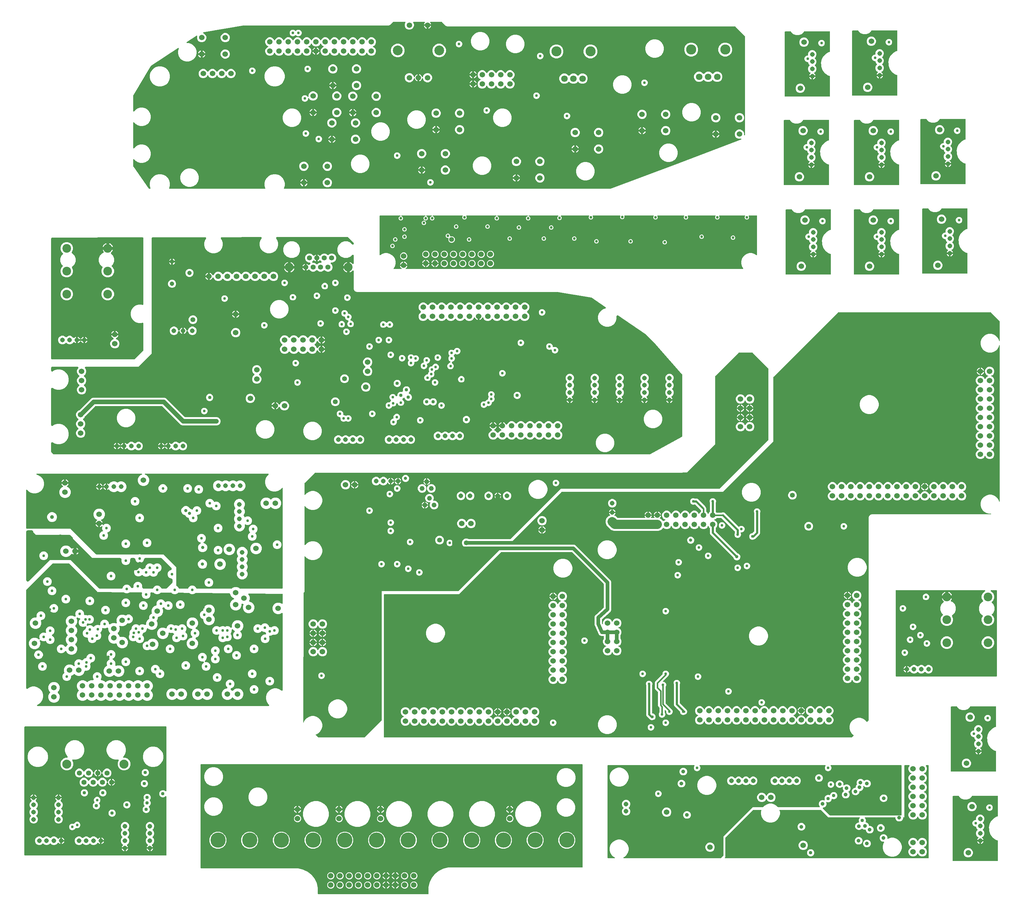
<source format=gbr>
G04 EAGLE Gerber RS-274X export*
G75*
%MOMM*%
%FSLAX34Y34*%
%LPD*%
%INEAGLE Copper Layer 2*%
%IPPOS*%
%AMOC8*
5,1,8,0,0,1.08239X$1,22.5*%
G01*
%ADD10C,1.524000*%
%ADD11C,2.781300*%
%ADD12C,1.800000*%
%ADD13C,2.400000*%
%ADD14C,1.308000*%
%ADD15C,1.320800*%
%ADD16C,1.397000*%
%ADD17C,2.476500*%
%ADD18C,1.508000*%
%ADD19C,1.408000*%
%ADD20C,2.700000*%
%ADD21C,1.208000*%
%ADD22C,0.756400*%
%ADD23C,1.270000*%
%ADD24C,0.254000*%
%ADD25C,0.956400*%
%ADD26C,1.056400*%
%ADD27C,1.350000*%
%ADD28C,4.191000*%
%ADD29C,1.016000*%
%ADD30C,0.406400*%
%ADD31C,0.609600*%
%ADD32C,0.906400*%
%ADD33C,2.540000*%
%ADD34C,0.508000*%
%ADD35C,3.048000*%

G36*
X2307297Y429400D02*
X2307297Y429400D01*
X2307388Y429408D01*
X2307418Y429420D01*
X2307450Y429425D01*
X2307530Y429468D01*
X2307614Y429504D01*
X2307646Y429530D01*
X2307667Y429541D01*
X2307689Y429564D01*
X2307745Y429609D01*
X2312857Y434721D01*
X2312926Y434817D01*
X2312997Y434913D01*
X2312998Y434917D01*
X2313001Y434920D01*
X2313036Y435033D01*
X2313072Y435147D01*
X2313072Y435152D01*
X2313073Y435156D01*
X2313070Y435274D01*
X2313068Y435393D01*
X2313067Y435397D01*
X2313067Y435401D01*
X2313026Y435514D01*
X2312986Y435625D01*
X2312984Y435628D01*
X2312982Y435632D01*
X2312908Y435725D01*
X2312835Y435819D01*
X2312831Y435822D01*
X2312829Y435824D01*
X2312817Y435832D01*
X2312700Y435918D01*
X2311924Y436366D01*
X2307076Y441214D01*
X2303649Y447151D01*
X2301874Y453772D01*
X2301874Y460628D01*
X2303649Y467249D01*
X2307076Y473186D01*
X2311924Y478034D01*
X2317861Y481461D01*
X2324482Y483236D01*
X2331338Y483236D01*
X2337959Y481461D01*
X2343896Y478034D01*
X2348744Y473186D01*
X2349192Y472410D01*
X2349266Y472320D01*
X2349341Y472226D01*
X2349345Y472223D01*
X2349348Y472220D01*
X2349447Y472157D01*
X2349548Y472093D01*
X2349552Y472092D01*
X2349556Y472089D01*
X2349672Y472062D01*
X2349787Y472032D01*
X2349791Y472033D01*
X2349795Y472032D01*
X2349914Y472042D01*
X2350032Y472052D01*
X2350036Y472053D01*
X2350040Y472054D01*
X2350151Y472102D01*
X2350258Y472148D01*
X2350262Y472151D01*
X2350265Y472152D01*
X2350276Y472162D01*
X2350389Y472253D01*
X2354231Y476095D01*
X2354284Y476169D01*
X2354344Y476238D01*
X2354356Y476268D01*
X2354375Y476294D01*
X2354402Y476381D01*
X2354436Y476466D01*
X2354440Y476507D01*
X2354447Y476530D01*
X2354446Y476562D01*
X2354454Y476633D01*
X2354454Y1035826D01*
X2356020Y1039606D01*
X2358914Y1042500D01*
X2362694Y1044066D01*
X2690747Y1044066D01*
X2690837Y1044080D01*
X2690928Y1044088D01*
X2690958Y1044100D01*
X2690990Y1044105D01*
X2691070Y1044148D01*
X2691154Y1044184D01*
X2691186Y1044210D01*
X2691207Y1044221D01*
X2691229Y1044244D01*
X2691285Y1044289D01*
X2691541Y1044545D01*
X2691583Y1044603D01*
X2691633Y1044655D01*
X2691655Y1044702D01*
X2691685Y1044744D01*
X2691706Y1044813D01*
X2691736Y1044878D01*
X2691742Y1044930D01*
X2691757Y1044980D01*
X2691755Y1045051D01*
X2691763Y1045122D01*
X2691752Y1045173D01*
X2691751Y1045225D01*
X2691726Y1045293D01*
X2691711Y1045363D01*
X2691684Y1045407D01*
X2691666Y1045456D01*
X2691622Y1045512D01*
X2691585Y1045574D01*
X2691545Y1045608D01*
X2691513Y1045648D01*
X2691452Y1045687D01*
X2691398Y1045734D01*
X2691350Y1045753D01*
X2691306Y1045781D01*
X2691236Y1045799D01*
X2691170Y1045826D01*
X2691098Y1045834D01*
X2691067Y1045842D01*
X2691044Y1045840D01*
X2691003Y1045844D01*
X2685162Y1045844D01*
X2678541Y1047619D01*
X2672604Y1051046D01*
X2667756Y1055894D01*
X2664329Y1061831D01*
X2662554Y1068452D01*
X2662554Y1075308D01*
X2664329Y1081929D01*
X2667756Y1087866D01*
X2672604Y1092714D01*
X2678541Y1096141D01*
X2685162Y1097916D01*
X2692018Y1097916D01*
X2698639Y1096141D01*
X2704576Y1092714D01*
X2709424Y1087866D01*
X2712851Y1081929D01*
X2713638Y1078995D01*
X2713648Y1078973D01*
X2713652Y1078949D01*
X2713698Y1078861D01*
X2713739Y1078771D01*
X2713755Y1078753D01*
X2713767Y1078732D01*
X2713839Y1078663D01*
X2713906Y1078591D01*
X2713927Y1078579D01*
X2713945Y1078563D01*
X2714035Y1078521D01*
X2714122Y1078473D01*
X2714146Y1078469D01*
X2714168Y1078459D01*
X2714267Y1078448D01*
X2714365Y1078431D01*
X2714389Y1078434D01*
X2714412Y1078432D01*
X2714509Y1078453D01*
X2714608Y1078468D01*
X2714629Y1078479D01*
X2714653Y1078484D01*
X2714738Y1078535D01*
X2714827Y1078581D01*
X2714843Y1078598D01*
X2714864Y1078610D01*
X2714929Y1078686D01*
X2714998Y1078757D01*
X2715008Y1078779D01*
X2715024Y1078797D01*
X2715061Y1078890D01*
X2715104Y1078979D01*
X2715107Y1079003D01*
X2715116Y1079025D01*
X2715134Y1079192D01*
X2715134Y1509000D01*
X2715130Y1509024D01*
X2715133Y1509048D01*
X2715111Y1509145D01*
X2715095Y1509243D01*
X2715083Y1509264D01*
X2715078Y1509287D01*
X2715026Y1509372D01*
X2714979Y1509460D01*
X2714962Y1509477D01*
X2714949Y1509497D01*
X2714873Y1509561D01*
X2714801Y1509629D01*
X2714779Y1509640D01*
X2714761Y1509655D01*
X2714668Y1509691D01*
X2714578Y1509733D01*
X2714554Y1509736D01*
X2714532Y1509744D01*
X2714432Y1509749D01*
X2714334Y1509760D01*
X2714310Y1509755D01*
X2714286Y1509756D01*
X2714190Y1509729D01*
X2714093Y1509708D01*
X2714073Y1509696D01*
X2714049Y1509689D01*
X2713967Y1509633D01*
X2713882Y1509582D01*
X2713866Y1509563D01*
X2713847Y1509550D01*
X2713787Y1509470D01*
X2713722Y1509395D01*
X2713713Y1509372D01*
X2713699Y1509353D01*
X2713638Y1509197D01*
X2712597Y1505315D01*
X2709170Y1499378D01*
X2704322Y1494530D01*
X2698385Y1491103D01*
X2691764Y1489328D01*
X2684908Y1489328D01*
X2678287Y1491103D01*
X2672350Y1494530D01*
X2667502Y1499378D01*
X2664075Y1505315D01*
X2662300Y1511936D01*
X2662300Y1518792D01*
X2664075Y1525413D01*
X2667502Y1531350D01*
X2672350Y1536198D01*
X2678287Y1539625D01*
X2684908Y1541400D01*
X2691764Y1541400D01*
X2698385Y1539625D01*
X2704322Y1536198D01*
X2709170Y1531350D01*
X2712597Y1525413D01*
X2713638Y1521531D01*
X2713648Y1521509D01*
X2713652Y1521485D01*
X2713698Y1521397D01*
X2713739Y1521307D01*
X2713755Y1521289D01*
X2713767Y1521268D01*
X2713839Y1521199D01*
X2713906Y1521127D01*
X2713927Y1521115D01*
X2713945Y1521099D01*
X2714035Y1521057D01*
X2714122Y1521009D01*
X2714146Y1521005D01*
X2714168Y1520995D01*
X2714267Y1520984D01*
X2714365Y1520967D01*
X2714389Y1520971D01*
X2714412Y1520968D01*
X2714509Y1520989D01*
X2714608Y1521004D01*
X2714629Y1521015D01*
X2714653Y1521020D01*
X2714738Y1521071D01*
X2714827Y1521117D01*
X2714843Y1521134D01*
X2714864Y1521146D01*
X2714929Y1521222D01*
X2714998Y1521293D01*
X2715008Y1521315D01*
X2715024Y1521333D01*
X2715061Y1521426D01*
X2715104Y1521515D01*
X2715107Y1521539D01*
X2715116Y1521561D01*
X2715134Y1521728D01*
X2715134Y1575687D01*
X2715120Y1575777D01*
X2715112Y1575868D01*
X2715100Y1575898D01*
X2715095Y1575930D01*
X2715052Y1576010D01*
X2715016Y1576094D01*
X2714990Y1576126D01*
X2714979Y1576147D01*
X2714956Y1576169D01*
X2714911Y1576225D01*
X2691285Y1599851D01*
X2691211Y1599904D01*
X2691142Y1599964D01*
X2691112Y1599976D01*
X2691086Y1599995D01*
X2690999Y1600022D01*
X2690914Y1600056D01*
X2690873Y1600060D01*
X2690850Y1600067D01*
X2690818Y1600066D01*
X2690747Y1600074D01*
X2269873Y1600074D01*
X2269783Y1600060D01*
X2269692Y1600052D01*
X2269662Y1600040D01*
X2269630Y1600035D01*
X2269550Y1599992D01*
X2269466Y1599956D01*
X2269434Y1599930D01*
X2269413Y1599919D01*
X2269391Y1599896D01*
X2269335Y1599851D01*
X2092422Y1422938D01*
X2092369Y1422864D01*
X2092309Y1422795D01*
X2092297Y1422765D01*
X2092278Y1422739D01*
X2092251Y1422652D01*
X2092217Y1422567D01*
X2092213Y1422526D01*
X2092206Y1422503D01*
X2092207Y1422471D01*
X2092199Y1422400D01*
X2092199Y1244915D01*
X1952945Y1105661D01*
X1508760Y1105661D01*
X1508670Y1105647D01*
X1508579Y1105639D01*
X1508549Y1105627D01*
X1508517Y1105622D01*
X1508437Y1105579D01*
X1508353Y1105543D01*
X1508321Y1105517D01*
X1508300Y1105506D01*
X1508278Y1105483D01*
X1508222Y1105438D01*
X1364204Y961420D01*
X1364162Y961362D01*
X1364112Y961310D01*
X1364090Y961263D01*
X1364060Y961221D01*
X1364039Y961152D01*
X1364009Y961087D01*
X1364003Y961035D01*
X1363988Y960985D01*
X1363990Y960914D01*
X1363982Y960843D01*
X1363993Y960792D01*
X1363994Y960740D01*
X1364019Y960672D01*
X1364034Y960602D01*
X1364061Y960558D01*
X1364079Y960509D01*
X1364123Y960453D01*
X1364160Y960391D01*
X1364200Y960357D01*
X1364232Y960317D01*
X1364293Y960278D01*
X1364347Y960231D01*
X1364395Y960212D01*
X1364439Y960184D01*
X1364509Y960166D01*
X1364575Y960139D01*
X1364647Y960131D01*
X1364678Y960123D01*
X1364701Y960125D01*
X1364742Y960121D01*
X1543801Y960121D01*
X1547536Y958574D01*
X1644374Y861736D01*
X1645921Y858001D01*
X1645921Y784195D01*
X1645928Y784150D01*
X1645926Y784105D01*
X1645958Y783971D01*
X1645960Y783953D01*
X1645963Y783949D01*
X1645964Y783942D01*
X1646013Y783804D01*
X1645922Y782073D01*
X1645923Y782057D01*
X1645921Y782033D01*
X1645921Y780299D01*
X1645865Y780164D01*
X1645855Y780120D01*
X1645835Y780079D01*
X1645813Y779943D01*
X1645809Y779925D01*
X1645809Y779920D01*
X1645808Y779913D01*
X1645800Y779768D01*
X1645054Y778203D01*
X1645049Y778188D01*
X1645037Y778166D01*
X1644374Y776564D01*
X1644271Y776461D01*
X1644244Y776424D01*
X1644211Y776393D01*
X1644138Y776277D01*
X1644127Y776262D01*
X1644126Y776257D01*
X1644122Y776251D01*
X1644059Y776120D01*
X1642771Y774960D01*
X1642761Y774948D01*
X1642742Y774932D01*
X1641516Y773706D01*
X1641381Y773650D01*
X1641342Y773626D01*
X1641299Y773611D01*
X1641187Y773530D01*
X1641172Y773521D01*
X1641169Y773517D01*
X1641163Y773513D01*
X1620773Y755162D01*
X1620703Y755075D01*
X1620631Y754991D01*
X1620627Y754979D01*
X1620619Y754970D01*
X1620581Y754866D01*
X1620539Y754762D01*
X1620538Y754748D01*
X1620534Y754739D01*
X1620534Y754711D01*
X1620521Y754596D01*
X1620521Y743998D01*
X1620533Y743924D01*
X1620536Y743848D01*
X1620555Y743786D01*
X1620560Y743755D01*
X1620572Y743733D01*
X1620586Y743689D01*
X1621602Y741403D01*
X1621651Y741329D01*
X1621692Y741252D01*
X1621718Y741227D01*
X1621737Y741197D01*
X1621806Y741143D01*
X1621870Y741082D01*
X1621902Y741067D01*
X1621931Y741045D01*
X1622013Y741015D01*
X1622093Y740979D01*
X1622129Y740975D01*
X1622162Y740963D01*
X1622250Y740961D01*
X1622337Y740951D01*
X1622373Y740959D01*
X1622408Y740958D01*
X1622492Y740985D01*
X1622578Y741004D01*
X1622609Y741022D01*
X1622643Y741033D01*
X1622714Y741085D01*
X1622789Y741130D01*
X1622812Y741157D01*
X1622841Y741178D01*
X1622892Y741250D01*
X1622949Y741317D01*
X1622962Y741350D01*
X1622983Y741379D01*
X1623008Y741463D01*
X1623041Y741545D01*
X1623046Y741591D01*
X1623053Y741615D01*
X1623052Y741646D01*
X1623059Y741712D01*
X1623059Y746746D01*
X1624993Y751414D01*
X1628566Y754987D01*
X1633234Y756921D01*
X1638286Y756921D01*
X1642954Y754987D01*
X1646527Y751414D01*
X1647757Y748446D01*
X1647795Y748385D01*
X1647824Y748320D01*
X1647859Y748281D01*
X1647886Y748237D01*
X1647942Y748191D01*
X1647990Y748138D01*
X1648036Y748113D01*
X1648076Y748080D01*
X1648143Y748054D01*
X1648206Y748020D01*
X1648257Y748011D01*
X1648305Y747992D01*
X1648377Y747989D01*
X1648448Y747976D01*
X1648499Y747984D01*
X1648551Y747982D01*
X1648620Y748001D01*
X1648691Y748012D01*
X1648737Y748036D01*
X1648787Y748050D01*
X1648846Y748091D01*
X1648910Y748123D01*
X1648947Y748161D01*
X1648989Y748190D01*
X1649032Y748248D01*
X1649082Y748299D01*
X1649117Y748362D01*
X1649136Y748388D01*
X1649143Y748410D01*
X1649163Y748446D01*
X1650393Y751414D01*
X1653966Y754987D01*
X1658634Y756921D01*
X1663686Y756921D01*
X1668354Y754987D01*
X1671927Y751414D01*
X1673861Y746746D01*
X1673861Y741694D01*
X1671927Y737026D01*
X1668354Y733453D01*
X1665386Y732223D01*
X1665325Y732185D01*
X1665260Y732156D01*
X1665221Y732121D01*
X1665177Y732094D01*
X1665131Y732038D01*
X1665078Y731990D01*
X1665053Y731944D01*
X1665020Y731904D01*
X1664994Y731837D01*
X1664960Y731774D01*
X1664951Y731723D01*
X1664932Y731675D01*
X1664929Y731603D01*
X1664916Y731532D01*
X1664924Y731481D01*
X1664922Y731429D01*
X1664941Y731360D01*
X1664952Y731289D01*
X1664976Y731243D01*
X1664990Y731193D01*
X1665031Y731134D01*
X1665063Y731070D01*
X1665101Y731033D01*
X1665130Y730991D01*
X1665188Y730948D01*
X1665239Y730898D01*
X1665302Y730863D01*
X1665328Y730844D01*
X1665350Y730837D01*
X1665386Y730817D01*
X1668354Y729587D01*
X1671927Y726014D01*
X1673861Y721346D01*
X1673861Y716294D01*
X1671927Y711626D01*
X1671544Y711242D01*
X1671491Y711168D01*
X1671431Y711099D01*
X1671419Y711069D01*
X1671400Y711042D01*
X1671373Y710955D01*
X1671339Y710871D01*
X1671335Y710830D01*
X1671328Y710807D01*
X1671329Y710775D01*
X1671321Y710704D01*
X1671321Y701536D01*
X1671335Y701446D01*
X1671343Y701355D01*
X1671355Y701325D01*
X1671360Y701293D01*
X1671403Y701213D01*
X1671439Y701129D01*
X1671465Y701097D01*
X1671476Y701076D01*
X1671499Y701054D01*
X1671544Y700998D01*
X1671927Y700614D01*
X1673861Y695946D01*
X1673861Y690894D01*
X1671927Y686226D01*
X1668354Y682653D01*
X1665386Y681423D01*
X1665325Y681385D01*
X1665260Y681356D01*
X1665221Y681321D01*
X1665177Y681294D01*
X1665131Y681238D01*
X1665078Y681190D01*
X1665053Y681144D01*
X1665020Y681104D01*
X1664994Y681037D01*
X1664960Y680974D01*
X1664951Y680923D01*
X1664932Y680875D01*
X1664929Y680803D01*
X1664916Y680732D01*
X1664924Y680681D01*
X1664922Y680629D01*
X1664941Y680560D01*
X1664952Y680489D01*
X1664976Y680443D01*
X1664990Y680393D01*
X1665031Y680334D01*
X1665063Y680270D01*
X1665101Y680233D01*
X1665130Y680191D01*
X1665188Y680148D01*
X1665239Y680098D01*
X1665302Y680063D01*
X1665328Y680044D01*
X1665350Y680037D01*
X1665386Y680017D01*
X1668354Y678787D01*
X1671927Y675214D01*
X1673861Y670546D01*
X1673861Y665494D01*
X1671927Y660826D01*
X1668354Y657253D01*
X1663686Y655319D01*
X1658634Y655319D01*
X1653966Y657253D01*
X1650393Y660826D01*
X1649163Y663794D01*
X1649125Y663855D01*
X1649096Y663920D01*
X1649061Y663959D01*
X1649034Y664003D01*
X1648978Y664049D01*
X1648930Y664102D01*
X1648884Y664127D01*
X1648844Y664160D01*
X1648777Y664186D01*
X1648714Y664220D01*
X1648663Y664229D01*
X1648615Y664248D01*
X1648543Y664251D01*
X1648472Y664264D01*
X1648421Y664256D01*
X1648369Y664258D01*
X1648300Y664239D01*
X1648229Y664228D01*
X1648183Y664204D01*
X1648133Y664190D01*
X1648074Y664149D01*
X1648010Y664117D01*
X1647973Y664079D01*
X1647931Y664050D01*
X1647888Y663992D01*
X1647838Y663941D01*
X1647803Y663878D01*
X1647784Y663852D01*
X1647777Y663830D01*
X1647757Y663794D01*
X1646527Y660826D01*
X1642954Y657253D01*
X1638286Y655319D01*
X1633234Y655319D01*
X1628566Y657253D01*
X1624993Y660826D01*
X1623059Y665494D01*
X1623059Y670546D01*
X1624993Y675214D01*
X1628566Y678787D01*
X1631534Y680017D01*
X1631595Y680055D01*
X1631660Y680084D01*
X1631699Y680119D01*
X1631743Y680146D01*
X1631789Y680202D01*
X1631842Y680250D01*
X1631867Y680296D01*
X1631900Y680336D01*
X1631926Y680403D01*
X1631960Y680466D01*
X1631969Y680517D01*
X1631988Y680565D01*
X1631991Y680637D01*
X1632004Y680708D01*
X1631996Y680759D01*
X1631998Y680811D01*
X1631979Y680880D01*
X1631968Y680951D01*
X1631944Y680997D01*
X1631930Y681047D01*
X1631889Y681106D01*
X1631857Y681170D01*
X1631819Y681207D01*
X1631790Y681249D01*
X1631732Y681292D01*
X1631681Y681342D01*
X1631618Y681377D01*
X1631592Y681396D01*
X1631570Y681403D01*
X1631534Y681423D01*
X1628566Y682653D01*
X1624993Y686226D01*
X1623059Y690894D01*
X1623059Y695946D01*
X1624993Y700614D01*
X1625376Y700998D01*
X1625430Y701072D01*
X1625489Y701141D01*
X1625501Y701171D01*
X1625520Y701198D01*
X1625547Y701285D01*
X1625581Y701369D01*
X1625585Y701410D01*
X1625592Y701433D01*
X1625591Y701465D01*
X1625599Y701536D01*
X1625599Y707898D01*
X1625596Y707918D01*
X1625598Y707937D01*
X1625576Y708039D01*
X1625560Y708141D01*
X1625550Y708158D01*
X1625546Y708178D01*
X1625493Y708267D01*
X1625444Y708358D01*
X1625430Y708372D01*
X1625420Y708389D01*
X1625341Y708456D01*
X1625266Y708528D01*
X1625248Y708536D01*
X1625233Y708549D01*
X1625137Y708588D01*
X1625043Y708631D01*
X1625023Y708633D01*
X1625005Y708641D01*
X1624838Y708659D01*
X1620659Y708659D01*
X1620652Y708658D01*
X1620640Y708659D01*
X1618754Y708611D01*
X1618711Y708620D01*
X1618659Y708641D01*
X1618554Y708652D01*
X1618524Y708659D01*
X1618512Y708657D01*
X1618501Y708658D01*
X1616761Y709379D01*
X1616753Y709381D01*
X1616743Y709386D01*
X1614982Y710064D01*
X1614945Y710089D01*
X1614905Y710128D01*
X1614813Y710178D01*
X1614788Y710196D01*
X1614776Y710199D01*
X1614766Y710204D01*
X1613434Y711537D01*
X1613428Y711541D01*
X1613420Y711550D01*
X1612052Y712850D01*
X1612028Y712887D01*
X1612006Y712938D01*
X1611941Y713020D01*
X1611924Y713046D01*
X1611914Y713054D01*
X1611907Y713062D01*
X1611186Y714803D01*
X1611182Y714809D01*
X1611178Y714821D01*
X1601899Y735700D01*
X1601868Y735747D01*
X1601846Y735798D01*
X1601781Y735880D01*
X1601764Y735906D01*
X1601754Y735914D01*
X1601747Y735922D01*
X1601026Y737663D01*
X1601022Y737669D01*
X1601019Y737680D01*
X1600252Y739405D01*
X1600244Y739448D01*
X1600243Y739504D01*
X1600214Y739605D01*
X1600208Y739635D01*
X1600202Y739646D01*
X1600199Y739656D01*
X1600199Y741541D01*
X1600198Y741548D01*
X1600199Y741560D01*
X1600151Y743446D01*
X1600160Y743489D01*
X1600181Y743541D01*
X1600192Y743646D01*
X1600199Y743676D01*
X1600197Y743688D01*
X1600199Y743708D01*
X1600199Y757585D01*
X1600192Y757630D01*
X1600194Y757675D01*
X1600162Y757809D01*
X1600160Y757827D01*
X1600157Y757831D01*
X1600156Y757838D01*
X1600107Y757976D01*
X1600198Y759707D01*
X1600197Y759723D01*
X1600199Y759747D01*
X1600199Y761481D01*
X1600255Y761616D01*
X1600265Y761660D01*
X1600285Y761701D01*
X1600307Y761837D01*
X1600311Y761855D01*
X1600311Y761860D01*
X1600312Y761867D01*
X1600320Y762012D01*
X1601066Y763577D01*
X1601071Y763592D01*
X1601083Y763614D01*
X1601746Y765216D01*
X1601849Y765319D01*
X1601876Y765356D01*
X1601909Y765387D01*
X1601928Y765416D01*
X1601941Y765430D01*
X1601954Y765459D01*
X1601982Y765503D01*
X1601993Y765518D01*
X1601994Y765523D01*
X1601998Y765529D01*
X1602061Y765660D01*
X1603349Y766820D01*
X1603359Y766832D01*
X1603378Y766848D01*
X1604604Y768074D01*
X1604739Y768130D01*
X1604778Y768154D01*
X1604821Y768169D01*
X1604933Y768250D01*
X1604948Y768259D01*
X1604951Y768263D01*
X1604957Y768267D01*
X1625347Y786618D01*
X1625414Y786702D01*
X1625455Y786745D01*
X1625460Y786756D01*
X1625489Y786789D01*
X1625493Y786801D01*
X1625501Y786810D01*
X1625539Y786914D01*
X1625581Y787018D01*
X1625582Y787032D01*
X1625586Y787041D01*
X1625586Y787069D01*
X1625599Y787184D01*
X1625599Y851456D01*
X1625585Y851546D01*
X1625577Y851637D01*
X1625565Y851667D01*
X1625560Y851699D01*
X1625517Y851779D01*
X1625481Y851863D01*
X1625455Y851895D01*
X1625444Y851916D01*
X1625421Y851938D01*
X1625376Y851994D01*
X1537794Y939576D01*
X1537720Y939629D01*
X1537651Y939689D01*
X1537621Y939701D01*
X1537594Y939720D01*
X1537508Y939747D01*
X1537423Y939781D01*
X1537382Y939785D01*
X1537359Y939792D01*
X1537327Y939791D01*
X1537256Y939799D01*
X1342898Y939799D01*
X1342808Y939785D01*
X1342717Y939777D01*
X1342687Y939765D01*
X1342655Y939760D01*
X1342575Y939717D01*
X1342491Y939681D01*
X1342459Y939655D01*
X1342438Y939644D01*
X1342416Y939621D01*
X1342360Y939576D01*
X1226505Y823721D01*
X1021080Y823721D01*
X1021060Y823718D01*
X1021041Y823720D01*
X1020939Y823698D01*
X1020837Y823682D01*
X1020820Y823672D01*
X1020800Y823668D01*
X1020711Y823615D01*
X1020620Y823566D01*
X1020606Y823552D01*
X1020589Y823542D01*
X1020522Y823463D01*
X1020451Y823388D01*
X1020442Y823370D01*
X1020429Y823355D01*
X1020390Y823258D01*
X1020347Y823165D01*
X1020345Y823145D01*
X1020337Y823127D01*
X1020319Y822960D01*
X1020319Y430147D01*
X1020322Y430127D01*
X1020320Y430108D01*
X1020342Y430006D01*
X1020359Y429904D01*
X1020368Y429887D01*
X1020372Y429867D01*
X1020425Y429778D01*
X1020474Y429687D01*
X1020488Y429673D01*
X1020498Y429656D01*
X1020577Y429589D01*
X1020652Y429517D01*
X1020670Y429509D01*
X1020685Y429496D01*
X1020781Y429457D01*
X1020875Y429414D01*
X1020895Y429412D01*
X1020913Y429404D01*
X1021080Y429386D01*
X2307207Y429386D01*
X2307297Y429400D01*
G37*
G36*
X1750775Y1209043D02*
X1750775Y1209043D01*
X1750804Y1209041D01*
X1750999Y1209063D01*
X1751195Y1209081D01*
X1751223Y1209088D01*
X1751252Y1209092D01*
X1751440Y1209148D01*
X1751629Y1209199D01*
X1751656Y1209212D01*
X1751683Y1209220D01*
X1751966Y1209353D01*
X1840055Y1257592D01*
X1840117Y1257633D01*
X1840184Y1257667D01*
X1840303Y1257758D01*
X1840429Y1257842D01*
X1840483Y1257894D01*
X1840542Y1257939D01*
X1840644Y1258050D01*
X1840753Y1258155D01*
X1840796Y1258214D01*
X1840805Y1258223D01*
X1840807Y1258226D01*
X1840848Y1258270D01*
X1840929Y1258398D01*
X1841017Y1258520D01*
X1841046Y1258580D01*
X1841057Y1258596D01*
X1841061Y1258605D01*
X1841089Y1258650D01*
X1841147Y1258790D01*
X1841212Y1258925D01*
X1841228Y1258983D01*
X1841239Y1259008D01*
X1841243Y1259025D01*
X1841260Y1259067D01*
X1841292Y1259214D01*
X1841332Y1259359D01*
X1841337Y1259411D01*
X1841346Y1259445D01*
X1841347Y1259470D01*
X1841355Y1259507D01*
X1841372Y1259787D01*
X1841374Y1259808D01*
X1841374Y1259812D01*
X1841374Y1259819D01*
X1841374Y1427694D01*
X1841366Y1427782D01*
X1841368Y1427870D01*
X1841347Y1428006D01*
X1841334Y1428143D01*
X1841311Y1428228D01*
X1841297Y1428315D01*
X1841252Y1428445D01*
X1841216Y1428577D01*
X1841178Y1428657D01*
X1841149Y1428740D01*
X1841081Y1428860D01*
X1841022Y1428984D01*
X1840971Y1429055D01*
X1840928Y1429132D01*
X1840789Y1429310D01*
X1840760Y1429350D01*
X1840749Y1429361D01*
X1840735Y1429379D01*
X1762184Y1518001D01*
X1762145Y1518037D01*
X1762079Y1518112D01*
X1739424Y1540767D01*
X1739359Y1540821D01*
X1739301Y1540882D01*
X1739113Y1541027D01*
X1739079Y1541055D01*
X1739068Y1541062D01*
X1739053Y1541073D01*
X1664416Y1591634D01*
X1664411Y1591637D01*
X1664258Y1591722D01*
X1664218Y1591749D01*
X1664176Y1591768D01*
X1664022Y1591854D01*
X1664020Y1591854D01*
X1664017Y1591856D01*
X1663841Y1591916D01*
X1663807Y1591931D01*
X1663772Y1591940D01*
X1663597Y1592000D01*
X1663594Y1592001D01*
X1663591Y1592001D01*
X1663398Y1592031D01*
X1663369Y1592038D01*
X1663341Y1592040D01*
X1663152Y1592069D01*
X1663149Y1592069D01*
X1663146Y1592069D01*
X1662944Y1592064D01*
X1662920Y1592066D01*
X1662896Y1592063D01*
X1662702Y1592058D01*
X1662699Y1592058D01*
X1662696Y1592058D01*
X1662495Y1592016D01*
X1662472Y1592014D01*
X1662452Y1592007D01*
X1662260Y1591968D01*
X1662258Y1591967D01*
X1662255Y1591967D01*
X1662063Y1591890D01*
X1662041Y1591883D01*
X1662022Y1591874D01*
X1661842Y1591802D01*
X1661840Y1591800D01*
X1661837Y1591799D01*
X1661664Y1591691D01*
X1661640Y1591679D01*
X1661621Y1591664D01*
X1661460Y1591564D01*
X1661458Y1591562D01*
X1661455Y1591560D01*
X1661307Y1591426D01*
X1661281Y1591407D01*
X1661261Y1591385D01*
X1661125Y1591262D01*
X1661124Y1591260D01*
X1661121Y1591258D01*
X1661004Y1591106D01*
X1660976Y1591076D01*
X1660956Y1591043D01*
X1660850Y1590907D01*
X1660848Y1590904D01*
X1660846Y1590902D01*
X1660763Y1590740D01*
X1660734Y1590696D01*
X1660716Y1590651D01*
X1660641Y1590508D01*
X1660640Y1590505D01*
X1660639Y1590502D01*
X1660588Y1590340D01*
X1660563Y1590279D01*
X1660551Y1590219D01*
X1660506Y1590078D01*
X1660506Y1590075D01*
X1660505Y1590072D01*
X1660486Y1589917D01*
X1660469Y1589839D01*
X1660462Y1589733D01*
X1660449Y1589631D01*
X1660449Y1589628D01*
X1660449Y1589625D01*
X1660452Y1589568D01*
X1660450Y1589527D01*
X1660450Y1582505D01*
X1658719Y1576045D01*
X1655374Y1570253D01*
X1650645Y1565523D01*
X1644853Y1562179D01*
X1638393Y1560448D01*
X1631705Y1560448D01*
X1625245Y1562179D01*
X1619452Y1565523D01*
X1614723Y1570253D01*
X1611379Y1576045D01*
X1609648Y1582505D01*
X1609648Y1589193D01*
X1611379Y1595653D01*
X1614723Y1601445D01*
X1619452Y1606175D01*
X1625245Y1609519D01*
X1629027Y1610532D01*
X1629064Y1610546D01*
X1629102Y1610554D01*
X1629275Y1610623D01*
X1629450Y1610687D01*
X1629484Y1610707D01*
X1629520Y1610721D01*
X1629678Y1610820D01*
X1629839Y1610914D01*
X1629869Y1610939D01*
X1629902Y1610960D01*
X1630040Y1611085D01*
X1630182Y1611206D01*
X1630207Y1611236D01*
X1630235Y1611262D01*
X1630349Y1611410D01*
X1630468Y1611554D01*
X1630487Y1611588D01*
X1630510Y1611619D01*
X1630596Y1611784D01*
X1630687Y1611947D01*
X1630700Y1611984D01*
X1630718Y1612018D01*
X1630773Y1612196D01*
X1630834Y1612372D01*
X1630840Y1612411D01*
X1630852Y1612448D01*
X1630875Y1612633D01*
X1630904Y1612817D01*
X1630903Y1612856D01*
X1630908Y1612895D01*
X1630898Y1613081D01*
X1630894Y1613267D01*
X1630886Y1613306D01*
X1630884Y1613344D01*
X1630841Y1613526D01*
X1630804Y1613709D01*
X1630790Y1613745D01*
X1630781Y1613783D01*
X1630707Y1613954D01*
X1630638Y1614127D01*
X1630617Y1614160D01*
X1630602Y1614196D01*
X1630499Y1614351D01*
X1630401Y1614510D01*
X1630375Y1614539D01*
X1630353Y1614571D01*
X1630224Y1614706D01*
X1630099Y1614845D01*
X1630069Y1614868D01*
X1630042Y1614897D01*
X1629794Y1615087D01*
X1591719Y1640880D01*
X1591566Y1640965D01*
X1591416Y1641056D01*
X1591369Y1641074D01*
X1591325Y1641099D01*
X1591160Y1641155D01*
X1590996Y1641219D01*
X1590935Y1641232D01*
X1590899Y1641244D01*
X1590837Y1641254D01*
X1590691Y1641286D01*
X1497990Y1655923D01*
X1497961Y1655925D01*
X1497940Y1655930D01*
X1497928Y1655930D01*
X1497906Y1655935D01*
X1497594Y1655954D01*
X945374Y1655954D01*
X941594Y1657520D01*
X938700Y1660414D01*
X937134Y1664194D01*
X937134Y1712970D01*
X937123Y1713100D01*
X937121Y1713230D01*
X937103Y1713323D01*
X937094Y1713419D01*
X937060Y1713544D01*
X937035Y1713672D01*
X937001Y1713761D01*
X936976Y1713853D01*
X936920Y1713970D01*
X936873Y1714092D01*
X936823Y1714174D01*
X936782Y1714260D01*
X936707Y1714365D01*
X936639Y1714477D01*
X936576Y1714548D01*
X936520Y1714626D01*
X936427Y1714717D01*
X936341Y1714814D01*
X936266Y1714873D01*
X936198Y1714940D01*
X936090Y1715013D01*
X935988Y1715093D01*
X935904Y1715139D01*
X935825Y1715192D01*
X935706Y1715245D01*
X935591Y1715306D01*
X935500Y1715336D01*
X935413Y1715374D01*
X935286Y1715405D01*
X935163Y1715445D01*
X935068Y1715458D01*
X934975Y1715481D01*
X934846Y1715489D01*
X934717Y1715507D01*
X934621Y1715503D01*
X934526Y1715509D01*
X934397Y1715494D01*
X934267Y1715488D01*
X934174Y1715468D01*
X934079Y1715456D01*
X933954Y1715419D01*
X933827Y1715391D01*
X933739Y1715354D01*
X933648Y1715326D01*
X933532Y1715267D01*
X933412Y1715217D01*
X933332Y1715165D01*
X933246Y1715122D01*
X933143Y1715043D01*
X933034Y1714973D01*
X932936Y1714887D01*
X932888Y1714850D01*
X932857Y1714817D01*
X932799Y1714766D01*
X931598Y1713564D01*
X930086Y1712404D01*
X928435Y1711451D01*
X926674Y1710721D01*
X925989Y1710538D01*
X925989Y1723060D01*
X925986Y1723094D01*
X925988Y1723129D01*
X925966Y1723318D01*
X925949Y1723508D01*
X925940Y1723542D01*
X925936Y1723576D01*
X925881Y1723759D01*
X925831Y1723943D01*
X925816Y1723974D01*
X925806Y1724007D01*
X925719Y1724178D01*
X925637Y1724349D01*
X925617Y1724377D01*
X925602Y1724408D01*
X925518Y1724519D01*
X925565Y1724593D01*
X925672Y1724751D01*
X925686Y1724782D01*
X925704Y1724812D01*
X925777Y1724988D01*
X925854Y1725162D01*
X925862Y1725196D01*
X925875Y1725228D01*
X925915Y1725415D01*
X925961Y1725600D01*
X925963Y1725634D01*
X925970Y1725668D01*
X925989Y1725980D01*
X925989Y1738502D01*
X926674Y1738319D01*
X928435Y1737589D01*
X930086Y1736636D01*
X931598Y1735476D01*
X932799Y1734274D01*
X932899Y1734191D01*
X932992Y1734100D01*
X933072Y1734047D01*
X933145Y1733985D01*
X933258Y1733921D01*
X933365Y1733848D01*
X933453Y1733809D01*
X933536Y1733762D01*
X933658Y1733718D01*
X933777Y1733666D01*
X933870Y1733643D01*
X933960Y1733611D01*
X934088Y1733590D01*
X934215Y1733559D01*
X934310Y1733553D01*
X934404Y1733538D01*
X934534Y1733539D01*
X934664Y1733531D01*
X934759Y1733542D01*
X934855Y1733544D01*
X934982Y1733568D01*
X935111Y1733584D01*
X935203Y1733611D01*
X935297Y1733629D01*
X935418Y1733676D01*
X935542Y1733714D01*
X935628Y1733757D01*
X935717Y1733792D01*
X935828Y1733859D01*
X935944Y1733918D01*
X936020Y1733976D01*
X936101Y1734026D01*
X936199Y1734112D01*
X936302Y1734190D01*
X936367Y1734260D01*
X936439Y1734324D01*
X936519Y1734426D01*
X936608Y1734521D01*
X936659Y1734602D01*
X936718Y1734677D01*
X936780Y1734791D01*
X936849Y1734901D01*
X936886Y1734989D01*
X936931Y1735074D01*
X936971Y1735197D01*
X937020Y1735318D01*
X937040Y1735411D01*
X937070Y1735502D01*
X937088Y1735631D01*
X937115Y1735758D01*
X937123Y1735888D01*
X937131Y1735948D01*
X937130Y1735993D01*
X937134Y1736070D01*
X937134Y1756383D01*
X937123Y1756513D01*
X937121Y1756643D01*
X937103Y1756736D01*
X937094Y1756832D01*
X937060Y1756957D01*
X937035Y1757085D01*
X937001Y1757174D01*
X936976Y1757266D01*
X936920Y1757383D01*
X936873Y1757505D01*
X936823Y1757587D01*
X936782Y1757673D01*
X936707Y1757778D01*
X936639Y1757890D01*
X936576Y1757961D01*
X936520Y1758039D01*
X936427Y1758130D01*
X936341Y1758227D01*
X936266Y1758286D01*
X936198Y1758353D01*
X936090Y1758426D01*
X935988Y1758506D01*
X935904Y1758551D01*
X935825Y1758605D01*
X935706Y1758658D01*
X935591Y1758719D01*
X935500Y1758749D01*
X935413Y1758787D01*
X935286Y1758818D01*
X935163Y1758858D01*
X935068Y1758871D01*
X934975Y1758894D01*
X934846Y1758902D01*
X934717Y1758920D01*
X934621Y1758916D01*
X934526Y1758922D01*
X934397Y1758907D01*
X934267Y1758901D01*
X934174Y1758881D01*
X934079Y1758870D01*
X933954Y1758832D01*
X933827Y1758804D01*
X933739Y1758767D01*
X933648Y1758739D01*
X933532Y1758680D01*
X933412Y1758630D01*
X933332Y1758578D01*
X933246Y1758535D01*
X933143Y1758456D01*
X933034Y1758386D01*
X932936Y1758300D01*
X932888Y1758263D01*
X932857Y1758230D01*
X932799Y1758179D01*
X928118Y1753497D01*
X919697Y1750009D01*
X910583Y1750009D01*
X902162Y1753497D01*
X895717Y1759942D01*
X892229Y1768363D01*
X892229Y1777477D01*
X895717Y1785898D01*
X902162Y1792343D01*
X910583Y1795831D01*
X919697Y1795831D01*
X928118Y1792343D01*
X932799Y1787661D01*
X932899Y1787578D01*
X932992Y1787487D01*
X933072Y1787433D01*
X933145Y1787372D01*
X933258Y1787308D01*
X933365Y1787235D01*
X933453Y1787196D01*
X933536Y1787149D01*
X933658Y1787105D01*
X933777Y1787053D01*
X933870Y1787030D01*
X933960Y1786998D01*
X934088Y1786977D01*
X934215Y1786946D01*
X934310Y1786940D01*
X934404Y1786925D01*
X934534Y1786926D01*
X934664Y1786918D01*
X934759Y1786929D01*
X934855Y1786931D01*
X934982Y1786955D01*
X935111Y1786970D01*
X935203Y1786998D01*
X935297Y1787016D01*
X935418Y1787063D01*
X935542Y1787101D01*
X935627Y1787144D01*
X935717Y1787179D01*
X935828Y1787246D01*
X935944Y1787305D01*
X936020Y1787363D01*
X936101Y1787412D01*
X936199Y1787499D01*
X936302Y1787577D01*
X936367Y1787647D01*
X936439Y1787711D01*
X936519Y1787813D01*
X936608Y1787908D01*
X936659Y1787989D01*
X936718Y1788064D01*
X936779Y1788178D01*
X936849Y1788288D01*
X936886Y1788376D01*
X936931Y1788461D01*
X936971Y1788584D01*
X937020Y1788705D01*
X937040Y1788798D01*
X937070Y1788889D01*
X937088Y1789018D01*
X937115Y1789145D01*
X937123Y1789274D01*
X937131Y1789335D01*
X937130Y1789380D01*
X937134Y1789457D01*
X937134Y1790468D01*
X937120Y1790631D01*
X937113Y1790796D01*
X937100Y1790855D01*
X937094Y1790916D01*
X937051Y1791075D01*
X937015Y1791235D01*
X936992Y1791292D01*
X936976Y1791351D01*
X936905Y1791499D01*
X936842Y1791651D01*
X936809Y1791702D01*
X936782Y1791757D01*
X936687Y1791891D01*
X936597Y1792029D01*
X936546Y1792087D01*
X936520Y1792123D01*
X936477Y1792166D01*
X936391Y1792263D01*
X921438Y1807216D01*
X921312Y1807321D01*
X921191Y1807433D01*
X921140Y1807465D01*
X921093Y1807504D01*
X920950Y1807586D01*
X920811Y1807674D01*
X920755Y1807698D01*
X920702Y1807728D01*
X920547Y1807783D01*
X920395Y1807845D01*
X920335Y1807858D01*
X920278Y1807879D01*
X920115Y1807905D01*
X919955Y1807940D01*
X919878Y1807945D01*
X919833Y1807952D01*
X919772Y1807951D01*
X919643Y1807959D01*
X795412Y1807959D01*
X795409Y1807959D01*
X795404Y1807959D01*
X725992Y1807747D01*
X725973Y1807745D01*
X725954Y1807747D01*
X725748Y1807725D01*
X725544Y1807706D01*
X725525Y1807701D01*
X725506Y1807699D01*
X725309Y1807641D01*
X725110Y1807586D01*
X725092Y1807578D01*
X725074Y1807572D01*
X724890Y1807481D01*
X724704Y1807391D01*
X724688Y1807380D01*
X724671Y1807371D01*
X724506Y1807249D01*
X724338Y1807128D01*
X724325Y1807114D01*
X724310Y1807103D01*
X724169Y1806953D01*
X724025Y1806804D01*
X724014Y1806788D01*
X724001Y1806774D01*
X723889Y1806602D01*
X723774Y1806430D01*
X723767Y1806413D01*
X723756Y1806397D01*
X723676Y1806206D01*
X723593Y1806018D01*
X723589Y1806000D01*
X723581Y1805982D01*
X723536Y1805780D01*
X723488Y1805580D01*
X723487Y1805561D01*
X723483Y1805542D01*
X723474Y1805337D01*
X723462Y1805131D01*
X723464Y1805112D01*
X723463Y1805093D01*
X723491Y1804889D01*
X723515Y1804684D01*
X723521Y1804665D01*
X723523Y1804646D01*
X723587Y1804450D01*
X723647Y1804253D01*
X723656Y1804236D01*
X723661Y1804218D01*
X723801Y1803938D01*
X727250Y1797964D01*
X728981Y1791504D01*
X728981Y1784816D01*
X727250Y1778356D01*
X723906Y1772564D01*
X719176Y1767834D01*
X713384Y1764490D01*
X706924Y1762759D01*
X700236Y1762759D01*
X693776Y1764490D01*
X687984Y1767834D01*
X683254Y1772564D01*
X679910Y1778356D01*
X678179Y1784816D01*
X678179Y1791504D01*
X679910Y1797964D01*
X683280Y1803801D01*
X683291Y1803825D01*
X683306Y1803848D01*
X683386Y1804029D01*
X683470Y1804209D01*
X683477Y1804235D01*
X683487Y1804260D01*
X683534Y1804453D01*
X683584Y1804645D01*
X683586Y1804671D01*
X683593Y1804698D01*
X683604Y1804896D01*
X683620Y1805093D01*
X683617Y1805120D01*
X683619Y1805147D01*
X683595Y1805344D01*
X683576Y1805542D01*
X683569Y1805567D01*
X683566Y1805594D01*
X683508Y1805784D01*
X683454Y1805975D01*
X683442Y1805999D01*
X683434Y1806025D01*
X683344Y1806201D01*
X683257Y1806380D01*
X683241Y1806401D01*
X683228Y1806426D01*
X683108Y1806583D01*
X682991Y1806743D01*
X682972Y1806762D01*
X682955Y1806783D01*
X682809Y1806918D01*
X682666Y1807054D01*
X682643Y1807069D01*
X682623Y1807088D01*
X682455Y1807194D01*
X682290Y1807303D01*
X682265Y1807314D01*
X682243Y1807328D01*
X682059Y1807403D01*
X681877Y1807482D01*
X681851Y1807488D01*
X681826Y1807498D01*
X681632Y1807539D01*
X681438Y1807584D01*
X681412Y1807586D01*
X681385Y1807591D01*
X681073Y1807610D01*
X573861Y1807282D01*
X573841Y1807280D01*
X573822Y1807281D01*
X573617Y1807259D01*
X573412Y1807240D01*
X573394Y1807235D01*
X573375Y1807233D01*
X573176Y1807175D01*
X572978Y1807121D01*
X572961Y1807112D01*
X572942Y1807107D01*
X572757Y1807015D01*
X572572Y1806926D01*
X572557Y1806915D01*
X572539Y1806906D01*
X572374Y1806783D01*
X572207Y1806663D01*
X572194Y1806649D01*
X572178Y1806637D01*
X572037Y1806488D01*
X571894Y1806339D01*
X571883Y1806323D01*
X571870Y1806309D01*
X571758Y1806136D01*
X571643Y1805965D01*
X571635Y1805948D01*
X571625Y1805932D01*
X571545Y1805741D01*
X571462Y1805553D01*
X571457Y1805534D01*
X571450Y1805517D01*
X571405Y1805315D01*
X571357Y1805115D01*
X571355Y1805096D01*
X571351Y1805077D01*
X571342Y1804872D01*
X571330Y1804666D01*
X571333Y1804646D01*
X571332Y1804627D01*
X571359Y1804424D01*
X571384Y1804219D01*
X571389Y1804200D01*
X571392Y1804181D01*
X571455Y1803985D01*
X571515Y1803788D01*
X571524Y1803771D01*
X571530Y1803753D01*
X571669Y1803473D01*
X574850Y1797964D01*
X576581Y1791504D01*
X576581Y1784816D01*
X574850Y1778356D01*
X571506Y1772564D01*
X566776Y1767834D01*
X560984Y1764490D01*
X554524Y1762759D01*
X547836Y1762759D01*
X541376Y1764490D01*
X535584Y1767834D01*
X530854Y1772564D01*
X527510Y1778356D01*
X525779Y1784816D01*
X525779Y1791504D01*
X527510Y1797964D01*
X530610Y1803334D01*
X530622Y1803358D01*
X530637Y1803381D01*
X530716Y1803562D01*
X530800Y1803742D01*
X530807Y1803768D01*
X530818Y1803793D01*
X530864Y1803986D01*
X530915Y1804178D01*
X530917Y1804205D01*
X530923Y1804231D01*
X530935Y1804429D01*
X530951Y1804627D01*
X530948Y1804653D01*
X530949Y1804680D01*
X530926Y1804878D01*
X530907Y1805075D01*
X530899Y1805101D01*
X530896Y1805127D01*
X530838Y1805317D01*
X530784Y1805508D01*
X530772Y1805532D01*
X530764Y1805558D01*
X530674Y1805735D01*
X530587Y1805913D01*
X530571Y1805934D01*
X530559Y1805959D01*
X530438Y1806116D01*
X530322Y1806277D01*
X530302Y1806295D01*
X530286Y1806317D01*
X530140Y1806450D01*
X529996Y1806588D01*
X529974Y1806602D01*
X529954Y1806621D01*
X529786Y1806727D01*
X529621Y1806836D01*
X529596Y1806847D01*
X529573Y1806861D01*
X529390Y1806936D01*
X529207Y1807015D01*
X529181Y1807021D01*
X529156Y1807031D01*
X528962Y1807072D01*
X528769Y1807117D01*
X528742Y1807119D01*
X528716Y1807124D01*
X528404Y1807143D01*
X383532Y1806700D01*
X383502Y1806697D01*
X383471Y1806699D01*
X383277Y1806676D01*
X383084Y1806658D01*
X383054Y1806650D01*
X383024Y1806647D01*
X382836Y1806590D01*
X382650Y1806539D01*
X382622Y1806525D01*
X382593Y1806516D01*
X382419Y1806428D01*
X382244Y1806344D01*
X382219Y1806326D01*
X382191Y1806312D01*
X382036Y1806194D01*
X381879Y1806081D01*
X381857Y1806059D01*
X381833Y1806040D01*
X381701Y1805897D01*
X381565Y1805757D01*
X381548Y1805731D01*
X381527Y1805709D01*
X381423Y1805545D01*
X381315Y1805383D01*
X381302Y1805355D01*
X381286Y1805329D01*
X381212Y1805149D01*
X381134Y1804971D01*
X381126Y1804941D01*
X381115Y1804913D01*
X381074Y1804722D01*
X381028Y1804533D01*
X381026Y1804503D01*
X381020Y1804472D01*
X381001Y1804160D01*
X381001Y1486952D01*
X344388Y1450339D01*
X199353Y1450339D01*
X199223Y1450328D01*
X199093Y1450326D01*
X198999Y1450308D01*
X198904Y1450299D01*
X198779Y1450265D01*
X198651Y1450240D01*
X198562Y1450206D01*
X198470Y1450181D01*
X198353Y1450125D01*
X198231Y1450078D01*
X198149Y1450028D01*
X198063Y1449987D01*
X197958Y1449912D01*
X197846Y1449844D01*
X197775Y1449781D01*
X197697Y1449725D01*
X197606Y1449632D01*
X197509Y1449546D01*
X197450Y1449471D01*
X197383Y1449403D01*
X197310Y1449295D01*
X197229Y1449193D01*
X197184Y1449109D01*
X197131Y1449030D01*
X197078Y1448911D01*
X197017Y1448796D01*
X196987Y1448705D01*
X196949Y1448618D01*
X196918Y1448491D01*
X196878Y1448368D01*
X196865Y1448273D01*
X196842Y1448180D01*
X196834Y1448051D01*
X196816Y1447922D01*
X196820Y1447826D01*
X196814Y1447731D01*
X196829Y1447602D01*
X196835Y1447472D01*
X196855Y1447379D01*
X196866Y1447284D01*
X196904Y1447159D01*
X196932Y1447032D01*
X196969Y1446944D01*
X196997Y1446853D01*
X197056Y1446737D01*
X197106Y1446617D01*
X197158Y1446536D01*
X197201Y1446451D01*
X197279Y1446348D01*
X197350Y1446239D01*
X197436Y1446141D01*
X197473Y1446093D01*
X197506Y1446062D01*
X197557Y1446004D01*
X198727Y1444834D01*
X200661Y1440166D01*
X200661Y1435114D01*
X198727Y1430446D01*
X195017Y1426736D01*
X194995Y1426709D01*
X194969Y1426686D01*
X194851Y1426537D01*
X194728Y1426390D01*
X194711Y1426360D01*
X194689Y1426333D01*
X194599Y1426164D01*
X194505Y1425999D01*
X194493Y1425967D01*
X194477Y1425936D01*
X194418Y1425755D01*
X194354Y1425575D01*
X194348Y1425541D01*
X194338Y1425508D01*
X194312Y1425319D01*
X194280Y1425131D01*
X194281Y1425096D01*
X194276Y1425062D01*
X194284Y1424871D01*
X194287Y1424680D01*
X194293Y1424646D01*
X194295Y1424612D01*
X194336Y1424426D01*
X194372Y1424238D01*
X194385Y1424206D01*
X194392Y1424172D01*
X194466Y1423997D01*
X194534Y1423818D01*
X194553Y1423789D01*
X194566Y1423757D01*
X194669Y1423597D01*
X194768Y1423434D01*
X194791Y1423408D01*
X194810Y1423379D01*
X195017Y1423144D01*
X198727Y1419434D01*
X200661Y1414766D01*
X200661Y1409714D01*
X198727Y1405046D01*
X195017Y1401336D01*
X194995Y1401309D01*
X194969Y1401286D01*
X194851Y1401137D01*
X194728Y1400990D01*
X194711Y1400960D01*
X194689Y1400933D01*
X194599Y1400765D01*
X194505Y1400599D01*
X194493Y1400567D01*
X194477Y1400536D01*
X194418Y1400355D01*
X194354Y1400175D01*
X194348Y1400141D01*
X194338Y1400108D01*
X194312Y1399919D01*
X194281Y1399731D01*
X194281Y1399696D01*
X194276Y1399662D01*
X194284Y1399471D01*
X194287Y1399281D01*
X194293Y1399246D01*
X194295Y1399212D01*
X194336Y1399026D01*
X194372Y1398838D01*
X194385Y1398806D01*
X194392Y1398772D01*
X194466Y1398596D01*
X194534Y1398418D01*
X194552Y1398389D01*
X194566Y1398357D01*
X194669Y1398196D01*
X194768Y1398034D01*
X194791Y1398008D01*
X194810Y1397979D01*
X195017Y1397744D01*
X198727Y1394034D01*
X200661Y1389366D01*
X200661Y1384314D01*
X198727Y1379646D01*
X195154Y1376073D01*
X190486Y1374139D01*
X185434Y1374139D01*
X180766Y1376073D01*
X177193Y1379646D01*
X175259Y1384314D01*
X175259Y1389366D01*
X177193Y1394034D01*
X180903Y1397744D01*
X180925Y1397771D01*
X180951Y1397794D01*
X181017Y1397877D01*
X181022Y1397882D01*
X181027Y1397889D01*
X181069Y1397943D01*
X181192Y1398090D01*
X181209Y1398120D01*
X181231Y1398147D01*
X181321Y1398315D01*
X181415Y1398481D01*
X181427Y1398513D01*
X181443Y1398544D01*
X181502Y1398725D01*
X181566Y1398905D01*
X181572Y1398939D01*
X181582Y1398972D01*
X181608Y1399161D01*
X181640Y1399349D01*
X181639Y1399384D01*
X181644Y1399418D01*
X181636Y1399609D01*
X181633Y1399800D01*
X181627Y1399834D01*
X181625Y1399868D01*
X181584Y1400053D01*
X181548Y1400242D01*
X181535Y1400274D01*
X181528Y1400308D01*
X181454Y1400483D01*
X181386Y1400662D01*
X181367Y1400691D01*
X181354Y1400723D01*
X181251Y1400883D01*
X181152Y1401046D01*
X181129Y1401072D01*
X181110Y1401101D01*
X180903Y1401336D01*
X177193Y1405046D01*
X175259Y1409714D01*
X175259Y1414766D01*
X177193Y1419434D01*
X180903Y1423144D01*
X180925Y1423171D01*
X180951Y1423194D01*
X181069Y1423343D01*
X181192Y1423490D01*
X181209Y1423520D01*
X181231Y1423547D01*
X181321Y1423715D01*
X181415Y1423881D01*
X181427Y1423913D01*
X181443Y1423944D01*
X181502Y1424125D01*
X181566Y1424305D01*
X181572Y1424339D01*
X181582Y1424372D01*
X181608Y1424561D01*
X181639Y1424749D01*
X181639Y1424784D01*
X181644Y1424818D01*
X181636Y1425009D01*
X181633Y1425199D01*
X181627Y1425234D01*
X181625Y1425268D01*
X181584Y1425454D01*
X181548Y1425642D01*
X181535Y1425674D01*
X181528Y1425708D01*
X181454Y1425884D01*
X181386Y1426062D01*
X181368Y1426091D01*
X181354Y1426123D01*
X181251Y1426284D01*
X181152Y1426446D01*
X181129Y1426472D01*
X181110Y1426501D01*
X180903Y1426736D01*
X177193Y1430446D01*
X175259Y1435114D01*
X175259Y1440166D01*
X177193Y1444834D01*
X178363Y1446004D01*
X178446Y1446104D01*
X178537Y1446197D01*
X178591Y1446277D01*
X178652Y1446350D01*
X178716Y1446463D01*
X178789Y1446570D01*
X178828Y1446658D01*
X178875Y1446741D01*
X178919Y1446863D01*
X178971Y1446982D01*
X178994Y1447075D01*
X179026Y1447165D01*
X179047Y1447294D01*
X179078Y1447420D01*
X179084Y1447515D01*
X179100Y1447609D01*
X179098Y1447740D01*
X179106Y1447869D01*
X179095Y1447964D01*
X179093Y1448060D01*
X179069Y1448187D01*
X179054Y1448316D01*
X179026Y1448408D01*
X179008Y1448502D01*
X178961Y1448623D01*
X178923Y1448747D01*
X178880Y1448832D01*
X178846Y1448922D01*
X178778Y1449033D01*
X178719Y1449149D01*
X178661Y1449225D01*
X178612Y1449306D01*
X178526Y1449404D01*
X178447Y1449507D01*
X178377Y1449572D01*
X178313Y1449644D01*
X178212Y1449724D01*
X178116Y1449813D01*
X178035Y1449864D01*
X177960Y1449923D01*
X177846Y1449984D01*
X177736Y1450054D01*
X177648Y1450091D01*
X177563Y1450136D01*
X177440Y1450176D01*
X177320Y1450225D01*
X177226Y1450245D01*
X177135Y1450275D01*
X177007Y1450293D01*
X176879Y1450320D01*
X176750Y1450328D01*
X176689Y1450336D01*
X176644Y1450335D01*
X176567Y1450339D01*
X106805Y1450339D01*
X106770Y1450336D01*
X106736Y1450338D01*
X106547Y1450316D01*
X106356Y1450299D01*
X106323Y1450290D01*
X106289Y1450286D01*
X106106Y1450231D01*
X105922Y1450181D01*
X105891Y1450166D01*
X105858Y1450156D01*
X105687Y1450069D01*
X105515Y1449987D01*
X105487Y1449967D01*
X105456Y1449952D01*
X105304Y1449836D01*
X105149Y1449725D01*
X105125Y1449700D01*
X105098Y1449680D01*
X104969Y1449540D01*
X104835Y1449403D01*
X104816Y1449374D01*
X104792Y1449348D01*
X104690Y1449187D01*
X104583Y1449030D01*
X104569Y1448998D01*
X104551Y1448969D01*
X104478Y1448792D01*
X104401Y1448618D01*
X104393Y1448584D01*
X104380Y1448552D01*
X104340Y1448365D01*
X104294Y1448180D01*
X104292Y1448146D01*
X104285Y1448112D01*
X104266Y1447800D01*
X104266Y1439782D01*
X104268Y1439759D01*
X104266Y1439736D01*
X104288Y1439535D01*
X104306Y1439334D01*
X104312Y1439311D01*
X104314Y1439288D01*
X104371Y1439094D01*
X104424Y1438899D01*
X104434Y1438878D01*
X104441Y1438856D01*
X104531Y1438675D01*
X104618Y1438493D01*
X104631Y1438474D01*
X104641Y1438453D01*
X104762Y1438291D01*
X104880Y1438126D01*
X104896Y1438110D01*
X104910Y1438092D01*
X105057Y1437954D01*
X105202Y1437812D01*
X105222Y1437800D01*
X105238Y1437784D01*
X105408Y1437674D01*
X105575Y1437560D01*
X105597Y1437551D01*
X105616Y1437538D01*
X105802Y1437460D01*
X105987Y1437378D01*
X106010Y1437373D01*
X106031Y1437364D01*
X106228Y1437319D01*
X106425Y1437271D01*
X106448Y1437270D01*
X106470Y1437265D01*
X106672Y1437256D01*
X106874Y1437244D01*
X106897Y1437246D01*
X106920Y1437245D01*
X107120Y1437272D01*
X107321Y1437296D01*
X107343Y1437303D01*
X107366Y1437306D01*
X107558Y1437368D01*
X107752Y1437426D01*
X107773Y1437437D01*
X107795Y1437444D01*
X108075Y1437583D01*
X113675Y1440817D01*
X120781Y1442721D01*
X128139Y1442721D01*
X135245Y1440817D01*
X141616Y1437138D01*
X146818Y1431936D01*
X150497Y1425565D01*
X152401Y1418459D01*
X152401Y1411101D01*
X150497Y1403995D01*
X146818Y1397624D01*
X141616Y1392422D01*
X135245Y1388743D01*
X128139Y1386839D01*
X120781Y1386839D01*
X113675Y1388743D01*
X108075Y1391977D01*
X108054Y1391987D01*
X108035Y1392000D01*
X107849Y1392082D01*
X107666Y1392167D01*
X107644Y1392173D01*
X107623Y1392182D01*
X107426Y1392230D01*
X107231Y1392281D01*
X107208Y1392283D01*
X107185Y1392289D01*
X106984Y1392301D01*
X106782Y1392317D01*
X106759Y1392315D01*
X106736Y1392316D01*
X106535Y1392293D01*
X106334Y1392273D01*
X106312Y1392267D01*
X106289Y1392264D01*
X106094Y1392205D01*
X105901Y1392151D01*
X105880Y1392141D01*
X105858Y1392134D01*
X105677Y1392042D01*
X105496Y1391954D01*
X105477Y1391940D01*
X105456Y1391929D01*
X105296Y1391807D01*
X105132Y1391688D01*
X105116Y1391671D01*
X105098Y1391657D01*
X104960Y1391508D01*
X104821Y1391363D01*
X104808Y1391343D01*
X104792Y1391326D01*
X104684Y1391155D01*
X104572Y1390987D01*
X104563Y1390966D01*
X104551Y1390947D01*
X104474Y1390760D01*
X104394Y1390574D01*
X104388Y1390551D01*
X104380Y1390530D01*
X104337Y1390332D01*
X104291Y1390135D01*
X104290Y1390113D01*
X104285Y1390090D01*
X104266Y1389778D01*
X104266Y1289922D01*
X104268Y1289899D01*
X104266Y1289876D01*
X104288Y1289675D01*
X104306Y1289474D01*
X104312Y1289451D01*
X104314Y1289428D01*
X104371Y1289234D01*
X104424Y1289039D01*
X104434Y1289018D01*
X104441Y1288996D01*
X104531Y1288814D01*
X104618Y1288633D01*
X104631Y1288614D01*
X104641Y1288593D01*
X104762Y1288431D01*
X104880Y1288266D01*
X104896Y1288250D01*
X104910Y1288232D01*
X105057Y1288094D01*
X105202Y1287952D01*
X105222Y1287940D01*
X105238Y1287924D01*
X105408Y1287814D01*
X105575Y1287700D01*
X105597Y1287691D01*
X105616Y1287678D01*
X105802Y1287600D01*
X105987Y1287518D01*
X106010Y1287513D01*
X106031Y1287504D01*
X106228Y1287459D01*
X106425Y1287411D01*
X106448Y1287410D01*
X106470Y1287405D01*
X106672Y1287396D01*
X106874Y1287384D01*
X106897Y1287386D01*
X106920Y1287385D01*
X107120Y1287412D01*
X107321Y1287436D01*
X107343Y1287443D01*
X107366Y1287446D01*
X107558Y1287508D01*
X107752Y1287566D01*
X107773Y1287577D01*
X107795Y1287584D01*
X108075Y1287723D01*
X113675Y1290957D01*
X120781Y1292861D01*
X128139Y1292861D01*
X135245Y1290957D01*
X141616Y1287278D01*
X146818Y1282076D01*
X150497Y1275705D01*
X152401Y1268599D01*
X152401Y1261241D01*
X150497Y1254135D01*
X146818Y1247764D01*
X141616Y1242562D01*
X135245Y1238883D01*
X128139Y1236979D01*
X120781Y1236979D01*
X113675Y1238883D01*
X108075Y1242117D01*
X108054Y1242127D01*
X108035Y1242140D01*
X107849Y1242222D01*
X107666Y1242307D01*
X107644Y1242313D01*
X107623Y1242322D01*
X107426Y1242370D01*
X107231Y1242421D01*
X107208Y1242423D01*
X107185Y1242429D01*
X106984Y1242441D01*
X106782Y1242457D01*
X106759Y1242455D01*
X106736Y1242456D01*
X106535Y1242433D01*
X106334Y1242413D01*
X106312Y1242407D01*
X106289Y1242404D01*
X106094Y1242345D01*
X105901Y1242291D01*
X105880Y1242281D01*
X105858Y1242274D01*
X105677Y1242182D01*
X105496Y1242094D01*
X105477Y1242080D01*
X105456Y1242069D01*
X105296Y1241947D01*
X105132Y1241828D01*
X105116Y1241811D01*
X105098Y1241797D01*
X104960Y1241648D01*
X104821Y1241503D01*
X104808Y1241483D01*
X104792Y1241466D01*
X104684Y1241295D01*
X104572Y1241127D01*
X104563Y1241106D01*
X104551Y1241087D01*
X104474Y1240900D01*
X104394Y1240714D01*
X104388Y1240691D01*
X104380Y1240670D01*
X104337Y1240472D01*
X104291Y1240275D01*
X104290Y1240253D01*
X104285Y1240230D01*
X104266Y1239918D01*
X104266Y1216535D01*
X104280Y1216371D01*
X104287Y1216207D01*
X104300Y1216147D01*
X104306Y1216087D01*
X104349Y1215928D01*
X104385Y1215767D01*
X104408Y1215711D01*
X104424Y1215652D01*
X104495Y1215504D01*
X104558Y1215352D01*
X104591Y1215301D01*
X104618Y1215246D01*
X104713Y1215112D01*
X104803Y1214974D01*
X104854Y1214916D01*
X104880Y1214879D01*
X104923Y1214837D01*
X105009Y1214739D01*
X109965Y1209784D01*
X110091Y1209679D01*
X110212Y1209568D01*
X110263Y1209535D01*
X110310Y1209496D01*
X110453Y1209414D01*
X110591Y1209326D01*
X110648Y1209302D01*
X110701Y1209272D01*
X110856Y1209217D01*
X111008Y1209155D01*
X111068Y1209142D01*
X111125Y1209121D01*
X111287Y1209095D01*
X111448Y1209060D01*
X111525Y1209055D01*
X111569Y1209048D01*
X111630Y1209049D01*
X111760Y1209041D01*
X1750747Y1209041D01*
X1750775Y1209043D01*
G37*
G36*
X376561Y1940577D02*
X376561Y1940577D01*
X376693Y1940588D01*
X376719Y1940597D01*
X376745Y1940601D01*
X376868Y1940649D01*
X376994Y1940693D01*
X377016Y1940708D01*
X377041Y1940718D01*
X377148Y1940795D01*
X377259Y1940869D01*
X377277Y1940889D01*
X377298Y1940904D01*
X377383Y1941007D01*
X377471Y1941105D01*
X377484Y1941129D01*
X377501Y1941149D01*
X377558Y1941269D01*
X377619Y1941387D01*
X377625Y1941413D01*
X377637Y1941437D01*
X377661Y1941567D01*
X377692Y1941696D01*
X377691Y1941723D01*
X377696Y1941749D01*
X377688Y1941882D01*
X377686Y1942014D01*
X377678Y1942040D01*
X377677Y1942067D01*
X377636Y1942193D01*
X377600Y1942321D01*
X377583Y1942355D01*
X377579Y1942369D01*
X377570Y1942384D01*
X375679Y1949438D01*
X375679Y1956722D01*
X377564Y1963757D01*
X381206Y1970064D01*
X386356Y1975214D01*
X392663Y1978856D01*
X399698Y1980741D01*
X406982Y1980741D01*
X414017Y1978856D01*
X420324Y1975214D01*
X425474Y1970064D01*
X429116Y1963757D01*
X431001Y1956722D01*
X431001Y1949438D01*
X429099Y1942341D01*
X429043Y1942223D01*
X429038Y1942196D01*
X429028Y1942172D01*
X429008Y1942040D01*
X428984Y1941910D01*
X428985Y1941884D01*
X428981Y1941857D01*
X428995Y1941725D01*
X429003Y1941593D01*
X429012Y1941568D01*
X429014Y1941541D01*
X429061Y1941416D01*
X429101Y1941291D01*
X429116Y1941268D01*
X429125Y1941243D01*
X429201Y1941134D01*
X429272Y1941022D01*
X429291Y1941003D01*
X429306Y1940981D01*
X429407Y1940895D01*
X429503Y1940804D01*
X429527Y1940791D01*
X429547Y1940773D01*
X429666Y1940714D01*
X429782Y1940650D01*
X429808Y1940644D01*
X429832Y1940632D01*
X429961Y1940604D01*
X430090Y1940571D01*
X430128Y1940569D01*
X430143Y1940565D01*
X430165Y1940566D01*
X430250Y1940561D01*
X692430Y1940561D01*
X692561Y1940577D01*
X692693Y1940588D01*
X692719Y1940597D01*
X692745Y1940601D01*
X692868Y1940649D01*
X692994Y1940693D01*
X693016Y1940708D01*
X693041Y1940718D01*
X693148Y1940795D01*
X693259Y1940869D01*
X693277Y1940889D01*
X693298Y1940904D01*
X693383Y1941007D01*
X693471Y1941105D01*
X693484Y1941129D01*
X693501Y1941149D01*
X693558Y1941269D01*
X693619Y1941387D01*
X693625Y1941413D01*
X693637Y1941437D01*
X693661Y1941567D01*
X693692Y1941696D01*
X693691Y1941723D01*
X693696Y1941749D01*
X693688Y1941882D01*
X693686Y1942014D01*
X693678Y1942040D01*
X693677Y1942067D01*
X693636Y1942193D01*
X693600Y1942321D01*
X693583Y1942355D01*
X693579Y1942369D01*
X693570Y1942384D01*
X691679Y1949438D01*
X691679Y1956722D01*
X693564Y1963757D01*
X697206Y1970064D01*
X702356Y1975214D01*
X708663Y1978856D01*
X715698Y1980741D01*
X722982Y1980741D01*
X730017Y1978856D01*
X736324Y1975214D01*
X741474Y1970064D01*
X745116Y1963757D01*
X747001Y1956722D01*
X747001Y1949438D01*
X745099Y1942341D01*
X745043Y1942223D01*
X745038Y1942196D01*
X745028Y1942172D01*
X745008Y1942040D01*
X744984Y1941910D01*
X744985Y1941884D01*
X744981Y1941857D01*
X744995Y1941725D01*
X745003Y1941593D01*
X745012Y1941568D01*
X745014Y1941541D01*
X745061Y1941416D01*
X745101Y1941291D01*
X745116Y1941268D01*
X745125Y1941243D01*
X745201Y1941134D01*
X745272Y1941022D01*
X745291Y1941003D01*
X745306Y1940981D01*
X745407Y1940895D01*
X745503Y1940804D01*
X745527Y1940791D01*
X745547Y1940773D01*
X745666Y1940714D01*
X745782Y1940650D01*
X745808Y1940644D01*
X745832Y1940632D01*
X745961Y1940604D01*
X746090Y1940571D01*
X746128Y1940569D01*
X746143Y1940565D01*
X746165Y1940566D01*
X746250Y1940561D01*
X1643847Y1940561D01*
X1643994Y1940579D01*
X1644139Y1940595D01*
X1644155Y1940600D01*
X1644163Y1940601D01*
X1644178Y1940607D01*
X1644293Y1940642D01*
X1825207Y2008484D01*
X1825209Y2008485D01*
X1825212Y2008486D01*
X2002807Y2076022D01*
X2002875Y2076058D01*
X2002947Y2076085D01*
X2003015Y2076133D01*
X2003088Y2076172D01*
X2003145Y2076224D01*
X2003208Y2076267D01*
X2003320Y2076383D01*
X2003793Y2076935D01*
X2003804Y2076952D01*
X2003820Y2076967D01*
X2003892Y2077085D01*
X2003968Y2077200D01*
X2003975Y2077220D01*
X2003986Y2077238D01*
X2004026Y2077370D01*
X2004072Y2077501D01*
X2004073Y2077522D01*
X2004079Y2077542D01*
X2004086Y2077679D01*
X2004097Y2077818D01*
X2004094Y2077839D01*
X2004095Y2077860D01*
X2004067Y2077995D01*
X2004043Y2078131D01*
X2004035Y2078150D01*
X2004030Y2078171D01*
X2003970Y2078295D01*
X2003913Y2078421D01*
X2003900Y2078438D01*
X2003891Y2078457D01*
X2003801Y2078561D01*
X2003715Y2078670D01*
X2003698Y2078683D01*
X2003684Y2078699D01*
X2003572Y2078778D01*
X2003461Y2078862D01*
X2003441Y2078870D01*
X2003424Y2078882D01*
X2003295Y2078931D01*
X2003167Y2078984D01*
X2003147Y2078987D01*
X2003127Y2078994D01*
X2002989Y2079010D01*
X2002853Y2079030D01*
X2002832Y2079027D01*
X2002811Y2079030D01*
X2002673Y2079010D01*
X2002536Y2078996D01*
X2002517Y2078988D01*
X2002496Y2078985D01*
X2002343Y2078933D01*
X2001252Y2078481D01*
X1996200Y2078481D01*
X1991532Y2080415D01*
X1987959Y2083988D01*
X1986025Y2088656D01*
X1986025Y2093708D01*
X1987959Y2098376D01*
X1991532Y2101949D01*
X1996200Y2103883D01*
X2001252Y2103883D01*
X2005920Y2101949D01*
X2009493Y2098376D01*
X2011427Y2093708D01*
X2011427Y2089272D01*
X2011430Y2089243D01*
X2011428Y2089215D01*
X2011450Y2089086D01*
X2011467Y2088956D01*
X2011477Y2088930D01*
X2011482Y2088901D01*
X2011535Y2088782D01*
X2011584Y2088661D01*
X2011601Y2088637D01*
X2011612Y2088611D01*
X2011694Y2088509D01*
X2011770Y2088403D01*
X2011793Y2088385D01*
X2011811Y2088362D01*
X2011915Y2088284D01*
X2012015Y2088200D01*
X2012041Y2088188D01*
X2012064Y2088171D01*
X2012185Y2088120D01*
X2012303Y2088065D01*
X2012331Y2088060D01*
X2012358Y2088048D01*
X2012487Y2088030D01*
X2012615Y2088005D01*
X2012644Y2088007D01*
X2012673Y2088003D01*
X2012803Y2088017D01*
X2012933Y2088025D01*
X2012960Y2088034D01*
X2012989Y2088037D01*
X2013111Y2088083D01*
X2013235Y2088123D01*
X2013260Y2088138D01*
X2013287Y2088148D01*
X2013394Y2088223D01*
X2013504Y2088293D01*
X2013524Y2088314D01*
X2013547Y2088330D01*
X2013660Y2088446D01*
X2013914Y2088742D01*
X2013941Y2088784D01*
X2013976Y2088821D01*
X2014029Y2088917D01*
X2014089Y2089008D01*
X2014105Y2089055D01*
X2014130Y2089100D01*
X2014157Y2089205D01*
X2014192Y2089308D01*
X2014196Y2089359D01*
X2014209Y2089408D01*
X2014219Y2089568D01*
X2014219Y2360006D01*
X2014207Y2360104D01*
X2014204Y2360203D01*
X2014187Y2360261D01*
X2014179Y2360321D01*
X2014143Y2360413D01*
X2014115Y2360508D01*
X2014085Y2360560D01*
X2014062Y2360617D01*
X2014004Y2360697D01*
X2013954Y2360782D01*
X2013888Y2360858D01*
X2013876Y2360874D01*
X2013866Y2360882D01*
X2013848Y2360903D01*
X1987523Y2387228D01*
X1987445Y2387288D01*
X1987373Y2387356D01*
X1987320Y2387385D01*
X1987272Y2387422D01*
X1987181Y2387462D01*
X1987094Y2387510D01*
X1987036Y2387525D01*
X1986980Y2387549D01*
X1986882Y2387564D01*
X1986786Y2387589D01*
X1986686Y2387595D01*
X1986666Y2387599D01*
X1986654Y2387597D01*
X1986626Y2387599D01*
X1194319Y2387599D01*
X1190584Y2389146D01*
X1179803Y2399928D01*
X1179725Y2399988D01*
X1179653Y2400056D01*
X1179600Y2400085D01*
X1179552Y2400122D01*
X1179461Y2400162D01*
X1179374Y2400210D01*
X1179316Y2400225D01*
X1179260Y2400249D01*
X1179162Y2400264D01*
X1179066Y2400289D01*
X1178966Y2400295D01*
X1178946Y2400299D01*
X1178934Y2400297D01*
X1178906Y2400299D01*
X1148641Y2400299D01*
X1148503Y2400282D01*
X1148365Y2400269D01*
X1148346Y2400262D01*
X1148326Y2400259D01*
X1148196Y2400208D01*
X1148065Y2400161D01*
X1148049Y2400150D01*
X1148030Y2400142D01*
X1147918Y2400061D01*
X1147802Y2399982D01*
X1147789Y2399967D01*
X1147773Y2399956D01*
X1147684Y2399848D01*
X1147592Y2399744D01*
X1147583Y2399726D01*
X1147570Y2399711D01*
X1147511Y2399585D01*
X1147447Y2399461D01*
X1147443Y2399441D01*
X1147434Y2399423D01*
X1147408Y2399287D01*
X1147378Y2399150D01*
X1147378Y2399130D01*
X1147375Y2399111D01*
X1147383Y2398972D01*
X1147387Y2398833D01*
X1147393Y2398813D01*
X1147394Y2398793D01*
X1147437Y2398661D01*
X1147476Y2398527D01*
X1147486Y2398510D01*
X1147492Y2398491D01*
X1147567Y2398373D01*
X1147638Y2398253D01*
X1147656Y2398232D01*
X1147663Y2398222D01*
X1147677Y2398208D01*
X1147744Y2398132D01*
X1147749Y2398127D01*
X1148682Y2396843D01*
X1149402Y2395430D01*
X1149847Y2394059D01*
X1141290Y2394059D01*
X1141172Y2394044D01*
X1141053Y2394037D01*
X1141015Y2394024D01*
X1140975Y2394019D01*
X1140864Y2393976D01*
X1140751Y2393939D01*
X1140717Y2393917D01*
X1140679Y2393902D01*
X1140583Y2393833D01*
X1140482Y2393769D01*
X1140454Y2393739D01*
X1140422Y2393716D01*
X1140346Y2393624D01*
X1140264Y2393537D01*
X1140245Y2393502D01*
X1140219Y2393471D01*
X1140168Y2393363D01*
X1140111Y2393259D01*
X1140101Y2393219D01*
X1140083Y2393183D01*
X1140063Y2393076D01*
X1140059Y2393106D01*
X1140015Y2393216D01*
X1139979Y2393329D01*
X1139957Y2393364D01*
X1139942Y2393401D01*
X1139872Y2393497D01*
X1139809Y2393598D01*
X1139779Y2393626D01*
X1139755Y2393659D01*
X1139664Y2393735D01*
X1139577Y2393816D01*
X1139542Y2393836D01*
X1139510Y2393861D01*
X1139403Y2393912D01*
X1139298Y2393970D01*
X1139259Y2393980D01*
X1139223Y2393997D01*
X1139106Y2394019D01*
X1138990Y2394049D01*
X1138930Y2394053D01*
X1138910Y2394057D01*
X1138890Y2394055D01*
X1138830Y2394059D01*
X1130273Y2394059D01*
X1130718Y2395430D01*
X1131438Y2396843D01*
X1132371Y2398127D01*
X1132376Y2398132D01*
X1132461Y2398242D01*
X1132550Y2398349D01*
X1132559Y2398368D01*
X1132571Y2398384D01*
X1132626Y2398511D01*
X1132686Y2398637D01*
X1132689Y2398657D01*
X1132697Y2398675D01*
X1132719Y2398813D01*
X1132745Y2398950D01*
X1132744Y2398970D01*
X1132747Y2398989D01*
X1132734Y2399128D01*
X1132726Y2399267D01*
X1132719Y2399286D01*
X1132718Y2399306D01*
X1132670Y2399437D01*
X1132628Y2399569D01*
X1132617Y2399586D01*
X1132610Y2399605D01*
X1132532Y2399721D01*
X1132457Y2399838D01*
X1132443Y2399852D01*
X1132432Y2399869D01*
X1132327Y2399960D01*
X1132226Y2400056D01*
X1132208Y2400066D01*
X1132193Y2400079D01*
X1132069Y2400142D01*
X1131947Y2400210D01*
X1131928Y2400215D01*
X1131910Y2400224D01*
X1131774Y2400254D01*
X1131639Y2400289D01*
X1131611Y2400291D01*
X1131600Y2400293D01*
X1131579Y2400293D01*
X1131479Y2400299D01*
X1102000Y2400299D01*
X1101951Y2400293D01*
X1101901Y2400295D01*
X1101794Y2400273D01*
X1101685Y2400259D01*
X1101638Y2400241D01*
X1101590Y2400231D01*
X1101491Y2400183D01*
X1101389Y2400142D01*
X1101349Y2400113D01*
X1101304Y2400091D01*
X1101221Y2400020D01*
X1101132Y2399956D01*
X1101100Y2399917D01*
X1101062Y2399885D01*
X1100999Y2399795D01*
X1100929Y2399711D01*
X1100908Y2399666D01*
X1100879Y2399625D01*
X1100840Y2399522D01*
X1100793Y2399423D01*
X1100784Y2399374D01*
X1100766Y2399328D01*
X1100754Y2399218D01*
X1100734Y2399111D01*
X1100737Y2399061D01*
X1100731Y2399012D01*
X1100746Y2398903D01*
X1100753Y2398793D01*
X1100769Y2398746D01*
X1100776Y2398697D01*
X1100828Y2398544D01*
X1102681Y2394070D01*
X1102681Y2389050D01*
X1100759Y2384411D01*
X1097209Y2380861D01*
X1092570Y2378939D01*
X1087550Y2378939D01*
X1082911Y2380861D01*
X1079361Y2384411D01*
X1077439Y2389050D01*
X1077439Y2394070D01*
X1079292Y2398544D01*
X1079306Y2398592D01*
X1079327Y2398637D01*
X1079347Y2398745D01*
X1079376Y2398851D01*
X1079377Y2398901D01*
X1079386Y2398950D01*
X1079380Y2399059D01*
X1079381Y2399169D01*
X1079370Y2399217D01*
X1079367Y2399267D01*
X1079333Y2399371D01*
X1079307Y2399478D01*
X1079284Y2399522D01*
X1079269Y2399569D01*
X1079210Y2399662D01*
X1079159Y2399759D01*
X1079125Y2399796D01*
X1079099Y2399838D01*
X1079018Y2399913D01*
X1078945Y2399995D01*
X1078903Y2400022D01*
X1078867Y2400056D01*
X1078771Y2400109D01*
X1078679Y2400169D01*
X1078632Y2400186D01*
X1078588Y2400210D01*
X1078482Y2400237D01*
X1078378Y2400273D01*
X1078329Y2400277D01*
X1078280Y2400289D01*
X1078120Y2400299D01*
X1046134Y2400299D01*
X1046036Y2400287D01*
X1045937Y2400284D01*
X1045879Y2400267D01*
X1045819Y2400259D01*
X1045727Y2400223D01*
X1045632Y2400195D01*
X1045580Y2400165D01*
X1045523Y2400142D01*
X1045443Y2400084D01*
X1045358Y2400034D01*
X1045282Y2399968D01*
X1045266Y2399956D01*
X1045258Y2399946D01*
X1045237Y2399928D01*
X1036996Y2391686D01*
X1033261Y2390139D01*
X633426Y2390139D01*
X633400Y2390136D01*
X633373Y2390138D01*
X633213Y2390121D01*
X523162Y2371389D01*
X523045Y2371354D01*
X522926Y2371325D01*
X522893Y2371308D01*
X522857Y2371297D01*
X522753Y2371234D01*
X522645Y2371177D01*
X522617Y2371151D01*
X522585Y2371132D01*
X522500Y2371045D01*
X522410Y2370963D01*
X522389Y2370931D01*
X522363Y2370905D01*
X522302Y2370799D01*
X522235Y2370697D01*
X522223Y2370661D01*
X522204Y2370629D01*
X522171Y2370512D01*
X522132Y2370396D01*
X522129Y2370359D01*
X522119Y2370323D01*
X522116Y2370201D01*
X522107Y2370079D01*
X522113Y2370042D01*
X522112Y2370005D01*
X522140Y2369886D01*
X522161Y2369766D01*
X522176Y2369732D01*
X522185Y2369695D01*
X522241Y2369587D01*
X522292Y2369476D01*
X522315Y2369447D01*
X522332Y2369413D01*
X522414Y2369323D01*
X522490Y2369227D01*
X522520Y2369205D01*
X522545Y2369177D01*
X522647Y2369110D01*
X522744Y2369036D01*
X522794Y2369012D01*
X522810Y2369001D01*
X522830Y2368994D01*
X522889Y2368965D01*
X525694Y2367803D01*
X529267Y2364230D01*
X531201Y2359562D01*
X531201Y2354510D01*
X529267Y2349842D01*
X525694Y2346269D01*
X521026Y2344335D01*
X515974Y2344335D01*
X511306Y2346269D01*
X507733Y2349842D01*
X505799Y2354510D01*
X505799Y2359562D01*
X506168Y2360453D01*
X506195Y2360551D01*
X506231Y2360646D01*
X506237Y2360704D01*
X506252Y2360760D01*
X506254Y2360861D01*
X506265Y2360962D01*
X506256Y2361020D01*
X506257Y2361078D01*
X506234Y2361177D01*
X506219Y2361277D01*
X506197Y2361330D01*
X506183Y2361387D01*
X506136Y2361477D01*
X506097Y2361570D01*
X506062Y2361617D01*
X506034Y2361668D01*
X505966Y2361743D01*
X505906Y2361824D01*
X505860Y2361861D01*
X505821Y2361904D01*
X505736Y2361959D01*
X505657Y2362023D01*
X505604Y2362046D01*
X505555Y2362079D01*
X505459Y2362111D01*
X505367Y2362153D01*
X505309Y2362163D01*
X505254Y2362182D01*
X505153Y2362190D01*
X505053Y2362207D01*
X504995Y2362202D01*
X504937Y2362207D01*
X504837Y2362190D01*
X504736Y2362182D01*
X504681Y2362163D01*
X504624Y2362153D01*
X504531Y2362111D01*
X504436Y2362078D01*
X504353Y2362031D01*
X504334Y2362022D01*
X504323Y2362014D01*
X504296Y2361998D01*
X477372Y2344209D01*
X477290Y2344139D01*
X477203Y2344076D01*
X477170Y2344036D01*
X477131Y2344002D01*
X477069Y2343914D01*
X477000Y2343831D01*
X476978Y2343784D01*
X476948Y2343741D01*
X476911Y2343640D01*
X476865Y2343543D01*
X476855Y2343492D01*
X476837Y2343443D01*
X476825Y2343336D01*
X476805Y2343230D01*
X476808Y2343179D01*
X476803Y2343127D01*
X476818Y2343021D01*
X476825Y2342913D01*
X476841Y2342864D01*
X476848Y2342812D01*
X476889Y2342713D01*
X476923Y2342611D01*
X476950Y2342567D01*
X476970Y2342519D01*
X477035Y2342433D01*
X477093Y2342342D01*
X477131Y2342306D01*
X477162Y2342265D01*
X477246Y2342198D01*
X477324Y2342124D01*
X477370Y2342099D01*
X477410Y2342067D01*
X477509Y2342022D01*
X477603Y2341970D01*
X477653Y2341957D01*
X477700Y2341936D01*
X477807Y2341918D01*
X477911Y2341891D01*
X477992Y2341886D01*
X478014Y2341882D01*
X478030Y2341883D01*
X478072Y2341881D01*
X482134Y2341881D01*
X488594Y2340150D01*
X494386Y2336806D01*
X499116Y2332076D01*
X502460Y2326284D01*
X504191Y2319824D01*
X504191Y2313136D01*
X502460Y2306676D01*
X499116Y2300884D01*
X494386Y2296154D01*
X488594Y2292810D01*
X482134Y2291079D01*
X475446Y2291079D01*
X468986Y2292810D01*
X463194Y2296154D01*
X458464Y2300884D01*
X455120Y2306676D01*
X453389Y2313136D01*
X453389Y2319824D01*
X455120Y2326284D01*
X455438Y2326835D01*
X455448Y2326858D01*
X455462Y2326878D01*
X455509Y2327004D01*
X455561Y2327128D01*
X455565Y2327153D01*
X455574Y2327176D01*
X455588Y2327309D01*
X455608Y2327443D01*
X455605Y2327467D01*
X455608Y2327492D01*
X455589Y2327625D01*
X455575Y2327759D01*
X455566Y2327782D01*
X455562Y2327807D01*
X455511Y2327931D01*
X455464Y2328057D01*
X455450Y2328077D01*
X455440Y2328101D01*
X455359Y2328208D01*
X455283Y2328318D01*
X455264Y2328334D01*
X455249Y2328354D01*
X455143Y2328439D01*
X455042Y2328526D01*
X455020Y2328537D01*
X455000Y2328553D01*
X454877Y2328608D01*
X454757Y2328668D01*
X454733Y2328673D01*
X454710Y2328683D01*
X454578Y2328706D01*
X454446Y2328734D01*
X454421Y2328733D01*
X454397Y2328737D01*
X454263Y2328727D01*
X454128Y2328721D01*
X454105Y2328714D01*
X454080Y2328712D01*
X453953Y2328668D01*
X453824Y2328630D01*
X453803Y2328617D01*
X453779Y2328608D01*
X453639Y2328528D01*
X378650Y2278982D01*
X378613Y2278950D01*
X378570Y2278925D01*
X378493Y2278847D01*
X378409Y2278775D01*
X378381Y2278734D01*
X378346Y2278700D01*
X378256Y2278566D01*
X330376Y2197171D01*
X330337Y2197082D01*
X330290Y2196996D01*
X330275Y2196936D01*
X330250Y2196879D01*
X330235Y2196782D01*
X330211Y2196688D01*
X330204Y2196584D01*
X330201Y2196565D01*
X330202Y2196553D01*
X330201Y2196528D01*
X330201Y2154625D01*
X330219Y2154480D01*
X330234Y2154335D01*
X330239Y2154323D01*
X330241Y2154309D01*
X330294Y2154174D01*
X330345Y2154037D01*
X330353Y2154026D01*
X330358Y2154014D01*
X330443Y2153896D01*
X330526Y2153776D01*
X330537Y2153767D01*
X330544Y2153756D01*
X330657Y2153663D01*
X330767Y2153568D01*
X330779Y2153562D01*
X330789Y2153554D01*
X330921Y2153492D01*
X331052Y2153427D01*
X331065Y2153424D01*
X331077Y2153418D01*
X331219Y2153391D01*
X331363Y2153360D01*
X331376Y2153361D01*
X331389Y2153358D01*
X331535Y2153367D01*
X331681Y2153373D01*
X331693Y2153377D01*
X331707Y2153378D01*
X331846Y2153423D01*
X331985Y2153465D01*
X331997Y2153472D01*
X332009Y2153476D01*
X332132Y2153554D01*
X332257Y2153629D01*
X332267Y2153639D01*
X332278Y2153646D01*
X332378Y2153752D01*
X332480Y2153856D01*
X332490Y2153872D01*
X332496Y2153878D01*
X332504Y2153893D01*
X332569Y2153990D01*
X332734Y2154276D01*
X337464Y2159006D01*
X343256Y2162350D01*
X349716Y2164081D01*
X356404Y2164081D01*
X362864Y2162350D01*
X368656Y2159006D01*
X373386Y2154276D01*
X376730Y2148484D01*
X378461Y2142024D01*
X378461Y2135336D01*
X376730Y2128876D01*
X373386Y2123084D01*
X368656Y2118354D01*
X362864Y2115010D01*
X356404Y2113279D01*
X349716Y2113279D01*
X343256Y2115010D01*
X337464Y2118354D01*
X332734Y2123084D01*
X332569Y2123370D01*
X332481Y2123486D01*
X332396Y2123604D01*
X332385Y2123612D01*
X332377Y2123623D01*
X332263Y2123713D01*
X332151Y2123806D01*
X332138Y2123812D01*
X332128Y2123821D01*
X331994Y2123880D01*
X331863Y2123942D01*
X331850Y2123945D01*
X331837Y2123950D01*
X331693Y2123975D01*
X331550Y2124002D01*
X331537Y2124001D01*
X331524Y2124003D01*
X331378Y2123991D01*
X331233Y2123982D01*
X331220Y2123978D01*
X331207Y2123977D01*
X331069Y2123929D01*
X330931Y2123884D01*
X330919Y2123877D01*
X330906Y2123872D01*
X330785Y2123792D01*
X330662Y2123714D01*
X330653Y2123704D01*
X330641Y2123697D01*
X330544Y2123589D01*
X330444Y2123482D01*
X330437Y2123470D01*
X330428Y2123460D01*
X330361Y2123331D01*
X330290Y2123204D01*
X330287Y2123191D01*
X330281Y2123179D01*
X330247Y2123037D01*
X330211Y2122896D01*
X330210Y2122877D01*
X330208Y2122869D01*
X330208Y2122852D01*
X330201Y2122735D01*
X330201Y2053025D01*
X330219Y2052880D01*
X330234Y2052735D01*
X330239Y2052723D01*
X330241Y2052709D01*
X330295Y2052573D01*
X330345Y2052437D01*
X330353Y2052426D01*
X330358Y2052414D01*
X330443Y2052296D01*
X330526Y2052176D01*
X330537Y2052167D01*
X330544Y2052156D01*
X330657Y2052063D01*
X330767Y2051968D01*
X330779Y2051962D01*
X330789Y2051954D01*
X330921Y2051892D01*
X331052Y2051827D01*
X331065Y2051824D01*
X331077Y2051818D01*
X331219Y2051791D01*
X331363Y2051760D01*
X331376Y2051761D01*
X331389Y2051758D01*
X331535Y2051767D01*
X331681Y2051773D01*
X331693Y2051777D01*
X331707Y2051778D01*
X331846Y2051823D01*
X331985Y2051865D01*
X331997Y2051872D01*
X332009Y2051876D01*
X332132Y2051954D01*
X332257Y2052029D01*
X332267Y2052039D01*
X332278Y2052046D01*
X332378Y2052152D01*
X332480Y2052256D01*
X332490Y2052272D01*
X332496Y2052278D01*
X332504Y2052293D01*
X332569Y2052390D01*
X332734Y2052676D01*
X337464Y2057406D01*
X343256Y2060750D01*
X349716Y2062481D01*
X356404Y2062481D01*
X362864Y2060750D01*
X368656Y2057406D01*
X373386Y2052676D01*
X376730Y2046884D01*
X378461Y2040424D01*
X378461Y2033736D01*
X376730Y2027276D01*
X373386Y2021484D01*
X368656Y2016754D01*
X362864Y2013410D01*
X356404Y2011679D01*
X349716Y2011679D01*
X343256Y2013410D01*
X337464Y2016754D01*
X332734Y2021484D01*
X332569Y2021770D01*
X332481Y2021886D01*
X332396Y2022004D01*
X332385Y2022012D01*
X332377Y2022023D01*
X332263Y2022113D01*
X332151Y2022206D01*
X332138Y2022212D01*
X332128Y2022221D01*
X331994Y2022280D01*
X331863Y2022342D01*
X331850Y2022345D01*
X331837Y2022350D01*
X331693Y2022375D01*
X331550Y2022402D01*
X331537Y2022401D01*
X331524Y2022403D01*
X331378Y2022391D01*
X331233Y2022382D01*
X331220Y2022378D01*
X331207Y2022377D01*
X331069Y2022329D01*
X330931Y2022284D01*
X330919Y2022277D01*
X330906Y2022272D01*
X330785Y2022192D01*
X330662Y2022114D01*
X330653Y2022104D01*
X330641Y2022097D01*
X330544Y2021989D01*
X330444Y2021882D01*
X330437Y2021870D01*
X330428Y2021860D01*
X330361Y2021731D01*
X330290Y2021604D01*
X330287Y2021591D01*
X330281Y2021579D01*
X330247Y2021437D01*
X330211Y2021296D01*
X330210Y2021277D01*
X330208Y2021269D01*
X330208Y2021252D01*
X330201Y2021135D01*
X330201Y2002599D01*
X330219Y2002451D01*
X330236Y2002303D01*
X330239Y2002293D01*
X330241Y2002283D01*
X330295Y2002145D01*
X330348Y2002005D01*
X330355Y2001993D01*
X330358Y2001987D01*
X330366Y2001976D01*
X330432Y2001868D01*
X373195Y1941100D01*
X373228Y1941063D01*
X373254Y1941022D01*
X373335Y1940946D01*
X373409Y1940864D01*
X373450Y1940837D01*
X373486Y1940804D01*
X373583Y1940751D01*
X373675Y1940690D01*
X373721Y1940674D01*
X373764Y1940650D01*
X373871Y1940623D01*
X373976Y1940587D01*
X374025Y1940583D01*
X374072Y1940571D01*
X374233Y1940561D01*
X376430Y1940561D01*
X376561Y1940577D01*
G37*
G36*
X966177Y429400D02*
X966177Y429400D01*
X966268Y429408D01*
X966298Y429420D01*
X966330Y429425D01*
X966410Y429468D01*
X966494Y429504D01*
X966526Y429530D01*
X966547Y429541D01*
X966569Y429564D01*
X966625Y429609D01*
X1013998Y476982D01*
X1014051Y477056D01*
X1014111Y477125D01*
X1014123Y477155D01*
X1014142Y477181D01*
X1014169Y477268D01*
X1014203Y477353D01*
X1014207Y477394D01*
X1014214Y477417D01*
X1014213Y477449D01*
X1014221Y477520D01*
X1014221Y832359D01*
X1224280Y832359D01*
X1224370Y832374D01*
X1224461Y832381D01*
X1224491Y832393D01*
X1224523Y832399D01*
X1224603Y832441D01*
X1224687Y832477D01*
X1224719Y832503D01*
X1224740Y832514D01*
X1224762Y832537D01*
X1224818Y832582D01*
X1345976Y953740D01*
X1346018Y953798D01*
X1346068Y953850D01*
X1346090Y953897D01*
X1346120Y953939D01*
X1346141Y954008D01*
X1346171Y954073D01*
X1346177Y954125D01*
X1346192Y954175D01*
X1346190Y954246D01*
X1346198Y954317D01*
X1346187Y954368D01*
X1346186Y954420D01*
X1346161Y954488D01*
X1346146Y954558D01*
X1346119Y954602D01*
X1346101Y954651D01*
X1346057Y954707D01*
X1346020Y954769D01*
X1345980Y954803D01*
X1345948Y954843D01*
X1345887Y954882D01*
X1345833Y954929D01*
X1345785Y954948D01*
X1345741Y954976D01*
X1345671Y954994D01*
X1345605Y955021D01*
X1345533Y955029D01*
X1345502Y955037D01*
X1345479Y955035D01*
X1345438Y955039D01*
X1253676Y955039D01*
X1253612Y955029D01*
X1253546Y955028D01*
X1253466Y955005D01*
X1253434Y955000D01*
X1253417Y954990D01*
X1253385Y954981D01*
X1249493Y953369D01*
X1244787Y953369D01*
X1240438Y955170D01*
X1237110Y958498D01*
X1235309Y962847D01*
X1235309Y967553D01*
X1237110Y971902D01*
X1240438Y975230D01*
X1244787Y977031D01*
X1249493Y977031D01*
X1253385Y975419D01*
X1253449Y975404D01*
X1253510Y975379D01*
X1253593Y975370D01*
X1253625Y975363D01*
X1253644Y975364D01*
X1253676Y975361D01*
X1367282Y975361D01*
X1367372Y975375D01*
X1367463Y975383D01*
X1367493Y975395D01*
X1367525Y975400D01*
X1367605Y975443D01*
X1367689Y975479D01*
X1367721Y975505D01*
X1367742Y975516D01*
X1367764Y975539D01*
X1367820Y975584D01*
X1506535Y1114299D01*
X1943100Y1114299D01*
X1943190Y1114314D01*
X1943281Y1114321D01*
X1943311Y1114333D01*
X1943343Y1114339D01*
X1943423Y1114381D01*
X1943507Y1114417D01*
X1943539Y1114443D01*
X1943560Y1114454D01*
X1943582Y1114477D01*
X1943638Y1114522D01*
X2078258Y1249142D01*
X2078311Y1249216D01*
X2078371Y1249285D01*
X2078383Y1249315D01*
X2078402Y1249341D01*
X2078429Y1249428D01*
X2078463Y1249513D01*
X2078467Y1249554D01*
X2078474Y1249577D01*
X2078473Y1249609D01*
X2078481Y1249680D01*
X2078481Y1445260D01*
X2078467Y1445350D01*
X2078459Y1445441D01*
X2078447Y1445471D01*
X2078442Y1445503D01*
X2078399Y1445583D01*
X2078363Y1445667D01*
X2078337Y1445699D01*
X2078326Y1445720D01*
X2078303Y1445742D01*
X2078258Y1445798D01*
X2035078Y1488978D01*
X2035004Y1489031D01*
X2034935Y1489091D01*
X2034905Y1489103D01*
X2034879Y1489122D01*
X2034792Y1489149D01*
X2034707Y1489183D01*
X2034666Y1489187D01*
X2034643Y1489194D01*
X2034611Y1489193D01*
X2034540Y1489201D01*
X1996440Y1489201D01*
X1996350Y1489187D01*
X1996259Y1489179D01*
X1996229Y1489167D01*
X1996197Y1489162D01*
X1996117Y1489119D01*
X1996033Y1489083D01*
X1996001Y1489057D01*
X1995980Y1489046D01*
X1995958Y1489023D01*
X1995902Y1488978D01*
X1932402Y1425478D01*
X1932349Y1425404D01*
X1932289Y1425335D01*
X1932277Y1425305D01*
X1932258Y1425279D01*
X1932231Y1425192D01*
X1932197Y1425107D01*
X1932193Y1425066D01*
X1932186Y1425043D01*
X1932187Y1425011D01*
X1932179Y1424940D01*
X1932179Y1237295D01*
X1853885Y1159001D01*
X1843308Y1159001D01*
X1843249Y1158992D01*
X1843189Y1158992D01*
X1843097Y1158967D01*
X1843065Y1158962D01*
X1843051Y1158954D01*
X1843028Y1158948D01*
X1842826Y1158868D01*
X1842822Y1158866D01*
X1842815Y1158864D01*
X1840983Y1158105D01*
X1840948Y1158105D01*
X1840866Y1158083D01*
X1838885Y1158114D01*
X1838881Y1158113D01*
X1838873Y1158114D01*
X829693Y1158114D01*
X829603Y1158100D01*
X829512Y1158092D01*
X829482Y1158080D01*
X829450Y1158075D01*
X829370Y1158032D01*
X829286Y1157996D01*
X829254Y1157970D01*
X829233Y1157959D01*
X829211Y1157936D01*
X829155Y1157891D01*
X802102Y1130838D01*
X802049Y1130764D01*
X801989Y1130695D01*
X801977Y1130665D01*
X801958Y1130639D01*
X801931Y1130552D01*
X801897Y1130467D01*
X801893Y1130426D01*
X801886Y1130403D01*
X801887Y1130371D01*
X801879Y1130300D01*
X801879Y1098239D01*
X801887Y1098192D01*
X801885Y1098144D01*
X801906Y1098071D01*
X801919Y1097996D01*
X801941Y1097954D01*
X801955Y1097908D01*
X801998Y1097846D01*
X802034Y1097779D01*
X802068Y1097746D01*
X802096Y1097706D01*
X802157Y1097662D01*
X802212Y1097609D01*
X802255Y1097589D01*
X802294Y1097561D01*
X802366Y1097538D01*
X802435Y1097506D01*
X802483Y1097501D01*
X802528Y1097486D01*
X802604Y1097487D01*
X802679Y1097479D01*
X802726Y1097489D01*
X802774Y1097490D01*
X802846Y1097515D01*
X802920Y1097531D01*
X802961Y1097556D01*
X803006Y1097572D01*
X803066Y1097618D01*
X803131Y1097657D01*
X803162Y1097694D01*
X803200Y1097723D01*
X803276Y1097827D01*
X803291Y1097844D01*
X803293Y1097850D01*
X803299Y1097858D01*
X803396Y1098026D01*
X808244Y1102874D01*
X814181Y1106301D01*
X820802Y1108076D01*
X827658Y1108076D01*
X834279Y1106301D01*
X840216Y1102874D01*
X845064Y1098026D01*
X848491Y1092089D01*
X850266Y1085468D01*
X850266Y1078612D01*
X848491Y1071991D01*
X845064Y1066054D01*
X840216Y1061206D01*
X834279Y1057779D01*
X827658Y1056004D01*
X820802Y1056004D01*
X814181Y1057779D01*
X808244Y1061206D01*
X803396Y1066054D01*
X803299Y1066222D01*
X803269Y1066259D01*
X803246Y1066301D01*
X803192Y1066353D01*
X803144Y1066412D01*
X803103Y1066437D01*
X803068Y1066471D01*
X802999Y1066502D01*
X802935Y1066543D01*
X802889Y1066554D01*
X802845Y1066574D01*
X802770Y1066583D01*
X802696Y1066600D01*
X802648Y1066596D01*
X802601Y1066601D01*
X802527Y1066585D01*
X802451Y1066578D01*
X802407Y1066559D01*
X802360Y1066549D01*
X802295Y1066510D01*
X802226Y1066480D01*
X802190Y1066447D01*
X802149Y1066423D01*
X802100Y1066365D01*
X802044Y1066314D01*
X802020Y1066272D01*
X801989Y1066236D01*
X801961Y1066165D01*
X801924Y1066099D01*
X801915Y1066052D01*
X801897Y1066008D01*
X801883Y1065880D01*
X801879Y1065858D01*
X801880Y1065851D01*
X801879Y1065841D01*
X801879Y959809D01*
X801887Y959762D01*
X801885Y959714D01*
X801906Y959641D01*
X801919Y959566D01*
X801941Y959524D01*
X801955Y959478D01*
X801998Y959416D01*
X802034Y959349D01*
X802068Y959316D01*
X802096Y959276D01*
X802157Y959232D01*
X802212Y959179D01*
X802255Y959159D01*
X802294Y959131D01*
X802366Y959108D01*
X802435Y959076D01*
X802483Y959071D01*
X802528Y959056D01*
X802604Y959057D01*
X802679Y959049D01*
X802726Y959059D01*
X802774Y959060D01*
X802846Y959085D01*
X802920Y959101D01*
X802961Y959126D01*
X803006Y959142D01*
X803066Y959188D01*
X803131Y959227D01*
X803162Y959264D01*
X803200Y959293D01*
X803276Y959397D01*
X803291Y959414D01*
X803293Y959420D01*
X803299Y959428D01*
X803396Y959596D01*
X808244Y964444D01*
X814181Y967871D01*
X820802Y969646D01*
X827658Y969646D01*
X834279Y967871D01*
X840216Y964444D01*
X845064Y959596D01*
X848491Y953659D01*
X850266Y947038D01*
X850266Y940182D01*
X848491Y933561D01*
X845064Y927624D01*
X840216Y922776D01*
X834279Y919349D01*
X827658Y917574D01*
X820802Y917574D01*
X814181Y919349D01*
X808244Y922776D01*
X803396Y927624D01*
X803299Y927792D01*
X803269Y927829D01*
X803246Y927871D01*
X803192Y927923D01*
X803144Y927982D01*
X803103Y928007D01*
X803068Y928041D01*
X802999Y928072D01*
X802935Y928113D01*
X802889Y928124D01*
X802845Y928144D01*
X802770Y928153D01*
X802696Y928170D01*
X802648Y928166D01*
X802601Y928171D01*
X802527Y928155D01*
X802451Y928148D01*
X802407Y928129D01*
X802360Y928119D01*
X802295Y928080D01*
X802226Y928050D01*
X802190Y928017D01*
X802149Y927993D01*
X802100Y927935D01*
X802044Y927884D01*
X802020Y927842D01*
X801989Y927806D01*
X801961Y927735D01*
X801924Y927669D01*
X801915Y927622D01*
X801897Y927578D01*
X801883Y927450D01*
X801879Y927428D01*
X801880Y927421D01*
X801879Y927411D01*
X801879Y830895D01*
X799294Y828311D01*
X799242Y828238D01*
X799183Y828169D01*
X799170Y828138D01*
X799151Y828111D01*
X799124Y828025D01*
X799090Y827942D01*
X799085Y827899D01*
X799078Y827876D01*
X799079Y827844D01*
X799071Y827775D01*
X797863Y471378D01*
X797878Y471287D01*
X797885Y471195D01*
X797897Y471166D01*
X797902Y471135D01*
X797945Y471053D01*
X797981Y470968D01*
X798006Y470938D01*
X798016Y470918D01*
X798040Y470895D01*
X798086Y470837D01*
X798323Y470600D01*
X798400Y470545D01*
X798474Y470484D01*
X798500Y470473D01*
X798523Y470457D01*
X798614Y470429D01*
X798703Y470394D01*
X798731Y470393D01*
X798758Y470384D01*
X798853Y470387D01*
X798948Y470382D01*
X798976Y470390D01*
X799004Y470391D01*
X799093Y470424D01*
X799185Y470450D01*
X799208Y470466D01*
X799235Y470475D01*
X799309Y470535D01*
X799388Y470589D01*
X799405Y470611D01*
X799427Y470629D01*
X799478Y470709D01*
X799536Y470785D01*
X799549Y470818D01*
X799560Y470836D01*
X799568Y470868D01*
X799597Y470942D01*
X799969Y472329D01*
X803396Y478266D01*
X808244Y483114D01*
X814181Y486541D01*
X820802Y488316D01*
X827658Y488316D01*
X834279Y486541D01*
X840216Y483114D01*
X845064Y478266D01*
X848491Y472329D01*
X850266Y465708D01*
X850266Y458852D01*
X848491Y452231D01*
X845064Y446294D01*
X840216Y441446D01*
X834279Y438019D01*
X832892Y437647D01*
X832805Y437608D01*
X832715Y437575D01*
X832693Y437557D01*
X832667Y437546D01*
X832598Y437481D01*
X832523Y437421D01*
X832508Y437397D01*
X832487Y437378D01*
X832442Y437294D01*
X832390Y437214D01*
X832383Y437187D01*
X832370Y437162D01*
X832353Y437068D01*
X832330Y436976D01*
X832332Y436948D01*
X832327Y436920D01*
X832342Y436825D01*
X832349Y436730D01*
X832360Y436705D01*
X832364Y436677D01*
X832408Y436591D01*
X832446Y436504D01*
X832468Y436477D01*
X832477Y436458D01*
X832501Y436435D01*
X832550Y436373D01*
X839315Y429609D01*
X839389Y429556D01*
X839458Y429496D01*
X839488Y429484D01*
X839514Y429465D01*
X839601Y429438D01*
X839686Y429404D01*
X839727Y429400D01*
X839750Y429393D01*
X839782Y429394D01*
X839853Y429386D01*
X966087Y429386D01*
X966177Y429400D01*
G37*
G36*
X1141723Y-2399D02*
X1141723Y-2399D01*
X1141842Y-2392D01*
X1141880Y-2379D01*
X1141921Y-2374D01*
X1142031Y-2331D01*
X1142144Y-2294D01*
X1142179Y-2272D01*
X1142216Y-2257D01*
X1142312Y-2188D01*
X1142413Y-2124D01*
X1142441Y-2094D01*
X1142474Y-2071D01*
X1142550Y-1979D01*
X1142631Y-1892D01*
X1142651Y-1857D01*
X1142676Y-1826D01*
X1142727Y-1718D01*
X1142785Y-1614D01*
X1142795Y-1574D01*
X1142812Y-1538D01*
X1142834Y-1421D01*
X1142864Y-1306D01*
X1142868Y-1246D01*
X1142872Y-1226D01*
X1142870Y-1205D01*
X1142874Y-1145D01*
X1142874Y17043D01*
X1145937Y30463D01*
X1151910Y42865D01*
X1160492Y53627D01*
X1171255Y62210D01*
X1183657Y68183D01*
X1197077Y71246D01*
X1565785Y71246D01*
X1565903Y71261D01*
X1566022Y71268D01*
X1566060Y71281D01*
X1566101Y71286D01*
X1566211Y71329D01*
X1566324Y71366D01*
X1566359Y71388D01*
X1566396Y71403D01*
X1566492Y71472D01*
X1566593Y71536D01*
X1566621Y71566D01*
X1566654Y71589D01*
X1566730Y71681D01*
X1566811Y71768D01*
X1566831Y71803D01*
X1566856Y71834D01*
X1566907Y71942D01*
X1566965Y72046D01*
X1566975Y72086D01*
X1566992Y72122D01*
X1567014Y72239D01*
X1567044Y72354D01*
X1567048Y72414D01*
X1567052Y72434D01*
X1567050Y72455D01*
X1567054Y72515D01*
X1567054Y354205D01*
X1567039Y354323D01*
X1567032Y354442D01*
X1567019Y354480D01*
X1567014Y354521D01*
X1566971Y354631D01*
X1566934Y354744D01*
X1566912Y354779D01*
X1566897Y354816D01*
X1566828Y354912D01*
X1566764Y355013D01*
X1566734Y355041D01*
X1566711Y355074D01*
X1566619Y355150D01*
X1566532Y355231D01*
X1566497Y355251D01*
X1566466Y355276D01*
X1566358Y355327D01*
X1566254Y355385D01*
X1566214Y355395D01*
X1566178Y355412D01*
X1566061Y355434D01*
X1565946Y355464D01*
X1565886Y355468D01*
X1565866Y355472D01*
X1565845Y355470D01*
X1565785Y355474D01*
X517015Y355474D01*
X516897Y355459D01*
X516778Y355452D01*
X516740Y355439D01*
X516699Y355434D01*
X516589Y355391D01*
X516476Y355354D01*
X516441Y355332D01*
X516404Y355317D01*
X516308Y355248D01*
X516207Y355184D01*
X516179Y355154D01*
X516146Y355131D01*
X516070Y355039D01*
X515989Y354952D01*
X515969Y354917D01*
X515944Y354886D01*
X515893Y354778D01*
X515835Y354674D01*
X515825Y354634D01*
X515808Y354598D01*
X515786Y354481D01*
X515756Y354366D01*
X515752Y354306D01*
X515748Y354286D01*
X515750Y354265D01*
X515746Y354205D01*
X515746Y69975D01*
X515761Y69857D01*
X515768Y69738D01*
X515781Y69700D01*
X515786Y69659D01*
X515829Y69549D01*
X515866Y69436D01*
X515888Y69401D01*
X515903Y69364D01*
X515972Y69268D01*
X516036Y69167D01*
X516066Y69139D01*
X516089Y69106D01*
X516181Y69030D01*
X516268Y68949D01*
X516303Y68929D01*
X516334Y68904D01*
X516442Y68853D01*
X516546Y68795D01*
X516586Y68785D01*
X516622Y68768D01*
X516739Y68746D01*
X516854Y68716D01*
X516914Y68712D01*
X516934Y68708D01*
X516955Y68710D01*
X517015Y68706D01*
X784123Y68706D01*
X797543Y65643D01*
X809945Y59670D01*
X820707Y51087D01*
X829290Y40325D01*
X835263Y27923D01*
X838326Y14503D01*
X838326Y-1145D01*
X838341Y-1263D01*
X838348Y-1382D01*
X838361Y-1420D01*
X838366Y-1461D01*
X838409Y-1571D01*
X838446Y-1684D01*
X838468Y-1719D01*
X838483Y-1756D01*
X838552Y-1852D01*
X838616Y-1953D01*
X838646Y-1981D01*
X838669Y-2014D01*
X838761Y-2090D01*
X838848Y-2171D01*
X838883Y-2191D01*
X838914Y-2216D01*
X839022Y-2267D01*
X839126Y-2325D01*
X839166Y-2335D01*
X839202Y-2352D01*
X839319Y-2374D01*
X839434Y-2404D01*
X839494Y-2408D01*
X839514Y-2412D01*
X839535Y-2410D01*
X839595Y-2414D01*
X1141605Y-2414D01*
X1141723Y-2399D01*
G37*
G36*
X702377Y515749D02*
X702377Y515749D01*
X702386Y515748D01*
X702578Y515769D01*
X702769Y515788D01*
X702778Y515790D01*
X702786Y515791D01*
X702969Y515849D01*
X703154Y515906D01*
X703162Y515910D01*
X703170Y515913D01*
X703339Y516006D01*
X703508Y516098D01*
X703515Y516103D01*
X703523Y516108D01*
X703670Y516232D01*
X703817Y516355D01*
X703823Y516362D01*
X703830Y516368D01*
X703949Y516519D01*
X704069Y516669D01*
X704074Y516677D01*
X704079Y516684D01*
X704167Y516857D01*
X704255Y517026D01*
X704257Y517035D01*
X704262Y517043D01*
X704313Y517229D01*
X704366Y517413D01*
X704367Y517422D01*
X704370Y517431D01*
X704384Y517624D01*
X704399Y517815D01*
X704398Y517823D01*
X704399Y517832D01*
X704375Y518025D01*
X704352Y518214D01*
X704350Y518223D01*
X704348Y518232D01*
X704287Y518415D01*
X704228Y518597D01*
X704223Y518605D01*
X704220Y518613D01*
X704124Y518780D01*
X704030Y518948D01*
X704024Y518955D01*
X704019Y518962D01*
X703805Y519215D01*
X700526Y522494D01*
X697099Y528431D01*
X695324Y535052D01*
X695324Y541908D01*
X697099Y548529D01*
X700526Y554466D01*
X705374Y559314D01*
X711311Y562741D01*
X717932Y564516D01*
X724788Y564516D01*
X731409Y562741D01*
X737346Y559314D01*
X738085Y558575D01*
X738092Y558570D01*
X738097Y558563D01*
X738246Y558443D01*
X738396Y558320D01*
X738404Y558316D01*
X738411Y558311D01*
X738581Y558222D01*
X738752Y558132D01*
X738761Y558129D01*
X738768Y558125D01*
X738953Y558072D01*
X739138Y558017D01*
X739147Y558016D01*
X739155Y558014D01*
X739346Y557998D01*
X739539Y557980D01*
X739548Y557981D01*
X739557Y557981D01*
X739746Y558003D01*
X739939Y558024D01*
X739948Y558027D01*
X739956Y558028D01*
X740139Y558087D01*
X740323Y558145D01*
X740331Y558150D01*
X740339Y558152D01*
X740508Y558248D01*
X740675Y558340D01*
X740682Y558346D01*
X740690Y558350D01*
X740836Y558477D01*
X740982Y558601D01*
X740988Y558608D01*
X740995Y558614D01*
X741113Y558766D01*
X741232Y558917D01*
X741236Y558925D01*
X741241Y558932D01*
X741326Y559102D01*
X741414Y559276D01*
X741417Y559284D01*
X741421Y559292D01*
X741470Y559477D01*
X741522Y559663D01*
X741523Y559672D01*
X741525Y559681D01*
X741552Y560012D01*
X741552Y770256D01*
X741551Y770265D01*
X741552Y770274D01*
X741531Y770465D01*
X741512Y770657D01*
X741510Y770666D01*
X741509Y770674D01*
X741451Y770858D01*
X741394Y771042D01*
X741390Y771050D01*
X741387Y771058D01*
X741294Y771227D01*
X741202Y771396D01*
X741197Y771403D01*
X741192Y771411D01*
X741067Y771558D01*
X740945Y771705D01*
X740938Y771711D01*
X740932Y771718D01*
X740781Y771837D01*
X740631Y771958D01*
X740623Y771962D01*
X740616Y771967D01*
X740443Y772055D01*
X740274Y772143D01*
X740265Y772145D01*
X740257Y772150D01*
X740071Y772201D01*
X739887Y772254D01*
X739878Y772255D01*
X739869Y772258D01*
X739677Y772272D01*
X739485Y772287D01*
X739477Y772286D01*
X739468Y772287D01*
X739276Y772263D01*
X739086Y772240D01*
X739077Y772238D01*
X739068Y772236D01*
X738887Y772175D01*
X738703Y772116D01*
X738695Y772111D01*
X738687Y772108D01*
X738521Y772013D01*
X738352Y771918D01*
X738345Y771912D01*
X738338Y771907D01*
X738085Y771693D01*
X737901Y771509D01*
X732113Y769111D01*
X725847Y769111D01*
X720059Y771509D01*
X715629Y775939D01*
X713231Y781727D01*
X713231Y787993D01*
X715629Y793781D01*
X720059Y798211D01*
X725847Y800609D01*
X732113Y800609D01*
X737901Y798211D01*
X738085Y798027D01*
X738092Y798022D01*
X738097Y798015D01*
X738247Y797894D01*
X738396Y797772D01*
X738404Y797768D01*
X738411Y797762D01*
X738581Y797674D01*
X738752Y797584D01*
X738761Y797581D01*
X738768Y797577D01*
X738953Y797524D01*
X739138Y797469D01*
X739147Y797468D01*
X739155Y797466D01*
X739348Y797450D01*
X739539Y797432D01*
X739548Y797433D01*
X739557Y797433D01*
X739746Y797455D01*
X739939Y797476D01*
X739948Y797479D01*
X739956Y797480D01*
X740140Y797540D01*
X740323Y797597D01*
X740331Y797602D01*
X740339Y797604D01*
X740508Y797700D01*
X740675Y797792D01*
X740682Y797798D01*
X740690Y797802D01*
X740835Y797928D01*
X740982Y798053D01*
X740988Y798060D01*
X740995Y798066D01*
X741112Y798216D01*
X741232Y798369D01*
X741236Y798377D01*
X741241Y798384D01*
X741327Y798556D01*
X741414Y798727D01*
X741417Y798736D01*
X741421Y798744D01*
X741471Y798932D01*
X741522Y799115D01*
X741523Y799124D01*
X741525Y799133D01*
X741552Y799464D01*
X741552Y823106D01*
X741551Y823114D01*
X741552Y823122D01*
X741532Y823314D01*
X741512Y823507D01*
X741510Y823514D01*
X741509Y823522D01*
X741451Y823706D01*
X741394Y823892D01*
X741391Y823899D01*
X741388Y823906D01*
X741295Y824076D01*
X741202Y824246D01*
X741198Y824252D01*
X741194Y824259D01*
X741069Y824406D01*
X740945Y824555D01*
X740939Y824560D01*
X740934Y824566D01*
X740783Y824686D01*
X740631Y824808D01*
X740624Y824811D01*
X740618Y824816D01*
X740445Y824904D01*
X740274Y824993D01*
X740266Y824995D01*
X740259Y824999D01*
X740072Y825051D01*
X739887Y825104D01*
X739879Y825105D01*
X739871Y825107D01*
X739541Y825138D01*
X648966Y826030D01*
X648947Y826028D01*
X648928Y826030D01*
X648746Y826010D01*
X648565Y825994D01*
X648547Y825989D01*
X648528Y825987D01*
X648355Y825932D01*
X648179Y825880D01*
X648162Y825871D01*
X648144Y825865D01*
X647985Y825777D01*
X647823Y825691D01*
X647808Y825679D01*
X647792Y825670D01*
X647652Y825552D01*
X647511Y825437D01*
X647499Y825422D01*
X647485Y825410D01*
X647372Y825267D01*
X647256Y825125D01*
X647247Y825109D01*
X647235Y825094D01*
X647153Y824932D01*
X647067Y824770D01*
X647061Y824752D01*
X647053Y824735D01*
X647004Y824559D01*
X646952Y824384D01*
X646950Y824365D01*
X646945Y824347D01*
X646931Y824164D01*
X646915Y823983D01*
X646917Y823964D01*
X646915Y823945D01*
X646938Y823764D01*
X646958Y823583D01*
X646963Y823565D01*
X646966Y823546D01*
X647024Y823374D01*
X647079Y823199D01*
X647088Y823182D01*
X647094Y823164D01*
X647185Y823007D01*
X647273Y822846D01*
X647285Y822832D01*
X647295Y822815D01*
X647510Y822562D01*
X648351Y821721D01*
X650749Y815933D01*
X650749Y809667D01*
X649212Y805957D01*
X649208Y805944D01*
X649202Y805933D01*
X649150Y805753D01*
X649095Y805572D01*
X649094Y805559D01*
X649091Y805546D01*
X649075Y805358D01*
X649057Y805171D01*
X649059Y805158D01*
X649058Y805144D01*
X649079Y804958D01*
X649099Y804771D01*
X649103Y804758D01*
X649105Y804745D01*
X649163Y804566D01*
X649219Y804386D01*
X649225Y804375D01*
X649229Y804362D01*
X649322Y804198D01*
X649412Y804033D01*
X649421Y804023D01*
X649427Y804011D01*
X649550Y803869D01*
X649671Y803725D01*
X649682Y803717D01*
X649690Y803706D01*
X649839Y803591D01*
X649986Y803474D01*
X649998Y803468D01*
X650009Y803460D01*
X650177Y803376D01*
X650344Y803290D01*
X650357Y803286D01*
X650369Y803280D01*
X650552Y803231D01*
X650732Y803180D01*
X650745Y803179D01*
X650758Y803176D01*
X650770Y803175D01*
X656621Y800751D01*
X661051Y796321D01*
X663449Y790533D01*
X663449Y784267D01*
X661051Y778479D01*
X656621Y774049D01*
X650833Y771651D01*
X644567Y771651D01*
X638779Y774049D01*
X634349Y778479D01*
X631951Y784267D01*
X631951Y790533D01*
X633488Y794243D01*
X633492Y794256D01*
X633498Y794267D01*
X633550Y794447D01*
X633605Y794628D01*
X633606Y794641D01*
X633609Y794654D01*
X633625Y794842D01*
X633643Y795029D01*
X633641Y795042D01*
X633642Y795056D01*
X633621Y795242D01*
X633601Y795429D01*
X633597Y795442D01*
X633595Y795455D01*
X633537Y795634D01*
X633481Y795814D01*
X633475Y795825D01*
X633471Y795838D01*
X633378Y796002D01*
X633288Y796167D01*
X633279Y796177D01*
X633273Y796189D01*
X633150Y796331D01*
X633029Y796475D01*
X633018Y796483D01*
X633010Y796494D01*
X632862Y796608D01*
X632714Y796726D01*
X632702Y796732D01*
X632691Y796740D01*
X632523Y796824D01*
X632356Y796910D01*
X632343Y796914D01*
X632331Y796920D01*
X632148Y796969D01*
X631968Y797020D01*
X631955Y797021D01*
X631942Y797024D01*
X631931Y797025D01*
X630697Y797536D01*
X630684Y797540D01*
X630673Y797546D01*
X630492Y797598D01*
X630312Y797652D01*
X630299Y797654D01*
X630286Y797657D01*
X630097Y797673D01*
X629911Y797691D01*
X629898Y797689D01*
X629884Y797690D01*
X629698Y797668D01*
X629511Y797649D01*
X629498Y797645D01*
X629485Y797643D01*
X629307Y797585D01*
X629126Y797529D01*
X629115Y797523D01*
X629102Y797519D01*
X628938Y797426D01*
X628773Y797336D01*
X628763Y797327D01*
X628751Y797321D01*
X628609Y797198D01*
X628465Y797077D01*
X628457Y797066D01*
X628446Y797057D01*
X628331Y796909D01*
X628214Y796762D01*
X628208Y796750D01*
X628200Y796739D01*
X628116Y796571D01*
X628030Y796404D01*
X628026Y796391D01*
X628020Y796379D01*
X627971Y796196D01*
X627920Y796016D01*
X627919Y796003D01*
X627916Y795990D01*
X627889Y795659D01*
X627889Y791887D01*
X625491Y786099D01*
X621061Y781669D01*
X615273Y779271D01*
X609007Y779271D01*
X603219Y781669D01*
X598789Y786099D01*
X596391Y791887D01*
X596391Y798153D01*
X598789Y803941D01*
X603219Y808371D01*
X606315Y809653D01*
X606323Y809658D01*
X606331Y809660D01*
X606499Y809752D01*
X606670Y809844D01*
X606677Y809849D01*
X606684Y809854D01*
X606831Y809977D01*
X606980Y810100D01*
X606986Y810107D01*
X606992Y810113D01*
X607112Y810263D01*
X607234Y810413D01*
X607238Y810421D01*
X607243Y810427D01*
X607331Y810599D01*
X607421Y810769D01*
X607423Y810778D01*
X607427Y810786D01*
X607480Y810970D01*
X607534Y811156D01*
X607535Y811164D01*
X607537Y811173D01*
X607552Y811364D01*
X607568Y811557D01*
X607567Y811566D01*
X607568Y811574D01*
X607545Y811767D01*
X607523Y811957D01*
X607521Y811965D01*
X607519Y811974D01*
X607458Y812159D01*
X607400Y812340D01*
X607396Y812348D01*
X607393Y812356D01*
X607298Y812523D01*
X607204Y812692D01*
X607198Y812698D01*
X607194Y812706D01*
X607067Y812851D01*
X606942Y812997D01*
X606935Y813003D01*
X606929Y813010D01*
X606777Y813127D01*
X606625Y813246D01*
X606617Y813250D01*
X606610Y813255D01*
X606315Y813407D01*
X603219Y814689D01*
X598789Y819119D01*
X596273Y825194D01*
X596233Y825322D01*
X596230Y825329D01*
X596227Y825336D01*
X596133Y825507D01*
X596041Y825676D01*
X596037Y825682D01*
X596033Y825689D01*
X595908Y825837D01*
X595784Y825985D01*
X595778Y825990D01*
X595773Y825996D01*
X595622Y826116D01*
X595470Y826238D01*
X595463Y826241D01*
X595457Y826246D01*
X595284Y826334D01*
X595113Y826423D01*
X595105Y826425D01*
X595098Y826429D01*
X594911Y826481D01*
X594726Y826535D01*
X594718Y826535D01*
X594710Y826537D01*
X594380Y826568D01*
X502281Y827475D01*
X502244Y827472D01*
X502208Y827474D01*
X502044Y827454D01*
X501880Y827439D01*
X501845Y827429D01*
X501808Y827424D01*
X501651Y827371D01*
X501494Y827325D01*
X501461Y827308D01*
X501426Y827296D01*
X501284Y827214D01*
X501138Y827137D01*
X501109Y827113D01*
X501078Y827095D01*
X500835Y826889D01*
X500826Y826882D01*
X500825Y826881D01*
X500825Y826880D01*
X499507Y825563D01*
X495129Y823749D01*
X490391Y823749D01*
X486013Y825563D01*
X484506Y827069D01*
X484493Y827080D01*
X484483Y827093D01*
X484338Y827207D01*
X484195Y827324D01*
X484180Y827332D01*
X484167Y827343D01*
X484003Y827426D01*
X483839Y827513D01*
X483823Y827518D01*
X483808Y827525D01*
X483631Y827575D01*
X483453Y827628D01*
X483437Y827629D01*
X483420Y827634D01*
X483090Y827664D01*
X454464Y827946D01*
X454427Y827943D01*
X454391Y827946D01*
X454227Y827925D01*
X454063Y827910D01*
X454028Y827900D01*
X453991Y827895D01*
X453835Y827843D01*
X453677Y827796D01*
X453644Y827779D01*
X453610Y827767D01*
X453467Y827685D01*
X453321Y827608D01*
X453293Y827584D01*
X453261Y827566D01*
X453017Y827359D01*
X453009Y827353D01*
X453009Y827352D01*
X453008Y827351D01*
X451247Y825591D01*
X446869Y823777D01*
X442131Y823777D01*
X437753Y825591D01*
X435794Y827549D01*
X435781Y827560D01*
X435771Y827573D01*
X435626Y827687D01*
X435483Y827804D01*
X435468Y827812D01*
X435455Y827823D01*
X435290Y827906D01*
X435127Y827993D01*
X435111Y827998D01*
X435096Y828005D01*
X434919Y828055D01*
X434741Y828108D01*
X434725Y828109D01*
X434709Y828114D01*
X434378Y828144D01*
X406703Y828417D01*
X406666Y828413D01*
X406629Y828416D01*
X406465Y828395D01*
X406302Y828381D01*
X406266Y828370D01*
X406230Y828366D01*
X406073Y828313D01*
X405916Y828266D01*
X405883Y828249D01*
X405848Y828238D01*
X405705Y828155D01*
X405560Y828078D01*
X405531Y828055D01*
X405499Y828037D01*
X405255Y827830D01*
X405248Y827823D01*
X405247Y827823D01*
X405246Y827822D01*
X402987Y825563D01*
X398609Y823749D01*
X393871Y823749D01*
X389493Y825563D01*
X387026Y828030D01*
X387013Y828040D01*
X387002Y828053D01*
X386858Y828167D01*
X386714Y828285D01*
X386700Y828293D01*
X386687Y828303D01*
X386522Y828387D01*
X386359Y828473D01*
X386343Y828478D01*
X386328Y828486D01*
X386150Y828536D01*
X385973Y828588D01*
X385956Y828590D01*
X385940Y828594D01*
X385610Y828625D01*
X379340Y828686D01*
X379317Y828684D01*
X379293Y828686D01*
X379117Y828666D01*
X378939Y828650D01*
X378917Y828644D01*
X378893Y828641D01*
X378724Y828587D01*
X378553Y828536D01*
X378532Y828525D01*
X378510Y828518D01*
X378355Y828431D01*
X378197Y828348D01*
X378179Y828333D01*
X378159Y828322D01*
X378023Y828206D01*
X377885Y828093D01*
X377871Y828075D01*
X377853Y828060D01*
X377743Y827920D01*
X377630Y827782D01*
X377619Y827761D01*
X377605Y827743D01*
X377525Y827584D01*
X377441Y827426D01*
X377434Y827404D01*
X377424Y827383D01*
X377377Y827211D01*
X377326Y827041D01*
X377324Y827017D01*
X377317Y826995D01*
X377305Y826816D01*
X377289Y826640D01*
X377291Y826616D01*
X377290Y826593D01*
X377313Y826416D01*
X377332Y826239D01*
X377339Y826217D01*
X377342Y826194D01*
X377443Y825878D01*
X377671Y825329D01*
X377671Y820591D01*
X375857Y816213D01*
X372507Y812863D01*
X368129Y811049D01*
X363391Y811049D01*
X359013Y812863D01*
X355663Y816213D01*
X353849Y820591D01*
X353849Y825329D01*
X354187Y826144D01*
X354188Y826147D01*
X354189Y826150D01*
X354245Y826336D01*
X354303Y826529D01*
X354304Y826533D01*
X354304Y826536D01*
X354322Y826728D01*
X354341Y826930D01*
X354341Y826933D01*
X354341Y826937D01*
X354320Y827131D01*
X354300Y827331D01*
X354299Y827334D01*
X354298Y827337D01*
X354240Y827523D01*
X354180Y827715D01*
X354178Y827718D01*
X354177Y827721D01*
X354082Y827894D01*
X353987Y828068D01*
X353984Y828071D01*
X353983Y828074D01*
X353857Y828223D01*
X353728Y828376D01*
X353725Y828378D01*
X353723Y828381D01*
X353569Y828503D01*
X353413Y828627D01*
X353410Y828629D01*
X353407Y828631D01*
X353230Y828721D01*
X353055Y828811D01*
X353051Y828812D01*
X353048Y828814D01*
X352859Y828867D01*
X352667Y828921D01*
X352664Y828921D01*
X352661Y828922D01*
X352330Y828952D01*
X321185Y829259D01*
X321148Y829256D01*
X321112Y829259D01*
X320948Y829238D01*
X320784Y829223D01*
X320749Y829213D01*
X320712Y829208D01*
X320556Y829156D01*
X320398Y829109D01*
X320365Y829092D01*
X320331Y829080D01*
X320188Y828998D01*
X320042Y828921D01*
X320014Y828898D01*
X319982Y828879D01*
X319738Y828672D01*
X319730Y828666D01*
X319730Y828665D01*
X319729Y828664D01*
X319167Y828103D01*
X314789Y826289D01*
X310051Y826289D01*
X305673Y828103D01*
X304937Y828838D01*
X304924Y828849D01*
X304913Y828862D01*
X304770Y828976D01*
X304626Y829094D01*
X304611Y829101D01*
X304598Y829112D01*
X304434Y829195D01*
X304270Y829282D01*
X304254Y829287D01*
X304239Y829295D01*
X304061Y829344D01*
X303884Y829397D01*
X303867Y829398D01*
X303851Y829403D01*
X303521Y829433D01*
X238780Y830071D01*
X238771Y830070D01*
X238760Y830071D01*
X231981Y830071D01*
X153836Y908216D01*
X153816Y908233D01*
X153798Y908254D01*
X153660Y908361D01*
X153525Y908471D01*
X153501Y908484D01*
X153480Y908500D01*
X153323Y908578D01*
X153169Y908660D01*
X153144Y908668D01*
X153120Y908680D01*
X152950Y908725D01*
X152783Y908775D01*
X152757Y908777D01*
X152731Y908784D01*
X152400Y908811D01*
X109220Y908811D01*
X109193Y908809D01*
X109167Y908811D01*
X108993Y908789D01*
X108819Y908771D01*
X108794Y908764D01*
X108767Y908760D01*
X108602Y908705D01*
X108434Y908653D01*
X108411Y908640D01*
X108386Y908632D01*
X108234Y908545D01*
X108080Y908461D01*
X108060Y908444D01*
X108037Y908431D01*
X107784Y908216D01*
X36283Y836715D01*
X36266Y836695D01*
X36245Y836677D01*
X36138Y836539D01*
X36028Y836404D01*
X36015Y836380D01*
X35999Y836359D01*
X35921Y836202D01*
X35839Y836048D01*
X35831Y836023D01*
X35819Y835998D01*
X35774Y835829D01*
X35724Y835662D01*
X35722Y835636D01*
X35715Y835610D01*
X35688Y835279D01*
X35688Y565092D01*
X35689Y565083D01*
X35688Y565074D01*
X35709Y564882D01*
X35728Y564691D01*
X35730Y564682D01*
X35731Y564674D01*
X35789Y564491D01*
X35846Y564306D01*
X35850Y564298D01*
X35853Y564290D01*
X35946Y564121D01*
X36038Y563952D01*
X36043Y563945D01*
X36048Y563937D01*
X36173Y563790D01*
X36295Y563643D01*
X36302Y563637D01*
X36308Y563630D01*
X36460Y563510D01*
X36609Y563391D01*
X36617Y563386D01*
X36624Y563381D01*
X36798Y563293D01*
X36966Y563205D01*
X36975Y563203D01*
X36983Y563198D01*
X37168Y563147D01*
X37353Y563094D01*
X37362Y563093D01*
X37371Y563090D01*
X37563Y563076D01*
X37755Y563061D01*
X37763Y563062D01*
X37772Y563061D01*
X37964Y563085D01*
X38154Y563108D01*
X38163Y563110D01*
X38172Y563112D01*
X38354Y563173D01*
X38537Y563232D01*
X38545Y563237D01*
X38553Y563240D01*
X38720Y563336D01*
X38888Y563430D01*
X38895Y563436D01*
X38902Y563441D01*
X39155Y563655D01*
X39894Y564394D01*
X45831Y567821D01*
X52452Y569596D01*
X59308Y569596D01*
X65929Y567821D01*
X71866Y564394D01*
X76714Y559546D01*
X80141Y553609D01*
X81916Y546988D01*
X81916Y540132D01*
X80141Y533511D01*
X76714Y527574D01*
X71866Y522726D01*
X66344Y519538D01*
X66285Y519495D01*
X66220Y519460D01*
X66122Y519378D01*
X66017Y519303D01*
X65967Y519250D01*
X65911Y519203D01*
X65831Y519103D01*
X65743Y519008D01*
X65705Y518946D01*
X65659Y518889D01*
X65600Y518775D01*
X65532Y518665D01*
X65507Y518597D01*
X65473Y518532D01*
X65438Y518408D01*
X65393Y518288D01*
X65382Y518215D01*
X65362Y518145D01*
X65351Y518016D01*
X65332Y517890D01*
X65335Y517817D01*
X65329Y517743D01*
X65344Y517616D01*
X65350Y517487D01*
X65367Y517416D01*
X65376Y517344D01*
X65416Y517221D01*
X65447Y517097D01*
X65478Y517031D01*
X65501Y516961D01*
X65564Y516849D01*
X65619Y516733D01*
X65663Y516674D01*
X65699Y516610D01*
X65783Y516513D01*
X65859Y516410D01*
X65914Y516361D01*
X65962Y516305D01*
X66063Y516227D01*
X66159Y516141D01*
X66222Y516104D01*
X66280Y516059D01*
X66395Y516001D01*
X66506Y515936D01*
X66575Y515912D01*
X66640Y515879D01*
X66765Y515846D01*
X66886Y515804D01*
X66958Y515794D01*
X67029Y515775D01*
X67199Y515761D01*
X67285Y515749D01*
X67318Y515751D01*
X67360Y515748D01*
X702368Y515748D01*
X702377Y515749D01*
G37*
G36*
X480628Y839474D02*
X480628Y839474D01*
X480657Y839472D01*
X480785Y839494D01*
X480914Y839511D01*
X480941Y839521D01*
X480970Y839527D01*
X481089Y839580D01*
X481210Y839628D01*
X481233Y839645D01*
X481260Y839657D01*
X481362Y839738D01*
X481467Y839814D01*
X481486Y839837D01*
X481509Y839856D01*
X481587Y839959D01*
X481670Y840059D01*
X481682Y840086D01*
X481700Y840110D01*
X481771Y840254D01*
X482663Y842407D01*
X486013Y845757D01*
X490391Y847571D01*
X495129Y847571D01*
X499507Y845757D01*
X502857Y842407D01*
X503749Y840254D01*
X503764Y840229D01*
X503773Y840201D01*
X503842Y840091D01*
X503907Y839978D01*
X503927Y839957D01*
X503943Y839932D01*
X504037Y839843D01*
X504128Y839750D01*
X504153Y839734D01*
X504175Y839714D01*
X504288Y839651D01*
X504399Y839583D01*
X504427Y839575D01*
X504453Y839560D01*
X504579Y839528D01*
X504703Y839490D01*
X504732Y839488D01*
X504761Y839481D01*
X504922Y839471D01*
X600773Y839471D01*
X600871Y839483D01*
X600970Y839486D01*
X601028Y839503D01*
X601088Y839511D01*
X601181Y839547D01*
X601276Y839575D01*
X601328Y839605D01*
X601384Y839628D01*
X601464Y839686D01*
X601550Y839736D01*
X601625Y839802D01*
X601642Y839814D01*
X601649Y839824D01*
X601670Y839843D01*
X603219Y841391D01*
X609007Y843789D01*
X615273Y843789D01*
X621061Y841391D01*
X622610Y839843D01*
X622688Y839782D01*
X622760Y839714D01*
X622813Y839685D01*
X622861Y839648D01*
X622952Y839608D01*
X623038Y839560D01*
X623097Y839545D01*
X623153Y839521D01*
X623251Y839506D01*
X623346Y839481D01*
X623446Y839475D01*
X623467Y839471D01*
X623479Y839473D01*
X623507Y839471D01*
X740283Y839471D01*
X740401Y839486D01*
X740520Y839493D01*
X740558Y839506D01*
X740599Y839511D01*
X740709Y839554D01*
X740822Y839591D01*
X740857Y839613D01*
X740894Y839628D01*
X740990Y839698D01*
X741091Y839761D01*
X741119Y839791D01*
X741152Y839814D01*
X741228Y839906D01*
X741309Y839993D01*
X741329Y840028D01*
X741354Y840059D01*
X741405Y840167D01*
X741463Y840271D01*
X741473Y840311D01*
X741490Y840347D01*
X741512Y840464D01*
X741542Y840579D01*
X741546Y840640D01*
X741550Y840660D01*
X741548Y840680D01*
X741552Y840740D01*
X741552Y1115688D01*
X741535Y1115826D01*
X741522Y1115964D01*
X741515Y1115983D01*
X741512Y1116003D01*
X741461Y1116133D01*
X741414Y1116264D01*
X741403Y1116280D01*
X741395Y1116299D01*
X741314Y1116412D01*
X741236Y1116527D01*
X741220Y1116540D01*
X741209Y1116557D01*
X741101Y1116645D01*
X740997Y1116737D01*
X740979Y1116746D01*
X740964Y1116759D01*
X740838Y1116819D01*
X740714Y1116882D01*
X740694Y1116886D01*
X740676Y1116895D01*
X740540Y1116921D01*
X740404Y1116951D01*
X740383Y1116951D01*
X740364Y1116955D01*
X740225Y1116946D01*
X740086Y1116942D01*
X740066Y1116936D01*
X740046Y1116935D01*
X739914Y1116892D01*
X739780Y1116853D01*
X739763Y1116843D01*
X739744Y1116837D01*
X739626Y1116762D01*
X739506Y1116692D01*
X739485Y1116673D01*
X739475Y1116667D01*
X739461Y1116652D01*
X739386Y1116585D01*
X734806Y1112006D01*
X728869Y1108579D01*
X722248Y1106804D01*
X715392Y1106804D01*
X708771Y1108579D01*
X702834Y1112006D01*
X697986Y1116854D01*
X694559Y1122791D01*
X692784Y1129412D01*
X692784Y1136268D01*
X694559Y1142889D01*
X697986Y1148826D01*
X702565Y1153406D01*
X702651Y1153515D01*
X702739Y1153622D01*
X702748Y1153641D01*
X702760Y1153657D01*
X702816Y1153785D01*
X702875Y1153910D01*
X702879Y1153930D01*
X702887Y1153949D01*
X702909Y1154087D01*
X702935Y1154223D01*
X702933Y1154243D01*
X702937Y1154263D01*
X702923Y1154402D01*
X702915Y1154540D01*
X702909Y1154559D01*
X702907Y1154579D01*
X702860Y1154711D01*
X702817Y1154842D01*
X702806Y1154860D01*
X702799Y1154879D01*
X702721Y1154994D01*
X702647Y1155111D01*
X702632Y1155125D01*
X702621Y1155142D01*
X702516Y1155234D01*
X702415Y1155329D01*
X702397Y1155339D01*
X702382Y1155352D01*
X702258Y1155416D01*
X702137Y1155483D01*
X702117Y1155488D01*
X702099Y1155497D01*
X701963Y1155527D01*
X701829Y1155562D01*
X701801Y1155564D01*
X701789Y1155567D01*
X701768Y1155566D01*
X701668Y1155572D01*
X363058Y1155572D01*
X362989Y1155564D01*
X362919Y1155565D01*
X362831Y1155544D01*
X362742Y1155532D01*
X362678Y1155507D01*
X362610Y1155490D01*
X362530Y1155448D01*
X362447Y1155415D01*
X362390Y1155374D01*
X362329Y1155342D01*
X362262Y1155281D01*
X362189Y1155229D01*
X362145Y1155175D01*
X362093Y1155128D01*
X362044Y1155053D01*
X361987Y1154984D01*
X361957Y1154920D01*
X361919Y1154862D01*
X361889Y1154777D01*
X361851Y1154696D01*
X361838Y1154627D01*
X361815Y1154561D01*
X361808Y1154472D01*
X361791Y1154384D01*
X361796Y1154314D01*
X361790Y1154244D01*
X361805Y1154156D01*
X361811Y1154066D01*
X361833Y1154000D01*
X361844Y1153931D01*
X361881Y1153849D01*
X361909Y1153764D01*
X361946Y1153705D01*
X361975Y1153641D01*
X362031Y1153571D01*
X362079Y1153495D01*
X362130Y1153447D01*
X362174Y1153393D01*
X362245Y1153338D01*
X362311Y1153277D01*
X362372Y1153243D01*
X362428Y1153201D01*
X362572Y1153130D01*
X367061Y1151271D01*
X371491Y1146841D01*
X373889Y1141053D01*
X373889Y1134787D01*
X371491Y1128999D01*
X367061Y1124569D01*
X361273Y1122171D01*
X355007Y1122171D01*
X349219Y1124569D01*
X344789Y1128999D01*
X342391Y1134787D01*
X342391Y1141053D01*
X344789Y1146841D01*
X349219Y1151271D01*
X353708Y1153130D01*
X353768Y1153165D01*
X353833Y1153191D01*
X353906Y1153243D01*
X353984Y1153288D01*
X354034Y1153337D01*
X354091Y1153377D01*
X354148Y1153447D01*
X354212Y1153509D01*
X354249Y1153569D01*
X354293Y1153622D01*
X354332Y1153704D01*
X354379Y1153780D01*
X354399Y1153847D01*
X354429Y1153910D01*
X354446Y1153998D01*
X354472Y1154084D01*
X354476Y1154154D01*
X354489Y1154223D01*
X354483Y1154312D01*
X354487Y1154402D01*
X354473Y1154470D01*
X354469Y1154540D01*
X354441Y1154625D01*
X354423Y1154713D01*
X354392Y1154776D01*
X354371Y1154842D01*
X354323Y1154918D01*
X354283Y1154999D01*
X354238Y1155052D01*
X354201Y1155111D01*
X354135Y1155173D01*
X354077Y1155241D01*
X354020Y1155281D01*
X353969Y1155329D01*
X353891Y1155372D01*
X353817Y1155424D01*
X353752Y1155449D01*
X353691Y1155483D01*
X353604Y1155505D01*
X353520Y1155537D01*
X353450Y1155545D01*
X353383Y1155562D01*
X353222Y1155572D01*
X64858Y1155572D01*
X64708Y1155553D01*
X64556Y1155536D01*
X64550Y1155533D01*
X64543Y1155532D01*
X64402Y1155477D01*
X64259Y1155422D01*
X64253Y1155418D01*
X64247Y1155415D01*
X64124Y1155326D01*
X64000Y1155238D01*
X63995Y1155233D01*
X63990Y1155229D01*
X63892Y1155111D01*
X63794Y1154995D01*
X63791Y1154989D01*
X63787Y1154984D01*
X63722Y1154846D01*
X63656Y1154709D01*
X63654Y1154702D01*
X63652Y1154696D01*
X63623Y1154547D01*
X63593Y1154397D01*
X63593Y1154390D01*
X63592Y1154384D01*
X63601Y1154232D01*
X63609Y1154079D01*
X63611Y1154073D01*
X63611Y1154066D01*
X63658Y1153922D01*
X63704Y1153776D01*
X63707Y1153770D01*
X63710Y1153764D01*
X63791Y1153635D01*
X63871Y1153505D01*
X63876Y1153501D01*
X63880Y1153495D01*
X63992Y1153390D01*
X64100Y1153285D01*
X64106Y1153282D01*
X64111Y1153277D01*
X64244Y1153204D01*
X64377Y1153128D01*
X64386Y1153126D01*
X64390Y1153123D01*
X64400Y1153121D01*
X64530Y1153077D01*
X68469Y1152021D01*
X74406Y1148594D01*
X79254Y1143746D01*
X82681Y1137809D01*
X84456Y1131188D01*
X84456Y1124332D01*
X82681Y1117711D01*
X79254Y1111774D01*
X74406Y1106926D01*
X68469Y1103499D01*
X61848Y1101724D01*
X54992Y1101724D01*
X48371Y1103499D01*
X42434Y1106926D01*
X37854Y1111505D01*
X37745Y1111591D01*
X37638Y1111679D01*
X37619Y1111688D01*
X37603Y1111700D01*
X37475Y1111756D01*
X37350Y1111815D01*
X37330Y1111819D01*
X37311Y1111827D01*
X37173Y1111849D01*
X37037Y1111875D01*
X37017Y1111873D01*
X36997Y1111877D01*
X36858Y1111863D01*
X36720Y1111855D01*
X36701Y1111849D01*
X36681Y1111847D01*
X36549Y1111800D01*
X36418Y1111757D01*
X36400Y1111746D01*
X36381Y1111739D01*
X36266Y1111661D01*
X36149Y1111587D01*
X36135Y1111572D01*
X36118Y1111561D01*
X36026Y1111456D01*
X35931Y1111355D01*
X35921Y1111337D01*
X35908Y1111322D01*
X35844Y1111198D01*
X35777Y1111077D01*
X35772Y1111057D01*
X35763Y1111039D01*
X35732Y1110902D01*
X35698Y1110769D01*
X35696Y1110741D01*
X35693Y1110729D01*
X35694Y1110708D01*
X35688Y1110608D01*
X35688Y1005840D01*
X35703Y1005722D01*
X35710Y1005603D01*
X35723Y1005565D01*
X35728Y1005524D01*
X35771Y1005414D01*
X35808Y1005301D01*
X35830Y1005266D01*
X35845Y1005229D01*
X35914Y1005133D01*
X35978Y1005032D01*
X36008Y1005004D01*
X36031Y1004971D01*
X36123Y1004896D01*
X36210Y1004814D01*
X36245Y1004794D01*
X36276Y1004769D01*
X36384Y1004718D01*
X36488Y1004660D01*
X36528Y1004650D01*
X36564Y1004633D01*
X36681Y1004611D01*
X36796Y1004581D01*
X36856Y1004577D01*
X36876Y1004573D01*
X36897Y1004575D01*
X36957Y1004571D01*
X156954Y1004571D01*
X227703Y933823D01*
X227781Y933762D01*
X227853Y933694D01*
X227906Y933665D01*
X227954Y933628D01*
X228045Y933588D01*
X228131Y933540D01*
X228190Y933525D01*
X228246Y933501D01*
X228344Y933486D01*
X228439Y933461D01*
X228539Y933455D01*
X228560Y933451D01*
X228572Y933453D01*
X228600Y933451D01*
X344200Y933451D01*
X344209Y933452D01*
X344218Y933451D01*
X344367Y933472D01*
X344515Y933491D01*
X344524Y933494D01*
X344533Y933495D01*
X344685Y933547D01*
X345611Y933931D01*
X350349Y933931D01*
X351275Y933547D01*
X351284Y933545D01*
X351292Y933540D01*
X351437Y933503D01*
X351581Y933463D01*
X351591Y933463D01*
X351600Y933461D01*
X351760Y933451D01*
X413494Y933451D01*
X448311Y898634D01*
X448311Y882620D01*
X448312Y882611D01*
X448311Y882602D01*
X448327Y882489D01*
X448333Y882388D01*
X448345Y882353D01*
X448351Y882305D01*
X448354Y882296D01*
X448355Y882287D01*
X448407Y882135D01*
X448791Y881209D01*
X448791Y876471D01*
X448407Y875545D01*
X448405Y875536D01*
X448400Y875528D01*
X448363Y875383D01*
X448323Y875239D01*
X448323Y875229D01*
X448321Y875220D01*
X448311Y875060D01*
X448311Y847850D01*
X448314Y847820D01*
X448312Y847791D01*
X448334Y847663D01*
X448351Y847534D01*
X448361Y847507D01*
X448367Y847478D01*
X448420Y847359D01*
X448468Y847238D01*
X448485Y847215D01*
X448497Y847188D01*
X448578Y847086D01*
X448654Y846981D01*
X448677Y846962D01*
X448696Y846939D01*
X448799Y846861D01*
X448899Y846778D01*
X448926Y846766D01*
X448950Y846748D01*
X449094Y846677D01*
X451247Y845785D01*
X454597Y842435D01*
X455501Y840254D01*
X455515Y840229D01*
X455524Y840201D01*
X455594Y840091D01*
X455658Y839978D01*
X455679Y839957D01*
X455695Y839932D01*
X455789Y839843D01*
X455879Y839750D01*
X455905Y839734D01*
X455926Y839714D01*
X456040Y839651D01*
X456151Y839583D01*
X456179Y839575D01*
X456205Y839560D01*
X456330Y839528D01*
X456455Y839490D01*
X456484Y839488D01*
X456513Y839481D01*
X456673Y839471D01*
X480598Y839471D01*
X480628Y839474D01*
G37*
G36*
X1068610Y1719707D02*
X1068610Y1719707D01*
X1068617Y1719706D01*
X1068731Y1719727D01*
X1068844Y1719745D01*
X1068851Y1719749D01*
X1068859Y1719751D01*
X1068960Y1719807D01*
X1069062Y1719861D01*
X1069067Y1719866D01*
X1069074Y1719870D01*
X1069152Y1719956D01*
X1069231Y1720039D01*
X1069235Y1720046D01*
X1069240Y1720052D01*
X1069286Y1720157D01*
X1069335Y1720262D01*
X1069336Y1720270D01*
X1069339Y1720277D01*
X1069349Y1720392D01*
X1069362Y1720506D01*
X1069360Y1720514D01*
X1069361Y1720522D01*
X1069334Y1720634D01*
X1069310Y1720747D01*
X1069305Y1720754D01*
X1069304Y1720761D01*
X1069242Y1720859D01*
X1069183Y1720958D01*
X1069177Y1720963D01*
X1069173Y1720970D01*
X1069049Y1721083D01*
X1067801Y1721990D01*
X1066670Y1723121D01*
X1065730Y1724415D01*
X1065004Y1725840D01*
X1064509Y1727361D01*
X1064374Y1728217D01*
X1073658Y1728217D01*
X1073678Y1728220D01*
X1073697Y1728218D01*
X1073799Y1728240D01*
X1073901Y1728257D01*
X1073918Y1728266D01*
X1073938Y1728270D01*
X1074027Y1728323D01*
X1074118Y1728372D01*
X1074132Y1728386D01*
X1074149Y1728396D01*
X1074216Y1728475D01*
X1074287Y1728550D01*
X1074296Y1728568D01*
X1074309Y1728583D01*
X1074347Y1728679D01*
X1074391Y1728773D01*
X1074393Y1728793D01*
X1074401Y1728811D01*
X1074419Y1728978D01*
X1074419Y1729741D01*
X1074421Y1729741D01*
X1074421Y1728978D01*
X1074424Y1728958D01*
X1074422Y1728939D01*
X1074444Y1728837D01*
X1074461Y1728735D01*
X1074470Y1728718D01*
X1074474Y1728698D01*
X1074527Y1728609D01*
X1074576Y1728518D01*
X1074590Y1728504D01*
X1074600Y1728487D01*
X1074679Y1728420D01*
X1074754Y1728349D01*
X1074772Y1728340D01*
X1074787Y1728327D01*
X1074883Y1728288D01*
X1074977Y1728245D01*
X1074997Y1728243D01*
X1075015Y1728235D01*
X1075182Y1728217D01*
X1084466Y1728217D01*
X1084331Y1727361D01*
X1083836Y1725840D01*
X1083110Y1724415D01*
X1082170Y1723121D01*
X1081039Y1721990D01*
X1079791Y1721083D01*
X1079785Y1721077D01*
X1079778Y1721073D01*
X1079699Y1720990D01*
X1079618Y1720908D01*
X1079614Y1720901D01*
X1079609Y1720895D01*
X1079560Y1720791D01*
X1079510Y1720687D01*
X1079509Y1720679D01*
X1079505Y1720672D01*
X1079493Y1720558D01*
X1079477Y1720443D01*
X1079479Y1720435D01*
X1079478Y1720428D01*
X1079503Y1720315D01*
X1079525Y1720202D01*
X1079529Y1720195D01*
X1079530Y1720187D01*
X1079589Y1720089D01*
X1079647Y1719988D01*
X1079653Y1719983D01*
X1079657Y1719976D01*
X1079744Y1719901D01*
X1079830Y1719824D01*
X1079837Y1719821D01*
X1079843Y1719816D01*
X1079951Y1719773D01*
X1080056Y1719728D01*
X1080064Y1719727D01*
X1080072Y1719724D01*
X1080238Y1719706D01*
X2008456Y1719706D01*
X2008527Y1719717D01*
X2008599Y1719719D01*
X2008648Y1719737D01*
X2008699Y1719745D01*
X2008762Y1719779D01*
X2008830Y1719804D01*
X2008871Y1719836D01*
X2008917Y1719861D01*
X2008966Y1719912D01*
X2009022Y1719957D01*
X2009050Y1720001D01*
X2009086Y1720039D01*
X2009116Y1720104D01*
X2009155Y1720164D01*
X2009168Y1720215D01*
X2009190Y1720262D01*
X2009197Y1720333D01*
X2009215Y1720403D01*
X2009211Y1720455D01*
X2009217Y1720506D01*
X2009201Y1720577D01*
X2009196Y1720648D01*
X2009175Y1720696D01*
X2009164Y1720747D01*
X2009128Y1720808D01*
X2009099Y1720874D01*
X2009055Y1720930D01*
X2009038Y1720958D01*
X2009020Y1720973D01*
X2008995Y1721005D01*
X2008626Y1721374D01*
X2005199Y1727311D01*
X2003424Y1733932D01*
X2003424Y1740788D01*
X2005199Y1747409D01*
X2008626Y1753346D01*
X2013474Y1758194D01*
X2019411Y1761621D01*
X2026032Y1763396D01*
X2032888Y1763396D01*
X2039509Y1761621D01*
X2045446Y1758194D01*
X2045815Y1757825D01*
X2045873Y1757783D01*
X2045925Y1757734D01*
X2045972Y1757712D01*
X2046014Y1757682D01*
X2046083Y1757661D01*
X2046148Y1757630D01*
X2046200Y1757625D01*
X2046250Y1757609D01*
X2046321Y1757611D01*
X2046392Y1757603D01*
X2046443Y1757614D01*
X2046495Y1757616D01*
X2046563Y1757640D01*
X2046633Y1757656D01*
X2046678Y1757682D01*
X2046726Y1757700D01*
X2046782Y1757745D01*
X2046844Y1757782D01*
X2046878Y1757821D01*
X2046918Y1757854D01*
X2046957Y1757914D01*
X2047004Y1757969D01*
X2047023Y1758017D01*
X2047051Y1758061D01*
X2047069Y1758130D01*
X2047096Y1758197D01*
X2047104Y1758268D01*
X2047112Y1758299D01*
X2047110Y1758323D01*
X2047114Y1758364D01*
X2047114Y1866013D01*
X2047111Y1866033D01*
X2047113Y1866052D01*
X2047091Y1866154D01*
X2047075Y1866256D01*
X2047065Y1866273D01*
X2047061Y1866293D01*
X2047008Y1866382D01*
X2046959Y1866473D01*
X2046945Y1866487D01*
X2046935Y1866504D01*
X2046856Y1866571D01*
X2046781Y1866643D01*
X2046763Y1866651D01*
X2046748Y1866664D01*
X2046652Y1866703D01*
X2046558Y1866746D01*
X2046538Y1866748D01*
X2046520Y1866756D01*
X2046353Y1866774D01*
X2024766Y1866774D01*
X2024695Y1866763D01*
X2024624Y1866761D01*
X2024575Y1866743D01*
X2024523Y1866735D01*
X2024460Y1866701D01*
X2024393Y1866676D01*
X2024352Y1866644D01*
X2024306Y1866619D01*
X2024257Y1866568D01*
X2024201Y1866523D01*
X2024172Y1866479D01*
X2024137Y1866441D01*
X2024106Y1866376D01*
X2024068Y1866316D01*
X2024055Y1866265D01*
X2024033Y1866218D01*
X2024025Y1866147D01*
X2024007Y1866077D01*
X2024012Y1866025D01*
X2024006Y1865974D01*
X2024021Y1865903D01*
X2024027Y1865832D01*
X2024047Y1865784D01*
X2024058Y1865733D01*
X2024095Y1865672D01*
X2024123Y1865606D01*
X2024168Y1865550D01*
X2024184Y1865522D01*
X2024202Y1865507D01*
X2024228Y1865475D01*
X2024445Y1865258D01*
X2025369Y1863027D01*
X2025369Y1860613D01*
X2024445Y1858382D01*
X2022738Y1856675D01*
X2020507Y1855751D01*
X2018093Y1855751D01*
X2015862Y1856675D01*
X2014155Y1858382D01*
X2013231Y1860613D01*
X2013231Y1863027D01*
X2014155Y1865258D01*
X2014372Y1865475D01*
X2014414Y1865533D01*
X2014463Y1865585D01*
X2014485Y1865632D01*
X2014516Y1865674D01*
X2014537Y1865743D01*
X2014567Y1865808D01*
X2014573Y1865860D01*
X2014588Y1865910D01*
X2014586Y1865981D01*
X2014594Y1866052D01*
X2014583Y1866103D01*
X2014582Y1866155D01*
X2014557Y1866223D01*
X2014542Y1866293D01*
X2014515Y1866338D01*
X2014497Y1866386D01*
X2014453Y1866442D01*
X2014416Y1866504D01*
X2014376Y1866538D01*
X2014344Y1866578D01*
X2014283Y1866617D01*
X2014229Y1866664D01*
X2014180Y1866683D01*
X2014137Y1866711D01*
X2014067Y1866729D01*
X2014001Y1866756D01*
X2013929Y1866764D01*
X2013898Y1866772D01*
X2013875Y1866770D01*
X2013834Y1866774D01*
X1943486Y1866774D01*
X1943415Y1866763D01*
X1943344Y1866761D01*
X1943295Y1866743D01*
X1943243Y1866735D01*
X1943180Y1866701D01*
X1943113Y1866676D01*
X1943072Y1866644D01*
X1943026Y1866619D01*
X1942977Y1866568D01*
X1942921Y1866523D01*
X1942892Y1866479D01*
X1942857Y1866441D01*
X1942826Y1866376D01*
X1942788Y1866316D01*
X1942775Y1866265D01*
X1942753Y1866218D01*
X1942745Y1866147D01*
X1942727Y1866077D01*
X1942732Y1866025D01*
X1942726Y1865974D01*
X1942741Y1865903D01*
X1942747Y1865832D01*
X1942767Y1865784D01*
X1942778Y1865733D01*
X1942815Y1865672D01*
X1942843Y1865606D01*
X1942888Y1865550D01*
X1942904Y1865522D01*
X1942922Y1865507D01*
X1942948Y1865475D01*
X1943165Y1865258D01*
X1944089Y1863027D01*
X1944089Y1860613D01*
X1943165Y1858382D01*
X1941458Y1856675D01*
X1939227Y1855751D01*
X1936813Y1855751D01*
X1934582Y1856675D01*
X1932875Y1858382D01*
X1931951Y1860613D01*
X1931951Y1863027D01*
X1932875Y1865258D01*
X1933092Y1865475D01*
X1933134Y1865533D01*
X1933183Y1865585D01*
X1933205Y1865632D01*
X1933236Y1865674D01*
X1933257Y1865743D01*
X1933287Y1865808D01*
X1933293Y1865860D01*
X1933308Y1865910D01*
X1933306Y1865981D01*
X1933314Y1866052D01*
X1933303Y1866103D01*
X1933302Y1866155D01*
X1933277Y1866223D01*
X1933262Y1866293D01*
X1933235Y1866338D01*
X1933217Y1866386D01*
X1933173Y1866442D01*
X1933136Y1866504D01*
X1933096Y1866538D01*
X1933064Y1866578D01*
X1933003Y1866617D01*
X1932949Y1866664D01*
X1932900Y1866683D01*
X1932857Y1866711D01*
X1932787Y1866729D01*
X1932721Y1866756D01*
X1932649Y1866764D01*
X1932618Y1866772D01*
X1932595Y1866770D01*
X1932554Y1866774D01*
X1857126Y1866774D01*
X1857055Y1866763D01*
X1856984Y1866761D01*
X1856935Y1866743D01*
X1856883Y1866735D01*
X1856820Y1866701D01*
X1856753Y1866676D01*
X1856712Y1866644D01*
X1856666Y1866619D01*
X1856617Y1866568D01*
X1856561Y1866523D01*
X1856532Y1866479D01*
X1856497Y1866441D01*
X1856466Y1866376D01*
X1856428Y1866316D01*
X1856415Y1866265D01*
X1856393Y1866218D01*
X1856385Y1866147D01*
X1856367Y1866077D01*
X1856372Y1866025D01*
X1856366Y1865974D01*
X1856381Y1865903D01*
X1856387Y1865832D01*
X1856407Y1865784D01*
X1856418Y1865733D01*
X1856455Y1865672D01*
X1856483Y1865606D01*
X1856528Y1865550D01*
X1856544Y1865522D01*
X1856562Y1865507D01*
X1856588Y1865475D01*
X1856805Y1865258D01*
X1857729Y1863027D01*
X1857729Y1860613D01*
X1856805Y1858382D01*
X1855098Y1856675D01*
X1852867Y1855751D01*
X1850453Y1855751D01*
X1848222Y1856675D01*
X1846515Y1858382D01*
X1845591Y1860613D01*
X1845591Y1863027D01*
X1846515Y1865258D01*
X1846732Y1865475D01*
X1846774Y1865533D01*
X1846823Y1865585D01*
X1846845Y1865632D01*
X1846876Y1865674D01*
X1846897Y1865743D01*
X1846927Y1865808D01*
X1846933Y1865860D01*
X1846948Y1865910D01*
X1846946Y1865981D01*
X1846954Y1866052D01*
X1846943Y1866103D01*
X1846942Y1866155D01*
X1846917Y1866223D01*
X1846902Y1866293D01*
X1846875Y1866338D01*
X1846857Y1866386D01*
X1846813Y1866442D01*
X1846776Y1866504D01*
X1846736Y1866538D01*
X1846704Y1866578D01*
X1846643Y1866617D01*
X1846589Y1866664D01*
X1846540Y1866683D01*
X1846497Y1866711D01*
X1846427Y1866729D01*
X1846361Y1866756D01*
X1846289Y1866764D01*
X1846258Y1866772D01*
X1846235Y1866770D01*
X1846194Y1866774D01*
X1773306Y1866774D01*
X1773235Y1866763D01*
X1773164Y1866761D01*
X1773115Y1866743D01*
X1773063Y1866735D01*
X1773000Y1866701D01*
X1772933Y1866676D01*
X1772892Y1866644D01*
X1772846Y1866619D01*
X1772797Y1866568D01*
X1772741Y1866523D01*
X1772712Y1866479D01*
X1772677Y1866441D01*
X1772646Y1866376D01*
X1772608Y1866316D01*
X1772595Y1866265D01*
X1772573Y1866218D01*
X1772565Y1866147D01*
X1772547Y1866077D01*
X1772552Y1866025D01*
X1772546Y1865974D01*
X1772561Y1865903D01*
X1772567Y1865832D01*
X1772587Y1865784D01*
X1772598Y1865733D01*
X1772635Y1865672D01*
X1772663Y1865606D01*
X1772708Y1865550D01*
X1772724Y1865522D01*
X1772742Y1865507D01*
X1772768Y1865475D01*
X1772985Y1865258D01*
X1773909Y1863027D01*
X1773909Y1860613D01*
X1772985Y1858382D01*
X1771278Y1856675D01*
X1769047Y1855751D01*
X1766633Y1855751D01*
X1764402Y1856675D01*
X1762695Y1858382D01*
X1761771Y1860613D01*
X1761771Y1863027D01*
X1762695Y1865258D01*
X1762912Y1865475D01*
X1762954Y1865533D01*
X1763003Y1865585D01*
X1763025Y1865632D01*
X1763056Y1865674D01*
X1763077Y1865743D01*
X1763107Y1865808D01*
X1763113Y1865860D01*
X1763128Y1865910D01*
X1763126Y1865981D01*
X1763134Y1866052D01*
X1763123Y1866103D01*
X1763122Y1866155D01*
X1763097Y1866223D01*
X1763082Y1866293D01*
X1763055Y1866338D01*
X1763037Y1866386D01*
X1762993Y1866442D01*
X1762956Y1866504D01*
X1762916Y1866538D01*
X1762884Y1866578D01*
X1762823Y1866617D01*
X1762769Y1866664D01*
X1762720Y1866683D01*
X1762677Y1866711D01*
X1762607Y1866729D01*
X1762541Y1866756D01*
X1762469Y1866764D01*
X1762438Y1866772D01*
X1762415Y1866770D01*
X1762374Y1866774D01*
X1682542Y1866774D01*
X1682497Y1866767D01*
X1682451Y1866769D01*
X1682376Y1866747D01*
X1682299Y1866735D01*
X1682259Y1866713D01*
X1682214Y1866700D01*
X1682150Y1866656D01*
X1682082Y1866619D01*
X1682050Y1866586D01*
X1682012Y1866560D01*
X1681966Y1866498D01*
X1681912Y1866441D01*
X1681893Y1866399D01*
X1681866Y1866363D01*
X1681841Y1866289D01*
X1681809Y1866218D01*
X1681804Y1866172D01*
X1681789Y1866129D01*
X1681790Y1866051D01*
X1681782Y1865974D01*
X1681791Y1865929D01*
X1681792Y1865883D01*
X1681830Y1865751D01*
X1681834Y1865733D01*
X1681836Y1865729D01*
X1681838Y1865722D01*
X1682469Y1864200D01*
X1682469Y1861786D01*
X1681545Y1859555D01*
X1679838Y1857848D01*
X1677607Y1856924D01*
X1675193Y1856924D01*
X1672962Y1857848D01*
X1671255Y1859555D01*
X1670331Y1861786D01*
X1670331Y1864200D01*
X1670962Y1865722D01*
X1670972Y1865766D01*
X1670991Y1865808D01*
X1671000Y1865885D01*
X1671018Y1865961D01*
X1671013Y1866007D01*
X1671018Y1866052D01*
X1671002Y1866129D01*
X1670995Y1866206D01*
X1670976Y1866248D01*
X1670966Y1866293D01*
X1670926Y1866360D01*
X1670895Y1866431D01*
X1670864Y1866465D01*
X1670840Y1866504D01*
X1670781Y1866555D01*
X1670728Y1866612D01*
X1670688Y1866634D01*
X1670653Y1866664D01*
X1670581Y1866693D01*
X1670513Y1866730D01*
X1670468Y1866739D01*
X1670425Y1866756D01*
X1670289Y1866771D01*
X1670271Y1866774D01*
X1670266Y1866773D01*
X1670258Y1866774D01*
X1595506Y1866774D01*
X1595435Y1866763D01*
X1595364Y1866761D01*
X1595315Y1866743D01*
X1595263Y1866735D01*
X1595200Y1866701D01*
X1595133Y1866676D01*
X1595092Y1866644D01*
X1595046Y1866619D01*
X1594997Y1866568D01*
X1594941Y1866523D01*
X1594912Y1866479D01*
X1594877Y1866441D01*
X1594846Y1866376D01*
X1594808Y1866316D01*
X1594795Y1866265D01*
X1594773Y1866218D01*
X1594765Y1866147D01*
X1594747Y1866077D01*
X1594752Y1866025D01*
X1594746Y1865974D01*
X1594761Y1865903D01*
X1594767Y1865832D01*
X1594787Y1865784D01*
X1594798Y1865733D01*
X1594835Y1865672D01*
X1594863Y1865606D01*
X1594908Y1865550D01*
X1594924Y1865522D01*
X1594942Y1865507D01*
X1594968Y1865475D01*
X1595185Y1865258D01*
X1596109Y1863027D01*
X1596109Y1860613D01*
X1595185Y1858382D01*
X1593478Y1856675D01*
X1591247Y1855751D01*
X1588833Y1855751D01*
X1586602Y1856675D01*
X1584895Y1858382D01*
X1583971Y1860613D01*
X1583971Y1863027D01*
X1584895Y1865258D01*
X1585112Y1865475D01*
X1585154Y1865533D01*
X1585203Y1865585D01*
X1585225Y1865632D01*
X1585256Y1865674D01*
X1585277Y1865743D01*
X1585307Y1865808D01*
X1585313Y1865860D01*
X1585328Y1865910D01*
X1585326Y1865981D01*
X1585334Y1866052D01*
X1585323Y1866103D01*
X1585322Y1866155D01*
X1585297Y1866223D01*
X1585282Y1866293D01*
X1585255Y1866338D01*
X1585237Y1866386D01*
X1585193Y1866442D01*
X1585156Y1866504D01*
X1585116Y1866538D01*
X1585084Y1866578D01*
X1585023Y1866617D01*
X1584969Y1866664D01*
X1584920Y1866683D01*
X1584877Y1866711D01*
X1584807Y1866729D01*
X1584741Y1866756D01*
X1584669Y1866764D01*
X1584638Y1866772D01*
X1584615Y1866770D01*
X1584574Y1866774D01*
X1507779Y1866774D01*
X1507708Y1866763D01*
X1507637Y1866761D01*
X1507588Y1866743D01*
X1507536Y1866735D01*
X1507473Y1866701D01*
X1507406Y1866676D01*
X1507365Y1866644D01*
X1507319Y1866619D01*
X1507270Y1866567D01*
X1507214Y1866523D01*
X1507185Y1866479D01*
X1507150Y1866441D01*
X1507119Y1866376D01*
X1507081Y1866316D01*
X1507068Y1866265D01*
X1507046Y1866218D01*
X1507038Y1866147D01*
X1507020Y1866077D01*
X1507025Y1866025D01*
X1507019Y1865974D01*
X1507034Y1865903D01*
X1507040Y1865832D01*
X1507060Y1865784D01*
X1507071Y1865733D01*
X1507108Y1865672D01*
X1507136Y1865606D01*
X1507181Y1865550D01*
X1507197Y1865522D01*
X1507215Y1865507D01*
X1507241Y1865475D01*
X1508825Y1863891D01*
X1509749Y1861660D01*
X1509749Y1859246D01*
X1508825Y1857015D01*
X1507118Y1855308D01*
X1504887Y1854384D01*
X1502473Y1854384D01*
X1500242Y1855308D01*
X1498535Y1857015D01*
X1497611Y1859246D01*
X1497611Y1861660D01*
X1498535Y1863891D01*
X1500119Y1865475D01*
X1500161Y1865533D01*
X1500210Y1865585D01*
X1500232Y1865632D01*
X1500263Y1865674D01*
X1500284Y1865743D01*
X1500314Y1865808D01*
X1500320Y1865860D01*
X1500335Y1865910D01*
X1500333Y1865981D01*
X1500341Y1866052D01*
X1500330Y1866103D01*
X1500329Y1866155D01*
X1500304Y1866223D01*
X1500289Y1866293D01*
X1500262Y1866338D01*
X1500244Y1866386D01*
X1500199Y1866442D01*
X1500163Y1866504D01*
X1500123Y1866538D01*
X1500091Y1866578D01*
X1500030Y1866617D01*
X1499976Y1866664D01*
X1499928Y1866683D01*
X1499884Y1866711D01*
X1499814Y1866729D01*
X1499748Y1866756D01*
X1499676Y1866764D01*
X1499645Y1866772D01*
X1499622Y1866770D01*
X1499581Y1866774D01*
X1418913Y1866774D01*
X1418817Y1866759D01*
X1418720Y1866749D01*
X1418696Y1866739D01*
X1418670Y1866735D01*
X1418584Y1866689D01*
X1418495Y1866649D01*
X1418476Y1866632D01*
X1418453Y1866619D01*
X1418386Y1866549D01*
X1418314Y1866483D01*
X1418301Y1866460D01*
X1418283Y1866441D01*
X1418242Y1866353D01*
X1418195Y1866267D01*
X1418191Y1866242D01*
X1418180Y1866218D01*
X1418169Y1866121D01*
X1418151Y1866025D01*
X1418155Y1865999D01*
X1418152Y1865974D01*
X1418173Y1865878D01*
X1418187Y1865782D01*
X1418199Y1865759D01*
X1418205Y1865733D01*
X1418255Y1865650D01*
X1418299Y1865563D01*
X1418317Y1865544D01*
X1418331Y1865522D01*
X1418405Y1865459D01*
X1418474Y1865391D01*
X1418503Y1865375D01*
X1418518Y1865362D01*
X1418548Y1865350D01*
X1418621Y1865310D01*
X1420758Y1864425D01*
X1422465Y1862718D01*
X1423389Y1860487D01*
X1423389Y1858073D01*
X1422465Y1855842D01*
X1420758Y1854135D01*
X1418527Y1853211D01*
X1416113Y1853211D01*
X1413882Y1854135D01*
X1412175Y1855842D01*
X1411251Y1858073D01*
X1411251Y1860487D01*
X1412175Y1862718D01*
X1413882Y1864425D01*
X1416019Y1865310D01*
X1416102Y1865361D01*
X1416187Y1865407D01*
X1416205Y1865426D01*
X1416228Y1865439D01*
X1416290Y1865514D01*
X1416357Y1865585D01*
X1416368Y1865609D01*
X1416385Y1865629D01*
X1416419Y1865720D01*
X1416460Y1865808D01*
X1416463Y1865834D01*
X1416473Y1865858D01*
X1416477Y1865956D01*
X1416488Y1866052D01*
X1416482Y1866078D01*
X1416483Y1866104D01*
X1416456Y1866198D01*
X1416435Y1866293D01*
X1416422Y1866315D01*
X1416415Y1866340D01*
X1416359Y1866420D01*
X1416309Y1866504D01*
X1416289Y1866521D01*
X1416274Y1866542D01*
X1416196Y1866601D01*
X1416122Y1866664D01*
X1416098Y1866674D01*
X1416077Y1866689D01*
X1415984Y1866719D01*
X1415894Y1866756D01*
X1415862Y1866759D01*
X1415843Y1866765D01*
X1415810Y1866765D01*
X1415727Y1866774D01*
X1332553Y1866774D01*
X1332457Y1866759D01*
X1332360Y1866749D01*
X1332336Y1866739D01*
X1332310Y1866735D01*
X1332224Y1866689D01*
X1332135Y1866649D01*
X1332116Y1866632D01*
X1332093Y1866619D01*
X1332026Y1866549D01*
X1331954Y1866483D01*
X1331941Y1866460D01*
X1331923Y1866441D01*
X1331882Y1866353D01*
X1331835Y1866267D01*
X1331831Y1866242D01*
X1331820Y1866218D01*
X1331809Y1866121D01*
X1331791Y1866025D01*
X1331795Y1865999D01*
X1331792Y1865974D01*
X1331813Y1865878D01*
X1331827Y1865782D01*
X1331839Y1865759D01*
X1331845Y1865733D01*
X1331895Y1865650D01*
X1331939Y1865563D01*
X1331957Y1865544D01*
X1331971Y1865522D01*
X1332045Y1865459D01*
X1332114Y1865391D01*
X1332143Y1865375D01*
X1332158Y1865362D01*
X1332188Y1865350D01*
X1332261Y1865310D01*
X1334398Y1864425D01*
X1336105Y1862718D01*
X1337029Y1860487D01*
X1337029Y1858073D01*
X1336105Y1855842D01*
X1334398Y1854135D01*
X1332167Y1853211D01*
X1329753Y1853211D01*
X1327522Y1854135D01*
X1325815Y1855842D01*
X1324891Y1858073D01*
X1324891Y1860487D01*
X1325815Y1862718D01*
X1327522Y1864425D01*
X1329659Y1865310D01*
X1329742Y1865361D01*
X1329827Y1865407D01*
X1329845Y1865426D01*
X1329868Y1865439D01*
X1329930Y1865514D01*
X1329997Y1865585D01*
X1330008Y1865609D01*
X1330025Y1865629D01*
X1330059Y1865720D01*
X1330100Y1865808D01*
X1330103Y1865834D01*
X1330113Y1865858D01*
X1330117Y1865956D01*
X1330128Y1866052D01*
X1330122Y1866078D01*
X1330123Y1866104D01*
X1330096Y1866198D01*
X1330075Y1866293D01*
X1330062Y1866315D01*
X1330055Y1866340D01*
X1329999Y1866420D01*
X1329949Y1866504D01*
X1329929Y1866521D01*
X1329914Y1866542D01*
X1329836Y1866601D01*
X1329762Y1866664D01*
X1329738Y1866674D01*
X1329717Y1866689D01*
X1329624Y1866719D01*
X1329534Y1866756D01*
X1329502Y1866759D01*
X1329483Y1866765D01*
X1329450Y1866765D01*
X1329367Y1866774D01*
X1247526Y1866774D01*
X1247455Y1866763D01*
X1247384Y1866761D01*
X1247335Y1866743D01*
X1247283Y1866735D01*
X1247220Y1866701D01*
X1247153Y1866676D01*
X1247112Y1866644D01*
X1247066Y1866619D01*
X1247017Y1866568D01*
X1246961Y1866523D01*
X1246932Y1866479D01*
X1246897Y1866441D01*
X1246866Y1866376D01*
X1246828Y1866316D01*
X1246815Y1866265D01*
X1246793Y1866218D01*
X1246785Y1866147D01*
X1246767Y1866077D01*
X1246772Y1866025D01*
X1246766Y1865974D01*
X1246781Y1865903D01*
X1246787Y1865832D01*
X1246807Y1865784D01*
X1246818Y1865733D01*
X1246855Y1865672D01*
X1246883Y1865606D01*
X1246928Y1865550D01*
X1246944Y1865522D01*
X1246962Y1865507D01*
X1246988Y1865475D01*
X1247205Y1865258D01*
X1248129Y1863027D01*
X1248129Y1860613D01*
X1247205Y1858382D01*
X1245498Y1856675D01*
X1243267Y1855751D01*
X1240853Y1855751D01*
X1238622Y1856675D01*
X1236915Y1858382D01*
X1235991Y1860613D01*
X1235991Y1863027D01*
X1236915Y1865258D01*
X1237132Y1865475D01*
X1237174Y1865533D01*
X1237223Y1865585D01*
X1237245Y1865632D01*
X1237276Y1865674D01*
X1237297Y1865743D01*
X1237327Y1865808D01*
X1237333Y1865860D01*
X1237348Y1865910D01*
X1237346Y1865981D01*
X1237354Y1866052D01*
X1237343Y1866103D01*
X1237342Y1866155D01*
X1237317Y1866223D01*
X1237302Y1866293D01*
X1237275Y1866338D01*
X1237257Y1866386D01*
X1237213Y1866442D01*
X1237176Y1866504D01*
X1237136Y1866538D01*
X1237104Y1866578D01*
X1237043Y1866617D01*
X1236989Y1866664D01*
X1236940Y1866683D01*
X1236897Y1866711D01*
X1236827Y1866729D01*
X1236761Y1866756D01*
X1236689Y1866764D01*
X1236658Y1866772D01*
X1236635Y1866770D01*
X1236594Y1866774D01*
X1154753Y1866774D01*
X1154657Y1866759D01*
X1154560Y1866749D01*
X1154536Y1866739D01*
X1154510Y1866735D01*
X1154424Y1866689D01*
X1154335Y1866649D01*
X1154316Y1866632D01*
X1154293Y1866619D01*
X1154226Y1866549D01*
X1154154Y1866483D01*
X1154141Y1866460D01*
X1154123Y1866441D01*
X1154082Y1866353D01*
X1154035Y1866267D01*
X1154031Y1866242D01*
X1154020Y1866218D01*
X1154009Y1866121D01*
X1153991Y1866025D01*
X1153995Y1865999D01*
X1153992Y1865974D01*
X1154013Y1865878D01*
X1154027Y1865782D01*
X1154039Y1865759D01*
X1154045Y1865733D01*
X1154095Y1865650D01*
X1154139Y1865563D01*
X1154157Y1865544D01*
X1154171Y1865522D01*
X1154245Y1865459D01*
X1154314Y1865391D01*
X1154343Y1865375D01*
X1154358Y1865362D01*
X1154388Y1865350D01*
X1154461Y1865310D01*
X1156598Y1864425D01*
X1158305Y1862718D01*
X1159229Y1860487D01*
X1159229Y1858073D01*
X1158305Y1855842D01*
X1156598Y1854135D01*
X1154367Y1853211D01*
X1151953Y1853211D01*
X1149722Y1854135D01*
X1148015Y1855842D01*
X1147091Y1858073D01*
X1147091Y1860487D01*
X1148015Y1862718D01*
X1149722Y1864425D01*
X1151859Y1865310D01*
X1151942Y1865361D01*
X1152027Y1865407D01*
X1152045Y1865426D01*
X1152068Y1865439D01*
X1152130Y1865514D01*
X1152197Y1865585D01*
X1152208Y1865609D01*
X1152225Y1865629D01*
X1152259Y1865720D01*
X1152300Y1865808D01*
X1152303Y1865834D01*
X1152313Y1865858D01*
X1152317Y1865956D01*
X1152328Y1866052D01*
X1152322Y1866078D01*
X1152323Y1866104D01*
X1152296Y1866198D01*
X1152275Y1866293D01*
X1152262Y1866315D01*
X1152255Y1866340D01*
X1152199Y1866420D01*
X1152149Y1866504D01*
X1152129Y1866521D01*
X1152114Y1866542D01*
X1152036Y1866601D01*
X1151962Y1866664D01*
X1151938Y1866674D01*
X1151917Y1866689D01*
X1151824Y1866719D01*
X1151734Y1866756D01*
X1151702Y1866759D01*
X1151683Y1866765D01*
X1151650Y1866765D01*
X1151567Y1866774D01*
X1136973Y1866774D01*
X1136877Y1866759D01*
X1136780Y1866749D01*
X1136756Y1866739D01*
X1136730Y1866735D01*
X1136644Y1866689D01*
X1136555Y1866649D01*
X1136536Y1866632D01*
X1136513Y1866619D01*
X1136446Y1866549D01*
X1136374Y1866483D01*
X1136361Y1866460D01*
X1136343Y1866441D01*
X1136302Y1866353D01*
X1136255Y1866267D01*
X1136251Y1866242D01*
X1136240Y1866218D01*
X1136229Y1866121D01*
X1136211Y1866025D01*
X1136215Y1865999D01*
X1136212Y1865974D01*
X1136233Y1865878D01*
X1136247Y1865782D01*
X1136259Y1865759D01*
X1136265Y1865733D01*
X1136315Y1865650D01*
X1136359Y1865563D01*
X1136377Y1865544D01*
X1136391Y1865522D01*
X1136465Y1865459D01*
X1136534Y1865391D01*
X1136563Y1865375D01*
X1136578Y1865362D01*
X1136608Y1865350D01*
X1136681Y1865310D01*
X1138818Y1864425D01*
X1140525Y1862718D01*
X1141449Y1860487D01*
X1141449Y1858073D01*
X1140525Y1855842D01*
X1138818Y1854135D01*
X1136587Y1853211D01*
X1134173Y1853211D01*
X1131942Y1854135D01*
X1130235Y1855842D01*
X1129311Y1858073D01*
X1129311Y1860487D01*
X1130235Y1862718D01*
X1131942Y1864425D01*
X1134079Y1865310D01*
X1134162Y1865361D01*
X1134247Y1865407D01*
X1134265Y1865426D01*
X1134288Y1865439D01*
X1134350Y1865514D01*
X1134417Y1865585D01*
X1134428Y1865609D01*
X1134445Y1865629D01*
X1134479Y1865720D01*
X1134520Y1865808D01*
X1134523Y1865834D01*
X1134533Y1865858D01*
X1134537Y1865956D01*
X1134548Y1866052D01*
X1134542Y1866078D01*
X1134543Y1866104D01*
X1134516Y1866198D01*
X1134495Y1866293D01*
X1134482Y1866315D01*
X1134475Y1866340D01*
X1134419Y1866420D01*
X1134369Y1866504D01*
X1134349Y1866521D01*
X1134334Y1866542D01*
X1134256Y1866601D01*
X1134182Y1866664D01*
X1134158Y1866674D01*
X1134137Y1866689D01*
X1134044Y1866719D01*
X1133954Y1866756D01*
X1133922Y1866759D01*
X1133903Y1866765D01*
X1133870Y1866765D01*
X1133787Y1866774D01*
X1068393Y1866774D01*
X1068297Y1866759D01*
X1068200Y1866749D01*
X1068176Y1866739D01*
X1068150Y1866735D01*
X1068064Y1866689D01*
X1067975Y1866649D01*
X1067956Y1866632D01*
X1067933Y1866619D01*
X1067866Y1866549D01*
X1067794Y1866483D01*
X1067781Y1866460D01*
X1067763Y1866441D01*
X1067722Y1866353D01*
X1067675Y1866267D01*
X1067671Y1866242D01*
X1067660Y1866218D01*
X1067649Y1866121D01*
X1067631Y1866025D01*
X1067635Y1865999D01*
X1067632Y1865974D01*
X1067653Y1865878D01*
X1067667Y1865782D01*
X1067679Y1865759D01*
X1067685Y1865733D01*
X1067735Y1865650D01*
X1067779Y1865563D01*
X1067797Y1865544D01*
X1067811Y1865522D01*
X1067885Y1865459D01*
X1067954Y1865391D01*
X1067983Y1865375D01*
X1067998Y1865362D01*
X1068028Y1865350D01*
X1068101Y1865310D01*
X1070238Y1864425D01*
X1071945Y1862718D01*
X1072869Y1860487D01*
X1072869Y1858073D01*
X1071945Y1855842D01*
X1070238Y1854135D01*
X1068007Y1853211D01*
X1065593Y1853211D01*
X1063362Y1854135D01*
X1061655Y1855842D01*
X1060731Y1858073D01*
X1060731Y1860487D01*
X1061655Y1862718D01*
X1063362Y1864425D01*
X1065499Y1865310D01*
X1065582Y1865361D01*
X1065667Y1865407D01*
X1065685Y1865426D01*
X1065708Y1865439D01*
X1065770Y1865514D01*
X1065837Y1865585D01*
X1065848Y1865609D01*
X1065865Y1865629D01*
X1065899Y1865720D01*
X1065940Y1865808D01*
X1065943Y1865834D01*
X1065953Y1865858D01*
X1065957Y1865956D01*
X1065968Y1866052D01*
X1065962Y1866078D01*
X1065963Y1866104D01*
X1065936Y1866198D01*
X1065915Y1866293D01*
X1065902Y1866315D01*
X1065895Y1866340D01*
X1065839Y1866420D01*
X1065789Y1866504D01*
X1065769Y1866521D01*
X1065754Y1866542D01*
X1065676Y1866601D01*
X1065602Y1866664D01*
X1065578Y1866674D01*
X1065557Y1866689D01*
X1065464Y1866719D01*
X1065374Y1866756D01*
X1065342Y1866759D01*
X1065323Y1866765D01*
X1065290Y1866765D01*
X1065207Y1866774D01*
X1009267Y1866774D01*
X1009247Y1866771D01*
X1009228Y1866773D01*
X1009126Y1866751D01*
X1009024Y1866735D01*
X1009007Y1866725D01*
X1008987Y1866721D01*
X1008898Y1866668D01*
X1008807Y1866619D01*
X1008793Y1866605D01*
X1008776Y1866595D01*
X1008709Y1866516D01*
X1008637Y1866441D01*
X1008629Y1866423D01*
X1008616Y1866408D01*
X1008577Y1866312D01*
X1008534Y1866218D01*
X1008532Y1866198D01*
X1008524Y1866180D01*
X1008506Y1866013D01*
X1008506Y1758364D01*
X1008517Y1758293D01*
X1008519Y1758221D01*
X1008537Y1758172D01*
X1008545Y1758121D01*
X1008579Y1758058D01*
X1008604Y1757990D01*
X1008636Y1757949D01*
X1008661Y1757903D01*
X1008712Y1757854D01*
X1008757Y1757798D01*
X1008801Y1757770D01*
X1008839Y1757734D01*
X1008904Y1757704D01*
X1008964Y1757665D01*
X1009015Y1757652D01*
X1009062Y1757630D01*
X1009133Y1757623D01*
X1009203Y1757605D01*
X1009255Y1757609D01*
X1009306Y1757603D01*
X1009377Y1757619D01*
X1009448Y1757624D01*
X1009496Y1757645D01*
X1009547Y1757656D01*
X1009608Y1757692D01*
X1009674Y1757721D01*
X1009730Y1757765D01*
X1009758Y1757782D01*
X1009773Y1757800D01*
X1009805Y1757825D01*
X1010174Y1758194D01*
X1016111Y1761621D01*
X1022732Y1763396D01*
X1029588Y1763396D01*
X1036209Y1761621D01*
X1042146Y1758194D01*
X1046994Y1753346D01*
X1050421Y1747409D01*
X1052196Y1740788D01*
X1052196Y1733932D01*
X1050421Y1727311D01*
X1046994Y1721374D01*
X1046625Y1721005D01*
X1046583Y1720947D01*
X1046534Y1720895D01*
X1046512Y1720848D01*
X1046482Y1720806D01*
X1046461Y1720737D01*
X1046430Y1720672D01*
X1046425Y1720620D01*
X1046409Y1720570D01*
X1046411Y1720499D01*
X1046403Y1720428D01*
X1046414Y1720377D01*
X1046416Y1720325D01*
X1046440Y1720257D01*
X1046456Y1720187D01*
X1046482Y1720142D01*
X1046500Y1720094D01*
X1046545Y1720038D01*
X1046582Y1719976D01*
X1046621Y1719942D01*
X1046654Y1719902D01*
X1046714Y1719863D01*
X1046769Y1719816D01*
X1046817Y1719797D01*
X1046861Y1719769D01*
X1046930Y1719751D01*
X1046997Y1719724D01*
X1047068Y1719716D01*
X1047099Y1719708D01*
X1047123Y1719710D01*
X1047164Y1719706D01*
X1068602Y1719706D01*
X1068610Y1719707D01*
G37*
G36*
X1654622Y96664D02*
X1654622Y96664D01*
X1654767Y96679D01*
X1654780Y96684D01*
X1654794Y96686D01*
X1654929Y96739D01*
X1655066Y96790D01*
X1655077Y96798D01*
X1655089Y96803D01*
X1655207Y96888D01*
X1655327Y96971D01*
X1655336Y96982D01*
X1655347Y96989D01*
X1655439Y97101D01*
X1655535Y97212D01*
X1655541Y97224D01*
X1655549Y97234D01*
X1655611Y97366D01*
X1655676Y97497D01*
X1655679Y97510D01*
X1655685Y97522D01*
X1655712Y97664D01*
X1655743Y97808D01*
X1655742Y97821D01*
X1655745Y97834D01*
X1655736Y97979D01*
X1655730Y98125D01*
X1655726Y98139D01*
X1655725Y98152D01*
X1655680Y98290D01*
X1655638Y98430D01*
X1655631Y98442D01*
X1655627Y98454D01*
X1655549Y98577D01*
X1655474Y98702D01*
X1655464Y98712D01*
X1655457Y98723D01*
X1655351Y98823D01*
X1655247Y98925D01*
X1655231Y98935D01*
X1655225Y98941D01*
X1655210Y98949D01*
X1655113Y99014D01*
X1651524Y101086D01*
X1646676Y105934D01*
X1643249Y111871D01*
X1641474Y118492D01*
X1641474Y125348D01*
X1643249Y131969D01*
X1646676Y137906D01*
X1651524Y142754D01*
X1657461Y146181D01*
X1664082Y147956D01*
X1670938Y147956D01*
X1677559Y146181D01*
X1683496Y142754D01*
X1688344Y137906D01*
X1691771Y131969D01*
X1693546Y125348D01*
X1693546Y118492D01*
X1691771Y111871D01*
X1688344Y105934D01*
X1683496Y101086D01*
X1679907Y99014D01*
X1679791Y98926D01*
X1679673Y98841D01*
X1679665Y98830D01*
X1679654Y98822D01*
X1679564Y98708D01*
X1679471Y98596D01*
X1679465Y98583D01*
X1679456Y98573D01*
X1679397Y98439D01*
X1679335Y98308D01*
X1679333Y98295D01*
X1679327Y98282D01*
X1679303Y98138D01*
X1679275Y97995D01*
X1679276Y97982D01*
X1679274Y97969D01*
X1679286Y97823D01*
X1679295Y97678D01*
X1679299Y97665D01*
X1679300Y97652D01*
X1679348Y97514D01*
X1679393Y97376D01*
X1679400Y97364D01*
X1679405Y97351D01*
X1679485Y97230D01*
X1679563Y97107D01*
X1679573Y97098D01*
X1679581Y97086D01*
X1679689Y96989D01*
X1679795Y96889D01*
X1679807Y96882D01*
X1679817Y96873D01*
X1679946Y96806D01*
X1680073Y96735D01*
X1680086Y96732D01*
X1680098Y96726D01*
X1680241Y96692D01*
X1680381Y96656D01*
X1680400Y96655D01*
X1680408Y96653D01*
X1680425Y96653D01*
X1680542Y96646D01*
X1947035Y96646D01*
X1947133Y96658D01*
X1947232Y96661D01*
X1947290Y96678D01*
X1947351Y96686D01*
X1947443Y96722D01*
X1947538Y96750D01*
X1947590Y96780D01*
X1947646Y96803D01*
X1947726Y96861D01*
X1947812Y96911D01*
X1947887Y96977D01*
X1947904Y96989D01*
X1947911Y96999D01*
X1947932Y97017D01*
X1954158Y103243D01*
X1954218Y103321D01*
X1954286Y103393D01*
X1954315Y103446D01*
X1954352Y103494D01*
X1954392Y103585D01*
X1954440Y103671D01*
X1954455Y103730D01*
X1954479Y103786D01*
X1954494Y103884D01*
X1954519Y103979D01*
X1954525Y104079D01*
X1954529Y104100D01*
X1954527Y104112D01*
X1954529Y104140D01*
X1954529Y156954D01*
X2035066Y237491D01*
X2063235Y237491D01*
X2063333Y237503D01*
X2063432Y237506D01*
X2063490Y237523D01*
X2063550Y237531D01*
X2063643Y237567D01*
X2063738Y237595D01*
X2063790Y237625D01*
X2063846Y237648D01*
X2063926Y237706D01*
X2064012Y237756D01*
X2064087Y237822D01*
X2064103Y237834D01*
X2064111Y237844D01*
X2064132Y237863D01*
X2068084Y241814D01*
X2074021Y245241D01*
X2080642Y247016D01*
X2087498Y247016D01*
X2094119Y245241D01*
X2100056Y241814D01*
X2104008Y237863D01*
X2104086Y237802D01*
X2104158Y237734D01*
X2104211Y237705D01*
X2104259Y237668D01*
X2104350Y237628D01*
X2104436Y237580D01*
X2104495Y237565D01*
X2104551Y237541D01*
X2104649Y237526D01*
X2104744Y237501D01*
X2104844Y237495D01*
X2104865Y237491D01*
X2104877Y237493D01*
X2104905Y237491D01*
X2218750Y237491D01*
X2218888Y237508D01*
X2219026Y237521D01*
X2219045Y237528D01*
X2219065Y237531D01*
X2219195Y237582D01*
X2219326Y237629D01*
X2219342Y237640D01*
X2219361Y237648D01*
X2219473Y237729D01*
X2219589Y237807D01*
X2219602Y237823D01*
X2219618Y237834D01*
X2219707Y237942D01*
X2219799Y238046D01*
X2219808Y238064D01*
X2219821Y238079D01*
X2219881Y238205D01*
X2219944Y238329D01*
X2219948Y238349D01*
X2219957Y238367D01*
X2219983Y238504D01*
X2220013Y238639D01*
X2220013Y238660D01*
X2220017Y238680D01*
X2220008Y238818D01*
X2220004Y238957D01*
X2219998Y238977D01*
X2219997Y238997D01*
X2219954Y239129D01*
X2219915Y239263D01*
X2219905Y239280D01*
X2219899Y239299D01*
X2219825Y239417D01*
X2219754Y239537D01*
X2219735Y239558D01*
X2219729Y239568D01*
X2219714Y239582D01*
X2219647Y239658D01*
X2218795Y240510D01*
X2217217Y244319D01*
X2217217Y248441D01*
X2218795Y252250D01*
X2221710Y255165D01*
X2225519Y256743D01*
X2229641Y256743D01*
X2231912Y255802D01*
X2232046Y255765D01*
X2232179Y255725D01*
X2232199Y255724D01*
X2232219Y255718D01*
X2232358Y255716D01*
X2232496Y255709D01*
X2232516Y255714D01*
X2232537Y255713D01*
X2232672Y255746D01*
X2232808Y255774D01*
X2232826Y255783D01*
X2232846Y255787D01*
X2232969Y255853D01*
X2233094Y255914D01*
X2233109Y255927D01*
X2233127Y255936D01*
X2233230Y256030D01*
X2233336Y256120D01*
X2233347Y256136D01*
X2233362Y256150D01*
X2233439Y256266D01*
X2233519Y256380D01*
X2233526Y256399D01*
X2233537Y256416D01*
X2233582Y256547D01*
X2233631Y256677D01*
X2233634Y256697D01*
X2233640Y256717D01*
X2233651Y256855D01*
X2233667Y256993D01*
X2233664Y257013D01*
X2233665Y257034D01*
X2233642Y257171D01*
X2233622Y257308D01*
X2233613Y257335D01*
X2233611Y257347D01*
X2233603Y257366D01*
X2233570Y257461D01*
X2232957Y258940D01*
X2232957Y262864D01*
X2234459Y266489D01*
X2237233Y269263D01*
X2240858Y270765D01*
X2244782Y270765D01*
X2246442Y270077D01*
X2246490Y270064D01*
X2246535Y270043D01*
X2246643Y270022D01*
X2246749Y269993D01*
X2246799Y269992D01*
X2246848Y269983D01*
X2246957Y269990D01*
X2247067Y269988D01*
X2247115Y270000D01*
X2247165Y270003D01*
X2247269Y270036D01*
X2247376Y270062D01*
X2247420Y270085D01*
X2247467Y270101D01*
X2247560Y270159D01*
X2247657Y270211D01*
X2247694Y270244D01*
X2247736Y270271D01*
X2247811Y270351D01*
X2247893Y270425D01*
X2247920Y270466D01*
X2247954Y270502D01*
X2248007Y270599D01*
X2248067Y270690D01*
X2248084Y270737D01*
X2248108Y270781D01*
X2248135Y270887D01*
X2248171Y270991D01*
X2248175Y271041D01*
X2248187Y271089D01*
X2248194Y271193D01*
X2249699Y274827D01*
X2252473Y277601D01*
X2256098Y279103D01*
X2260022Y279103D01*
X2263647Y277601D01*
X2266421Y274827D01*
X2267923Y271202D01*
X2267923Y267278D01*
X2266421Y263653D01*
X2263647Y260879D01*
X2260022Y259377D01*
X2256098Y259377D01*
X2254438Y260065D01*
X2254390Y260078D01*
X2254345Y260099D01*
X2254237Y260120D01*
X2254131Y260149D01*
X2254081Y260150D01*
X2254032Y260159D01*
X2253923Y260152D01*
X2253813Y260154D01*
X2253765Y260142D01*
X2253715Y260139D01*
X2253611Y260106D01*
X2253504Y260080D01*
X2253460Y260057D01*
X2253413Y260041D01*
X2253320Y259983D01*
X2253223Y259931D01*
X2253186Y259898D01*
X2253144Y259871D01*
X2253069Y259791D01*
X2252987Y259717D01*
X2252960Y259676D01*
X2252926Y259640D01*
X2252873Y259543D01*
X2252813Y259452D01*
X2252796Y259405D01*
X2252772Y259361D01*
X2252745Y259255D01*
X2252709Y259151D01*
X2252705Y259101D01*
X2252693Y259053D01*
X2252686Y258949D01*
X2251181Y255315D01*
X2248407Y252541D01*
X2244782Y251039D01*
X2240858Y251039D01*
X2238871Y251862D01*
X2238737Y251899D01*
X2238604Y251940D01*
X2238584Y251941D01*
X2238564Y251946D01*
X2238425Y251949D01*
X2238286Y251955D01*
X2238267Y251951D01*
X2238246Y251951D01*
X2238110Y251919D01*
X2237975Y251891D01*
X2237957Y251882D01*
X2237937Y251877D01*
X2237813Y251812D01*
X2237689Y251751D01*
X2237674Y251738D01*
X2237656Y251729D01*
X2237553Y251635D01*
X2237447Y251545D01*
X2237435Y251528D01*
X2237420Y251515D01*
X2237344Y251398D01*
X2237264Y251285D01*
X2237257Y251266D01*
X2237246Y251249D01*
X2237201Y251117D01*
X2237151Y250987D01*
X2237149Y250967D01*
X2237142Y250948D01*
X2237131Y250810D01*
X2237116Y250671D01*
X2237119Y250651D01*
X2237117Y250631D01*
X2237141Y250494D01*
X2237160Y250356D01*
X2237170Y250330D01*
X2237172Y250318D01*
X2237180Y250299D01*
X2237213Y250204D01*
X2237943Y248441D01*
X2237943Y244319D01*
X2236365Y240510D01*
X2233450Y237595D01*
X2229641Y236017D01*
X2229052Y236017D01*
X2228914Y236000D01*
X2228776Y235987D01*
X2228757Y235980D01*
X2228736Y235977D01*
X2228607Y235926D01*
X2228476Y235879D01*
X2228460Y235868D01*
X2228441Y235860D01*
X2228329Y235779D01*
X2228213Y235701D01*
X2228200Y235685D01*
X2228183Y235674D01*
X2228095Y235566D01*
X2228003Y235462D01*
X2227994Y235444D01*
X2227981Y235429D01*
X2227921Y235303D01*
X2227858Y235179D01*
X2227854Y235159D01*
X2227845Y235141D01*
X2227819Y235005D01*
X2227788Y234869D01*
X2227789Y234848D01*
X2227785Y234829D01*
X2227794Y234690D01*
X2227798Y234551D01*
X2227804Y234531D01*
X2227805Y234511D01*
X2227848Y234379D01*
X2227887Y234245D01*
X2227897Y234228D01*
X2227903Y234209D01*
X2227977Y234091D01*
X2228048Y233971D01*
X2228067Y233950D01*
X2228073Y233940D01*
X2228088Y233926D01*
X2228154Y233851D01*
X2247003Y215003D01*
X2247081Y214942D01*
X2247153Y214874D01*
X2247206Y214845D01*
X2247254Y214808D01*
X2247345Y214768D01*
X2247431Y214720D01*
X2247490Y214705D01*
X2247546Y214681D01*
X2247644Y214666D01*
X2247739Y214641D01*
X2247839Y214635D01*
X2247860Y214631D01*
X2247872Y214633D01*
X2247900Y214631D01*
X2443480Y214631D01*
X2443598Y214646D01*
X2443717Y214653D01*
X2443755Y214666D01*
X2443796Y214671D01*
X2443906Y214714D01*
X2444019Y214751D01*
X2444054Y214773D01*
X2444091Y214788D01*
X2444187Y214858D01*
X2444288Y214921D01*
X2444316Y214951D01*
X2444349Y214974D01*
X2444425Y215066D01*
X2444506Y215153D01*
X2444526Y215188D01*
X2444551Y215219D01*
X2444602Y215327D01*
X2444660Y215431D01*
X2444670Y215471D01*
X2444687Y215507D01*
X2444709Y215624D01*
X2444739Y215739D01*
X2444743Y215800D01*
X2444747Y215820D01*
X2444745Y215840D01*
X2444749Y215900D01*
X2444749Y351665D01*
X2444734Y351783D01*
X2444727Y351902D01*
X2444714Y351940D01*
X2444709Y351981D01*
X2444666Y352091D01*
X2444629Y352204D01*
X2444607Y352239D01*
X2444592Y352276D01*
X2444523Y352372D01*
X2444459Y352473D01*
X2444429Y352501D01*
X2444406Y352534D01*
X2444314Y352610D01*
X2444227Y352691D01*
X2444192Y352711D01*
X2444161Y352736D01*
X2444053Y352787D01*
X2443949Y352845D01*
X2443909Y352855D01*
X2443873Y352872D01*
X2443756Y352894D01*
X2443641Y352924D01*
X2443581Y352928D01*
X2443561Y352932D01*
X2443540Y352930D01*
X2443480Y352934D01*
X2250924Y352934D01*
X2250786Y352917D01*
X2250647Y352904D01*
X2250628Y352897D01*
X2250608Y352894D01*
X2250479Y352843D01*
X2250348Y352796D01*
X2250331Y352785D01*
X2250313Y352777D01*
X2250200Y352696D01*
X2250085Y352618D01*
X2250072Y352602D01*
X2250055Y352591D01*
X2249966Y352483D01*
X2249874Y352379D01*
X2249865Y352361D01*
X2249852Y352346D01*
X2249793Y352220D01*
X2249730Y352096D01*
X2249725Y352076D01*
X2249717Y352058D01*
X2249691Y351922D01*
X2249660Y351786D01*
X2249661Y351765D01*
X2249657Y351746D01*
X2249666Y351607D01*
X2249670Y351468D01*
X2249676Y351448D01*
X2249677Y351428D01*
X2249720Y351296D01*
X2249758Y351162D01*
X2249769Y351145D01*
X2249775Y351126D01*
X2249849Y351008D01*
X2249920Y350888D01*
X2249938Y350867D01*
X2249945Y350857D01*
X2249960Y350843D01*
X2250026Y350767D01*
X2250333Y350460D01*
X2251683Y347203D01*
X2251683Y343677D01*
X2250333Y340420D01*
X2247840Y337927D01*
X2244583Y336577D01*
X2241057Y336577D01*
X2237800Y337927D01*
X2235307Y340420D01*
X2233957Y343677D01*
X2233957Y347203D01*
X2235307Y350460D01*
X2235614Y350767D01*
X2235699Y350877D01*
X2235788Y350984D01*
X2235796Y351003D01*
X2235809Y351019D01*
X2235864Y351147D01*
X2235923Y351272D01*
X2235927Y351292D01*
X2235935Y351311D01*
X2235957Y351449D01*
X2235983Y351585D01*
X2235982Y351605D01*
X2235985Y351625D01*
X2235972Y351764D01*
X2235963Y351902D01*
X2235957Y351921D01*
X2235955Y351941D01*
X2235908Y352072D01*
X2235865Y352204D01*
X2235854Y352222D01*
X2235847Y352241D01*
X2235770Y352355D01*
X2235695Y352473D01*
X2235680Y352487D01*
X2235669Y352504D01*
X2235565Y352596D01*
X2235463Y352691D01*
X2235446Y352701D01*
X2235430Y352714D01*
X2235306Y352778D01*
X2235185Y352845D01*
X2235165Y352850D01*
X2235147Y352859D01*
X2235011Y352889D01*
X2234877Y352924D01*
X2234849Y352926D01*
X2234837Y352929D01*
X2234816Y352928D01*
X2234716Y352934D01*
X1890244Y352934D01*
X1890106Y352917D01*
X1889967Y352904D01*
X1889948Y352897D01*
X1889928Y352894D01*
X1889799Y352843D01*
X1889668Y352796D01*
X1889651Y352785D01*
X1889633Y352777D01*
X1889520Y352696D01*
X1889405Y352618D01*
X1889392Y352602D01*
X1889375Y352591D01*
X1889286Y352483D01*
X1889194Y352379D01*
X1889185Y352361D01*
X1889172Y352346D01*
X1889113Y352220D01*
X1889050Y352096D01*
X1889045Y352076D01*
X1889037Y352058D01*
X1889011Y351922D01*
X1888980Y351786D01*
X1888981Y351765D01*
X1888977Y351746D01*
X1888986Y351607D01*
X1888990Y351468D01*
X1888996Y351448D01*
X1888997Y351428D01*
X1889040Y351296D01*
X1889078Y351162D01*
X1889089Y351145D01*
X1889095Y351126D01*
X1889169Y351008D01*
X1889240Y350888D01*
X1889258Y350867D01*
X1889265Y350857D01*
X1889280Y350843D01*
X1889346Y350767D01*
X1889653Y350460D01*
X1891003Y347203D01*
X1891003Y343677D01*
X1889653Y340420D01*
X1887160Y337927D01*
X1883903Y336577D01*
X1880377Y336577D01*
X1877120Y337927D01*
X1874627Y340420D01*
X1873277Y343677D01*
X1873277Y347203D01*
X1874627Y350460D01*
X1874934Y350767D01*
X1875019Y350877D01*
X1875108Y350984D01*
X1875116Y351003D01*
X1875129Y351019D01*
X1875184Y351147D01*
X1875243Y351272D01*
X1875247Y351292D01*
X1875255Y351311D01*
X1875277Y351449D01*
X1875303Y351585D01*
X1875302Y351605D01*
X1875305Y351625D01*
X1875292Y351764D01*
X1875283Y351902D01*
X1875277Y351921D01*
X1875275Y351941D01*
X1875228Y352072D01*
X1875185Y352204D01*
X1875174Y352222D01*
X1875167Y352241D01*
X1875090Y352355D01*
X1875015Y352473D01*
X1875000Y352487D01*
X1874989Y352504D01*
X1874885Y352596D01*
X1874783Y352691D01*
X1874766Y352701D01*
X1874750Y352714D01*
X1874626Y352778D01*
X1874505Y352845D01*
X1874485Y352850D01*
X1874467Y352859D01*
X1874331Y352889D01*
X1874197Y352924D01*
X1874169Y352926D01*
X1874157Y352929D01*
X1874136Y352928D01*
X1874036Y352934D01*
X1637155Y352934D01*
X1637037Y352919D01*
X1636918Y352912D01*
X1636880Y352899D01*
X1636839Y352894D01*
X1636729Y352851D01*
X1636616Y352814D01*
X1636581Y352792D01*
X1636544Y352777D01*
X1636448Y352708D01*
X1636347Y352644D01*
X1636319Y352614D01*
X1636286Y352591D01*
X1636210Y352499D01*
X1636129Y352412D01*
X1636109Y352377D01*
X1636084Y352346D01*
X1636033Y352238D01*
X1635975Y352134D01*
X1635965Y352094D01*
X1635948Y352058D01*
X1635926Y351941D01*
X1635896Y351826D01*
X1635892Y351766D01*
X1635888Y351746D01*
X1635890Y351725D01*
X1635886Y351665D01*
X1635886Y97915D01*
X1635901Y97797D01*
X1635908Y97678D01*
X1635921Y97640D01*
X1635926Y97599D01*
X1635969Y97489D01*
X1636006Y97376D01*
X1636028Y97341D01*
X1636043Y97304D01*
X1636112Y97208D01*
X1636176Y97107D01*
X1636206Y97079D01*
X1636229Y97046D01*
X1636321Y96970D01*
X1636408Y96889D01*
X1636443Y96869D01*
X1636474Y96844D01*
X1636582Y96793D01*
X1636686Y96735D01*
X1636726Y96725D01*
X1636762Y96708D01*
X1636879Y96686D01*
X1636994Y96656D01*
X1637054Y96652D01*
X1637074Y96648D01*
X1637095Y96650D01*
X1637155Y96646D01*
X1654478Y96646D01*
X1654622Y96664D01*
G37*
G36*
X419626Y104143D02*
X419626Y104143D01*
X419644Y104141D01*
X419826Y104162D01*
X420009Y104181D01*
X420026Y104186D01*
X420043Y104188D01*
X420218Y104245D01*
X420394Y104299D01*
X420409Y104307D01*
X420426Y104313D01*
X420586Y104403D01*
X420748Y104491D01*
X420761Y104502D01*
X420777Y104511D01*
X420916Y104631D01*
X421057Y104748D01*
X421068Y104762D01*
X421082Y104774D01*
X421194Y104919D01*
X421309Y105062D01*
X421317Y105078D01*
X421328Y105092D01*
X421410Y105257D01*
X421495Y105419D01*
X421500Y105436D01*
X421508Y105452D01*
X421555Y105631D01*
X421606Y105806D01*
X421608Y105824D01*
X421612Y105841D01*
X421639Y106172D01*
X421639Y265627D01*
X421638Y265636D01*
X421639Y265645D01*
X421618Y265837D01*
X421599Y266028D01*
X421597Y266037D01*
X421596Y266045D01*
X421538Y266228D01*
X421481Y266413D01*
X421477Y266421D01*
X421474Y266429D01*
X421381Y266598D01*
X421289Y266767D01*
X421284Y266774D01*
X421279Y266782D01*
X421154Y266929D01*
X421032Y267076D01*
X421025Y267082D01*
X421019Y267089D01*
X420868Y267208D01*
X420718Y267329D01*
X420710Y267333D01*
X420703Y267338D01*
X420532Y267425D01*
X420361Y267514D01*
X420352Y267517D01*
X420344Y267521D01*
X420158Y267572D01*
X419974Y267625D01*
X419965Y267626D01*
X419956Y267629D01*
X419764Y267643D01*
X419572Y267658D01*
X419564Y267657D01*
X419555Y267658D01*
X419362Y267634D01*
X419173Y267611D01*
X419164Y267609D01*
X419155Y267608D01*
X418972Y267546D01*
X418790Y267487D01*
X418782Y267482D01*
X418774Y267479D01*
X418608Y267384D01*
X418439Y267289D01*
X418432Y267283D01*
X418425Y267278D01*
X418172Y267064D01*
X417067Y265959D01*
X413442Y264457D01*
X409518Y264457D01*
X405893Y265959D01*
X403119Y268733D01*
X401617Y272358D01*
X401617Y276282D01*
X403119Y279907D01*
X405893Y282681D01*
X406780Y283049D01*
X406781Y283049D01*
X409518Y284183D01*
X413442Y284183D01*
X417067Y282681D01*
X418172Y281576D01*
X418179Y281571D01*
X418184Y281564D01*
X418335Y281443D01*
X418483Y281321D01*
X418491Y281317D01*
X418498Y281311D01*
X418668Y281223D01*
X418839Y281133D01*
X418848Y281130D01*
X418855Y281126D01*
X419040Y281073D01*
X419225Y281018D01*
X419234Y281017D01*
X419242Y281015D01*
X419433Y280999D01*
X419626Y280981D01*
X419635Y280982D01*
X419644Y280982D01*
X419833Y281004D01*
X420026Y281025D01*
X420035Y281028D01*
X420043Y281029D01*
X420225Y281088D01*
X420410Y281146D01*
X420418Y281151D01*
X420426Y281153D01*
X420593Y281248D01*
X420762Y281341D01*
X420769Y281347D01*
X420777Y281351D01*
X420922Y281476D01*
X421069Y281602D01*
X421075Y281609D01*
X421082Y281614D01*
X421198Y281765D01*
X421319Y281918D01*
X421323Y281926D01*
X421328Y281933D01*
X421413Y282103D01*
X421501Y282276D01*
X421504Y282285D01*
X421508Y282293D01*
X421557Y282479D01*
X421609Y282664D01*
X421610Y282673D01*
X421612Y282682D01*
X421639Y283013D01*
X421639Y457708D01*
X421637Y457726D01*
X421639Y457744D01*
X421618Y457926D01*
X421599Y458109D01*
X421594Y458126D01*
X421592Y458143D01*
X421535Y458318D01*
X421481Y458494D01*
X421473Y458509D01*
X421467Y458526D01*
X421377Y458686D01*
X421289Y458848D01*
X421278Y458861D01*
X421269Y458877D01*
X421149Y459016D01*
X421032Y459157D01*
X421018Y459168D01*
X421006Y459182D01*
X420861Y459294D01*
X420718Y459409D01*
X420702Y459417D01*
X420688Y459428D01*
X420523Y459510D01*
X420361Y459595D01*
X420344Y459600D01*
X420328Y459608D01*
X420149Y459655D01*
X419974Y459706D01*
X419956Y459708D01*
X419939Y459712D01*
X419608Y459739D01*
X32512Y459739D01*
X32494Y459737D01*
X32476Y459739D01*
X32294Y459718D01*
X32111Y459699D01*
X32094Y459694D01*
X32077Y459692D01*
X31902Y459635D01*
X31726Y459581D01*
X31711Y459573D01*
X31694Y459567D01*
X31534Y459477D01*
X31372Y459389D01*
X31359Y459378D01*
X31343Y459369D01*
X31204Y459249D01*
X31063Y459132D01*
X31052Y459118D01*
X31038Y459106D01*
X30926Y458961D01*
X30811Y458818D01*
X30803Y458802D01*
X30792Y458788D01*
X30710Y458623D01*
X30625Y458461D01*
X30620Y458444D01*
X30612Y458428D01*
X30565Y458249D01*
X30514Y458074D01*
X30512Y458056D01*
X30508Y458039D01*
X30481Y457708D01*
X30481Y106172D01*
X30483Y106154D01*
X30481Y106136D01*
X30502Y105954D01*
X30521Y105771D01*
X30526Y105754D01*
X30528Y105737D01*
X30585Y105562D01*
X30639Y105386D01*
X30647Y105371D01*
X30653Y105354D01*
X30743Y105194D01*
X30831Y105032D01*
X30842Y105019D01*
X30851Y105003D01*
X30971Y104864D01*
X31088Y104723D01*
X31102Y104712D01*
X31114Y104698D01*
X31259Y104586D01*
X31402Y104471D01*
X31418Y104463D01*
X31432Y104452D01*
X31597Y104370D01*
X31759Y104285D01*
X31776Y104280D01*
X31792Y104272D01*
X31971Y104225D01*
X32146Y104174D01*
X32164Y104172D01*
X32181Y104168D01*
X32512Y104141D01*
X419608Y104141D01*
X419626Y104143D01*
G37*
G36*
X332904Y1470675D02*
X332904Y1470675D01*
X333068Y1470682D01*
X333128Y1470695D01*
X333189Y1470701D01*
X333347Y1470744D01*
X333508Y1470780D01*
X333564Y1470803D01*
X333623Y1470819D01*
X333771Y1470890D01*
X333923Y1470953D01*
X333975Y1470986D01*
X334030Y1471013D01*
X334163Y1471108D01*
X334301Y1471198D01*
X334359Y1471249D01*
X334396Y1471275D01*
X334438Y1471318D01*
X334536Y1471404D01*
X357396Y1494264D01*
X357480Y1494366D01*
X357563Y1494451D01*
X357581Y1494477D01*
X357613Y1494512D01*
X357645Y1494563D01*
X357684Y1494610D01*
X357761Y1494744D01*
X357815Y1494824D01*
X357823Y1494843D01*
X357854Y1494891D01*
X357878Y1494948D01*
X357908Y1495001D01*
X357963Y1495156D01*
X357975Y1495185D01*
X357997Y1495235D01*
X358000Y1495245D01*
X358025Y1495308D01*
X358038Y1495368D01*
X358059Y1495425D01*
X358085Y1495587D01*
X358120Y1495748D01*
X358125Y1495825D01*
X358132Y1495869D01*
X358131Y1495930D01*
X358139Y1496060D01*
X358139Y1569130D01*
X358127Y1569271D01*
X358124Y1569412D01*
X358107Y1569494D01*
X358099Y1569578D01*
X358062Y1569715D01*
X358034Y1569853D01*
X358003Y1569931D01*
X357981Y1570013D01*
X357920Y1570140D01*
X357868Y1570272D01*
X357824Y1570343D01*
X357787Y1570419D01*
X357705Y1570534D01*
X357630Y1570654D01*
X357574Y1570717D01*
X357525Y1570785D01*
X357424Y1570884D01*
X357329Y1570989D01*
X357263Y1571041D01*
X357203Y1571099D01*
X357085Y1571179D01*
X356974Y1571265D01*
X356899Y1571304D01*
X356830Y1571351D01*
X356700Y1571409D01*
X356575Y1571474D01*
X356495Y1571500D01*
X356418Y1571534D01*
X356280Y1571567D01*
X356145Y1571610D01*
X356062Y1571620D01*
X355980Y1571640D01*
X355839Y1571649D01*
X355699Y1571667D01*
X355615Y1571663D01*
X355531Y1571668D01*
X355390Y1571652D01*
X355249Y1571645D01*
X355140Y1571622D01*
X355084Y1571616D01*
X355034Y1571601D01*
X354943Y1571582D01*
X351781Y1570735D01*
X345093Y1570735D01*
X338633Y1572466D01*
X332841Y1575810D01*
X328112Y1580540D01*
X324767Y1586332D01*
X323036Y1592792D01*
X323036Y1599480D01*
X324767Y1605940D01*
X328112Y1611732D01*
X332841Y1616462D01*
X338633Y1619806D01*
X345093Y1621537D01*
X351781Y1621537D01*
X354943Y1620690D01*
X355082Y1620665D01*
X355220Y1620632D01*
X355303Y1620627D01*
X355386Y1620612D01*
X355528Y1620613D01*
X355669Y1620604D01*
X355752Y1620614D01*
X355837Y1620614D01*
X355976Y1620640D01*
X356116Y1620656D01*
X356197Y1620680D01*
X356279Y1620696D01*
X356412Y1620745D01*
X356547Y1620786D01*
X356622Y1620825D01*
X356701Y1620854D01*
X356822Y1620926D01*
X356949Y1620991D01*
X357016Y1621042D01*
X357088Y1621085D01*
X357195Y1621177D01*
X357307Y1621263D01*
X357364Y1621325D01*
X357428Y1621380D01*
X357517Y1621490D01*
X357613Y1621594D01*
X357658Y1621665D01*
X357710Y1621730D01*
X357778Y1621854D01*
X357854Y1621974D01*
X357886Y1622051D01*
X357927Y1622125D01*
X357972Y1622259D01*
X358025Y1622390D01*
X358043Y1622472D01*
X358070Y1622552D01*
X358090Y1622692D01*
X358120Y1622830D01*
X358127Y1622941D01*
X358135Y1622998D01*
X358134Y1623049D01*
X358139Y1623142D01*
X358139Y1804075D01*
X358136Y1804113D01*
X358138Y1804152D01*
X358116Y1804337D01*
X358099Y1804524D01*
X358089Y1804561D01*
X358085Y1804599D01*
X358030Y1804778D01*
X357981Y1804958D01*
X357964Y1804993D01*
X357953Y1805030D01*
X357867Y1805196D01*
X357787Y1805365D01*
X357765Y1805396D01*
X357747Y1805430D01*
X357634Y1805579D01*
X357525Y1805731D01*
X357498Y1805758D01*
X357474Y1805788D01*
X357337Y1805914D01*
X357203Y1806045D01*
X357171Y1806066D01*
X357142Y1806092D01*
X356984Y1806192D01*
X356830Y1806297D01*
X356794Y1806312D01*
X356762Y1806333D01*
X356589Y1806403D01*
X356418Y1806479D01*
X356380Y1806488D01*
X356345Y1806503D01*
X356162Y1806541D01*
X355980Y1806586D01*
X355942Y1806588D01*
X355904Y1806596D01*
X355592Y1806614D01*
X106797Y1805853D01*
X106767Y1805851D01*
X106736Y1805852D01*
X106542Y1805830D01*
X106349Y1805812D01*
X106319Y1805804D01*
X106289Y1805800D01*
X106101Y1805744D01*
X105915Y1805692D01*
X105887Y1805679D01*
X105858Y1805670D01*
X105684Y1805582D01*
X105509Y1805498D01*
X105484Y1805480D01*
X105456Y1805466D01*
X105301Y1805348D01*
X105144Y1805234D01*
X105122Y1805212D01*
X105098Y1805194D01*
X104966Y1805051D01*
X104830Y1804911D01*
X104813Y1804885D01*
X104792Y1804863D01*
X104688Y1804698D01*
X104580Y1804537D01*
X104567Y1804509D01*
X104551Y1804483D01*
X104477Y1804302D01*
X104399Y1804125D01*
X104391Y1804095D01*
X104380Y1804066D01*
X104339Y1803876D01*
X104293Y1803687D01*
X104291Y1803656D01*
X104285Y1803626D01*
X104266Y1803314D01*
X104266Y1473200D01*
X104269Y1473166D01*
X104267Y1473131D01*
X104289Y1472942D01*
X104306Y1472752D01*
X104315Y1472718D01*
X104319Y1472684D01*
X104374Y1472501D01*
X104424Y1472317D01*
X104439Y1472286D01*
X104449Y1472253D01*
X104536Y1472082D01*
X104618Y1471911D01*
X104638Y1471882D01*
X104653Y1471851D01*
X104769Y1471699D01*
X104880Y1471544D01*
X104905Y1471520D01*
X104925Y1471493D01*
X105065Y1471364D01*
X105202Y1471230D01*
X105231Y1471211D01*
X105257Y1471188D01*
X105418Y1471085D01*
X105575Y1470978D01*
X105607Y1470964D01*
X105636Y1470946D01*
X105813Y1470873D01*
X105987Y1470796D01*
X106021Y1470788D01*
X106053Y1470775D01*
X106240Y1470735D01*
X106425Y1470689D01*
X106459Y1470687D01*
X106493Y1470680D01*
X106805Y1470661D01*
X332740Y1470661D01*
X332904Y1470675D01*
G37*
G36*
X2518403Y96661D02*
X2518403Y96661D01*
X2518522Y96668D01*
X2518560Y96681D01*
X2518601Y96686D01*
X2518711Y96729D01*
X2518824Y96766D01*
X2518859Y96788D01*
X2518896Y96803D01*
X2518992Y96872D01*
X2519093Y96936D01*
X2519121Y96966D01*
X2519154Y96989D01*
X2519230Y97081D01*
X2519311Y97168D01*
X2519331Y97203D01*
X2519356Y97234D01*
X2519407Y97342D01*
X2519465Y97446D01*
X2519475Y97486D01*
X2519492Y97522D01*
X2519514Y97639D01*
X2519544Y97754D01*
X2519548Y97814D01*
X2519552Y97834D01*
X2519550Y97855D01*
X2519554Y97915D01*
X2519554Y351665D01*
X2519539Y351783D01*
X2519532Y351902D01*
X2519519Y351940D01*
X2519514Y351981D01*
X2519471Y352091D01*
X2519434Y352204D01*
X2519412Y352239D01*
X2519397Y352276D01*
X2519328Y352372D01*
X2519264Y352473D01*
X2519234Y352501D01*
X2519211Y352534D01*
X2519119Y352610D01*
X2519032Y352691D01*
X2518997Y352711D01*
X2518966Y352736D01*
X2518858Y352787D01*
X2518754Y352845D01*
X2518714Y352855D01*
X2518678Y352872D01*
X2518561Y352894D01*
X2518446Y352924D01*
X2518386Y352928D01*
X2518366Y352932D01*
X2518345Y352930D01*
X2518285Y352934D01*
X2512891Y352934D01*
X2512753Y352917D01*
X2512615Y352904D01*
X2512596Y352897D01*
X2512576Y352894D01*
X2512447Y352843D01*
X2512316Y352796D01*
X2512299Y352785D01*
X2512280Y352777D01*
X2512168Y352696D01*
X2512053Y352618D01*
X2512039Y352602D01*
X2512023Y352591D01*
X2511934Y352483D01*
X2511842Y352379D01*
X2511833Y352361D01*
X2511820Y352346D01*
X2511761Y352220D01*
X2511698Y352096D01*
X2511693Y352076D01*
X2511685Y352058D01*
X2511658Y351921D01*
X2511628Y351786D01*
X2511629Y351765D01*
X2511625Y351746D01*
X2511633Y351607D01*
X2511638Y351468D01*
X2511643Y351448D01*
X2511645Y351428D01*
X2511687Y351296D01*
X2511726Y351162D01*
X2511736Y351145D01*
X2511743Y351126D01*
X2511817Y351008D01*
X2511888Y350888D01*
X2511906Y350867D01*
X2511913Y350857D01*
X2511928Y350843D01*
X2511994Y350768D01*
X2512667Y350094D01*
X2514601Y345426D01*
X2514601Y340374D01*
X2512667Y335706D01*
X2509094Y332133D01*
X2507259Y331373D01*
X2507139Y331304D01*
X2507015Y331239D01*
X2507000Y331225D01*
X2506983Y331215D01*
X2506883Y331118D01*
X2506780Y331025D01*
X2506769Y331008D01*
X2506754Y330994D01*
X2506682Y330876D01*
X2506605Y330759D01*
X2506599Y330740D01*
X2506588Y330723D01*
X2506547Y330590D01*
X2506502Y330458D01*
X2506500Y330438D01*
X2506495Y330419D01*
X2506488Y330280D01*
X2506477Y330141D01*
X2506480Y330121D01*
X2506479Y330101D01*
X2506508Y329964D01*
X2506531Y329828D01*
X2506540Y329809D01*
X2506544Y329790D01*
X2506605Y329665D01*
X2506662Y329538D01*
X2506674Y329522D01*
X2506683Y329504D01*
X2506774Y329398D01*
X2506860Y329290D01*
X2506877Y329277D01*
X2506890Y329262D01*
X2507004Y329182D01*
X2507015Y329173D01*
X2507027Y329162D01*
X2507039Y329156D01*
X2507115Y329098D01*
X2507140Y329086D01*
X2507150Y329079D01*
X2507169Y329072D01*
X2507259Y329027D01*
X2509094Y328267D01*
X2512667Y324694D01*
X2514601Y320026D01*
X2514601Y314974D01*
X2512667Y310306D01*
X2509094Y306733D01*
X2507259Y305973D01*
X2507199Y305938D01*
X2507140Y305915D01*
X2507087Y305877D01*
X2507015Y305839D01*
X2507000Y305825D01*
X2506983Y305815D01*
X2506924Y305759D01*
X2506883Y305728D01*
X2506849Y305687D01*
X2506780Y305625D01*
X2506769Y305608D01*
X2506754Y305594D01*
X2506706Y305515D01*
X2506680Y305483D01*
X2506662Y305445D01*
X2506605Y305359D01*
X2506599Y305340D01*
X2506588Y305323D01*
X2506558Y305224D01*
X2506544Y305196D01*
X2506538Y305164D01*
X2506502Y305058D01*
X2506500Y305038D01*
X2506495Y305019D01*
X2506489Y304908D01*
X2506485Y304883D01*
X2506486Y304858D01*
X2506477Y304741D01*
X2506480Y304721D01*
X2506479Y304701D01*
X2506503Y304587D01*
X2506504Y304566D01*
X2506511Y304546D01*
X2506531Y304428D01*
X2506540Y304409D01*
X2506544Y304390D01*
X2506596Y304282D01*
X2506602Y304263D01*
X2506613Y304246D01*
X2506662Y304138D01*
X2506674Y304122D01*
X2506683Y304104D01*
X2506760Y304014D01*
X2506772Y303995D01*
X2506789Y303979D01*
X2506860Y303890D01*
X2506877Y303877D01*
X2506890Y303862D01*
X2506984Y303796D01*
X2507004Y303777D01*
X2507028Y303764D01*
X2507115Y303698D01*
X2507140Y303686D01*
X2507150Y303679D01*
X2507169Y303672D01*
X2507259Y303627D01*
X2509094Y302867D01*
X2512667Y299294D01*
X2514601Y294626D01*
X2514601Y289574D01*
X2512667Y284906D01*
X2509094Y281333D01*
X2507259Y280573D01*
X2507203Y280541D01*
X2507176Y280530D01*
X2507146Y280508D01*
X2507139Y280504D01*
X2507015Y280439D01*
X2507000Y280425D01*
X2506983Y280415D01*
X2506883Y280318D01*
X2506780Y280225D01*
X2506769Y280208D01*
X2506754Y280194D01*
X2506682Y280076D01*
X2506605Y279959D01*
X2506599Y279940D01*
X2506588Y279923D01*
X2506547Y279790D01*
X2506502Y279658D01*
X2506500Y279638D01*
X2506495Y279619D01*
X2506488Y279480D01*
X2506477Y279341D01*
X2506480Y279321D01*
X2506479Y279301D01*
X2506508Y279164D01*
X2506531Y279028D01*
X2506540Y279009D01*
X2506544Y278990D01*
X2506605Y278865D01*
X2506662Y278738D01*
X2506674Y278722D01*
X2506683Y278704D01*
X2506774Y278598D01*
X2506860Y278490D01*
X2506877Y278477D01*
X2506890Y278462D01*
X2507004Y278382D01*
X2507115Y278298D01*
X2507140Y278286D01*
X2507150Y278279D01*
X2507169Y278272D01*
X2507259Y278227D01*
X2509094Y277467D01*
X2512667Y273894D01*
X2514601Y269226D01*
X2514601Y264174D01*
X2512667Y259506D01*
X2509094Y255933D01*
X2507259Y255173D01*
X2507139Y255104D01*
X2507015Y255039D01*
X2507000Y255025D01*
X2506983Y255015D01*
X2506883Y254918D01*
X2506780Y254825D01*
X2506769Y254808D01*
X2506754Y254794D01*
X2506682Y254676D01*
X2506605Y254559D01*
X2506599Y254540D01*
X2506588Y254523D01*
X2506547Y254390D01*
X2506502Y254258D01*
X2506500Y254238D01*
X2506495Y254219D01*
X2506488Y254080D01*
X2506477Y253941D01*
X2506480Y253921D01*
X2506479Y253901D01*
X2506508Y253764D01*
X2506531Y253628D01*
X2506540Y253609D01*
X2506544Y253590D01*
X2506605Y253465D01*
X2506662Y253338D01*
X2506674Y253322D01*
X2506683Y253304D01*
X2506774Y253198D01*
X2506860Y253090D01*
X2506877Y253077D01*
X2506890Y253062D01*
X2507004Y252982D01*
X2507115Y252898D01*
X2507140Y252886D01*
X2507150Y252879D01*
X2507169Y252872D01*
X2507259Y252827D01*
X2509094Y252067D01*
X2512667Y248494D01*
X2514601Y243826D01*
X2514601Y238774D01*
X2512667Y234106D01*
X2509094Y230533D01*
X2507259Y229773D01*
X2507139Y229704D01*
X2507015Y229639D01*
X2507000Y229625D01*
X2506983Y229615D01*
X2506883Y229518D01*
X2506780Y229425D01*
X2506769Y229408D01*
X2506754Y229394D01*
X2506682Y229276D01*
X2506605Y229159D01*
X2506599Y229140D01*
X2506588Y229123D01*
X2506547Y228990D01*
X2506502Y228858D01*
X2506500Y228838D01*
X2506495Y228819D01*
X2506488Y228680D01*
X2506477Y228541D01*
X2506480Y228521D01*
X2506479Y228501D01*
X2506508Y228364D01*
X2506531Y228228D01*
X2506540Y228209D01*
X2506544Y228190D01*
X2506605Y228065D01*
X2506662Y227938D01*
X2506674Y227922D01*
X2506683Y227904D01*
X2506774Y227798D01*
X2506860Y227690D01*
X2506877Y227677D01*
X2506890Y227662D01*
X2507004Y227582D01*
X2507115Y227498D01*
X2507140Y227486D01*
X2507150Y227479D01*
X2507169Y227472D01*
X2507259Y227427D01*
X2509094Y226667D01*
X2512667Y223094D01*
X2514601Y218426D01*
X2514601Y213374D01*
X2512667Y208706D01*
X2509094Y205133D01*
X2504426Y203199D01*
X2499374Y203199D01*
X2494706Y205133D01*
X2491133Y208706D01*
X2490373Y210541D01*
X2490304Y210662D01*
X2490239Y210785D01*
X2490225Y210800D01*
X2490215Y210817D01*
X2490118Y210917D01*
X2490025Y211020D01*
X2490008Y211031D01*
X2489994Y211046D01*
X2489875Y211119D01*
X2489759Y211195D01*
X2489740Y211201D01*
X2489723Y211212D01*
X2489590Y211253D01*
X2489458Y211298D01*
X2489438Y211300D01*
X2489419Y211305D01*
X2489280Y211312D01*
X2489141Y211323D01*
X2489121Y211320D01*
X2489101Y211321D01*
X2488965Y211293D01*
X2488828Y211269D01*
X2488809Y211260D01*
X2488790Y211256D01*
X2488664Y211195D01*
X2488538Y211138D01*
X2488522Y211126D01*
X2488504Y211117D01*
X2488398Y211027D01*
X2488290Y210940D01*
X2488277Y210923D01*
X2488262Y210910D01*
X2488182Y210797D01*
X2488098Y210685D01*
X2488086Y210660D01*
X2488079Y210650D01*
X2488072Y210631D01*
X2488027Y210541D01*
X2487267Y208706D01*
X2483694Y205133D01*
X2479026Y203199D01*
X2473974Y203199D01*
X2469306Y205133D01*
X2465733Y208706D01*
X2463799Y213374D01*
X2463799Y218426D01*
X2465733Y223094D01*
X2469306Y226667D01*
X2471141Y227427D01*
X2471262Y227496D01*
X2471385Y227561D01*
X2471400Y227575D01*
X2471417Y227585D01*
X2471517Y227682D01*
X2471620Y227775D01*
X2471631Y227792D01*
X2471646Y227806D01*
X2471719Y227925D01*
X2471795Y228041D01*
X2471801Y228060D01*
X2471812Y228077D01*
X2471853Y228210D01*
X2471898Y228342D01*
X2471900Y228362D01*
X2471905Y228381D01*
X2471912Y228520D01*
X2471923Y228659D01*
X2471920Y228679D01*
X2471921Y228699D01*
X2471893Y228835D01*
X2471869Y228972D01*
X2471860Y228991D01*
X2471856Y229010D01*
X2471795Y229136D01*
X2471738Y229262D01*
X2471726Y229278D01*
X2471717Y229296D01*
X2471627Y229402D01*
X2471540Y229510D01*
X2471523Y229523D01*
X2471510Y229538D01*
X2471397Y229618D01*
X2471285Y229702D01*
X2471260Y229714D01*
X2471250Y229721D01*
X2471231Y229728D01*
X2471141Y229773D01*
X2469306Y230533D01*
X2465733Y234106D01*
X2463799Y238774D01*
X2463799Y243826D01*
X2465733Y248494D01*
X2469306Y252067D01*
X2471141Y252827D01*
X2471262Y252896D01*
X2471385Y252961D01*
X2471400Y252975D01*
X2471417Y252985D01*
X2471517Y253082D01*
X2471620Y253175D01*
X2471631Y253192D01*
X2471646Y253206D01*
X2471719Y253325D01*
X2471795Y253441D01*
X2471801Y253460D01*
X2471812Y253477D01*
X2471853Y253610D01*
X2471898Y253742D01*
X2471900Y253762D01*
X2471905Y253781D01*
X2471912Y253920D01*
X2471923Y254059D01*
X2471920Y254079D01*
X2471921Y254099D01*
X2471893Y254235D01*
X2471869Y254372D01*
X2471860Y254391D01*
X2471856Y254410D01*
X2471795Y254536D01*
X2471738Y254662D01*
X2471726Y254678D01*
X2471717Y254696D01*
X2471627Y254802D01*
X2471540Y254910D01*
X2471523Y254923D01*
X2471510Y254938D01*
X2471397Y255018D01*
X2471285Y255102D01*
X2471260Y255114D01*
X2471250Y255121D01*
X2471231Y255128D01*
X2471141Y255173D01*
X2469306Y255933D01*
X2465733Y259506D01*
X2463799Y264174D01*
X2463799Y269226D01*
X2465733Y273894D01*
X2469306Y277467D01*
X2471141Y278227D01*
X2471262Y278296D01*
X2471385Y278361D01*
X2471400Y278375D01*
X2471417Y278385D01*
X2471517Y278482D01*
X2471620Y278575D01*
X2471631Y278592D01*
X2471646Y278606D01*
X2471719Y278725D01*
X2471795Y278841D01*
X2471801Y278860D01*
X2471812Y278877D01*
X2471853Y279010D01*
X2471898Y279142D01*
X2471900Y279162D01*
X2471905Y279181D01*
X2471912Y279320D01*
X2471923Y279459D01*
X2471920Y279479D01*
X2471921Y279499D01*
X2471893Y279635D01*
X2471869Y279772D01*
X2471860Y279791D01*
X2471856Y279810D01*
X2471795Y279936D01*
X2471738Y280062D01*
X2471726Y280078D01*
X2471717Y280096D01*
X2471627Y280202D01*
X2471540Y280310D01*
X2471523Y280323D01*
X2471510Y280338D01*
X2471397Y280418D01*
X2471285Y280502D01*
X2471260Y280514D01*
X2471250Y280521D01*
X2471231Y280528D01*
X2471141Y280573D01*
X2469306Y281333D01*
X2465733Y284906D01*
X2463799Y289574D01*
X2463799Y294626D01*
X2465733Y299294D01*
X2469306Y302867D01*
X2471141Y303627D01*
X2471232Y303679D01*
X2471260Y303690D01*
X2471285Y303709D01*
X2471385Y303761D01*
X2471400Y303775D01*
X2471417Y303785D01*
X2471498Y303863D01*
X2471517Y303877D01*
X2471533Y303896D01*
X2471620Y303975D01*
X2471631Y303992D01*
X2471646Y304006D01*
X2471707Y304106D01*
X2471720Y304122D01*
X2471729Y304141D01*
X2471795Y304241D01*
X2471801Y304260D01*
X2471812Y304277D01*
X2471847Y304392D01*
X2471856Y304410D01*
X2471859Y304429D01*
X2471898Y304542D01*
X2471900Y304562D01*
X2471905Y304581D01*
X2471911Y304700D01*
X2471915Y304722D01*
X2471914Y304745D01*
X2471923Y304859D01*
X2471920Y304879D01*
X2471921Y304899D01*
X2471897Y305011D01*
X2471896Y305040D01*
X2471887Y305066D01*
X2471869Y305172D01*
X2471860Y305191D01*
X2471856Y305210D01*
X2471809Y305307D01*
X2471798Y305342D01*
X2471779Y305372D01*
X2471738Y305462D01*
X2471726Y305478D01*
X2471717Y305496D01*
X2471653Y305571D01*
X2471627Y305611D01*
X2471594Y305642D01*
X2471540Y305710D01*
X2471523Y305723D01*
X2471510Y305738D01*
X2471439Y305788D01*
X2471396Y305829D01*
X2471346Y305856D01*
X2471285Y305902D01*
X2471260Y305914D01*
X2471250Y305921D01*
X2471231Y305928D01*
X2471141Y305973D01*
X2469306Y306733D01*
X2465733Y310306D01*
X2463799Y314974D01*
X2463799Y320026D01*
X2465733Y324694D01*
X2469306Y328267D01*
X2471141Y329027D01*
X2471198Y329060D01*
X2471237Y329075D01*
X2471276Y329104D01*
X2471385Y329161D01*
X2471400Y329175D01*
X2471417Y329185D01*
X2471517Y329282D01*
X2471620Y329375D01*
X2471631Y329392D01*
X2471646Y329406D01*
X2471719Y329525D01*
X2471795Y329641D01*
X2471801Y329660D01*
X2471812Y329677D01*
X2471853Y329810D01*
X2471898Y329942D01*
X2471900Y329962D01*
X2471905Y329981D01*
X2471912Y330120D01*
X2471923Y330259D01*
X2471920Y330279D01*
X2471921Y330299D01*
X2471893Y330435D01*
X2471869Y330572D01*
X2471860Y330591D01*
X2471856Y330610D01*
X2471795Y330736D01*
X2471738Y330862D01*
X2471726Y330878D01*
X2471717Y330896D01*
X2471627Y331002D01*
X2471540Y331110D01*
X2471523Y331123D01*
X2471510Y331138D01*
X2471397Y331218D01*
X2471285Y331302D01*
X2471260Y331314D01*
X2471250Y331321D01*
X2471231Y331328D01*
X2471141Y331373D01*
X2469306Y332133D01*
X2465733Y335706D01*
X2463799Y340374D01*
X2463799Y345426D01*
X2465733Y350094D01*
X2466406Y350768D01*
X2466491Y350877D01*
X2466580Y350984D01*
X2466589Y351003D01*
X2466601Y351019D01*
X2466656Y351147D01*
X2466715Y351272D01*
X2466719Y351292D01*
X2466727Y351311D01*
X2466749Y351449D01*
X2466775Y351585D01*
X2466774Y351605D01*
X2466777Y351625D01*
X2466764Y351764D01*
X2466755Y351902D01*
X2466749Y351921D01*
X2466747Y351941D01*
X2466700Y352072D01*
X2466657Y352204D01*
X2466647Y352222D01*
X2466640Y352241D01*
X2466562Y352355D01*
X2466487Y352473D01*
X2466472Y352487D01*
X2466461Y352504D01*
X2466357Y352596D01*
X2466256Y352691D01*
X2466238Y352701D01*
X2466223Y352714D01*
X2466099Y352777D01*
X2465977Y352845D01*
X2465958Y352850D01*
X2465939Y352859D01*
X2465804Y352889D01*
X2465669Y352924D01*
X2465641Y352926D01*
X2465629Y352929D01*
X2465609Y352928D01*
X2465509Y352934D01*
X2453640Y352934D01*
X2453522Y352919D01*
X2453403Y352912D01*
X2453365Y352899D01*
X2453324Y352894D01*
X2453214Y352851D01*
X2453101Y352814D01*
X2453066Y352792D01*
X2453029Y352777D01*
X2452933Y352708D01*
X2452832Y352644D01*
X2452804Y352614D01*
X2452771Y352591D01*
X2452696Y352499D01*
X2452614Y352412D01*
X2452594Y352377D01*
X2452569Y352346D01*
X2452518Y352238D01*
X2452460Y352134D01*
X2452450Y352094D01*
X2452433Y352058D01*
X2452411Y351941D01*
X2452381Y351826D01*
X2452377Y351766D01*
X2452373Y351746D01*
X2452375Y351725D01*
X2452371Y351665D01*
X2452371Y209549D01*
X2450032Y209549D01*
X2449914Y209534D01*
X2449795Y209527D01*
X2449757Y209514D01*
X2449716Y209509D01*
X2449606Y209466D01*
X2449493Y209429D01*
X2449458Y209407D01*
X2449421Y209392D01*
X2449325Y209323D01*
X2449224Y209259D01*
X2449196Y209229D01*
X2449163Y209206D01*
X2449087Y209114D01*
X2449006Y209027D01*
X2448986Y208992D01*
X2448961Y208961D01*
X2448910Y208853D01*
X2448852Y208749D01*
X2448842Y208709D01*
X2448825Y208673D01*
X2448803Y208556D01*
X2448773Y208441D01*
X2448769Y208381D01*
X2448765Y208361D01*
X2448767Y208340D01*
X2448763Y208280D01*
X2448763Y206219D01*
X2447185Y202410D01*
X2444270Y199495D01*
X2440461Y197917D01*
X2436339Y197917D01*
X2432530Y199495D01*
X2429615Y202410D01*
X2428037Y206219D01*
X2428037Y208280D01*
X2428022Y208398D01*
X2428015Y208517D01*
X2428002Y208555D01*
X2427997Y208596D01*
X2427954Y208706D01*
X2427917Y208819D01*
X2427895Y208854D01*
X2427880Y208891D01*
X2427811Y208987D01*
X2427747Y209088D01*
X2427717Y209116D01*
X2427694Y209149D01*
X2427602Y209225D01*
X2427515Y209306D01*
X2427480Y209326D01*
X2427449Y209351D01*
X2427341Y209402D01*
X2427237Y209460D01*
X2427197Y209470D01*
X2427161Y209487D01*
X2427044Y209509D01*
X2426929Y209539D01*
X2426869Y209543D01*
X2426849Y209547D01*
X2426828Y209545D01*
X2426768Y209549D01*
X2344923Y209549D01*
X2344785Y209532D01*
X2344647Y209519D01*
X2344628Y209512D01*
X2344607Y209509D01*
X2344478Y209458D01*
X2344347Y209411D01*
X2344331Y209400D01*
X2344312Y209392D01*
X2344199Y209311D01*
X2344084Y209233D01*
X2344071Y209217D01*
X2344054Y209206D01*
X2343966Y209098D01*
X2343874Y208994D01*
X2343865Y208976D01*
X2343852Y208961D01*
X2343792Y208835D01*
X2343729Y208711D01*
X2343725Y208691D01*
X2343716Y208673D01*
X2343690Y208537D01*
X2343659Y208401D01*
X2343660Y208380D01*
X2343656Y208361D01*
X2343665Y208222D01*
X2343669Y208083D01*
X2343675Y208063D01*
X2343676Y208043D01*
X2343719Y207911D01*
X2343758Y207777D01*
X2343768Y207760D01*
X2343774Y207741D01*
X2343848Y207623D01*
X2343919Y207503D01*
X2343938Y207482D01*
X2343944Y207472D01*
X2343959Y207458D01*
X2344025Y207383D01*
X2345161Y206247D01*
X2346663Y202622D01*
X2346663Y198698D01*
X2346091Y197318D01*
X2346060Y197203D01*
X2346021Y197091D01*
X2346018Y197050D01*
X2346007Y197011D01*
X2346005Y196893D01*
X2345996Y196774D01*
X2346003Y196734D01*
X2346002Y196693D01*
X2346030Y196578D01*
X2346050Y196460D01*
X2346067Y196424D01*
X2346076Y196384D01*
X2346132Y196279D01*
X2346181Y196170D01*
X2346206Y196139D01*
X2346225Y196103D01*
X2346305Y196015D01*
X2346379Y195922D01*
X2346412Y195898D01*
X2346439Y195868D01*
X2346538Y195802D01*
X2346633Y195731D01*
X2346688Y195704D01*
X2346705Y195693D01*
X2346724Y195686D01*
X2346778Y195660D01*
X2350290Y194205D01*
X2353205Y191290D01*
X2354783Y187481D01*
X2354783Y186892D01*
X2354798Y186774D01*
X2354805Y186655D01*
X2354818Y186617D01*
X2354823Y186576D01*
X2354866Y186466D01*
X2354903Y186353D01*
X2354925Y186318D01*
X2354940Y186281D01*
X2355009Y186185D01*
X2355073Y186084D01*
X2355103Y186056D01*
X2355126Y186023D01*
X2355218Y185947D01*
X2355305Y185866D01*
X2355340Y185846D01*
X2355371Y185821D01*
X2355479Y185770D01*
X2355583Y185712D01*
X2355623Y185702D01*
X2355659Y185685D01*
X2355776Y185663D01*
X2355891Y185633D01*
X2355951Y185629D01*
X2355971Y185625D01*
X2355992Y185627D01*
X2356052Y185623D01*
X2359181Y185623D01*
X2362990Y184045D01*
X2365905Y181130D01*
X2367483Y177321D01*
X2367483Y173199D01*
X2365905Y169390D01*
X2362990Y166475D01*
X2359181Y164897D01*
X2355059Y164897D01*
X2351250Y166475D01*
X2348335Y169390D01*
X2346757Y173199D01*
X2346757Y173788D01*
X2346742Y173906D01*
X2346735Y174025D01*
X2346722Y174063D01*
X2346717Y174104D01*
X2346674Y174214D01*
X2346637Y174327D01*
X2346615Y174362D01*
X2346600Y174399D01*
X2346531Y174495D01*
X2346467Y174596D01*
X2346437Y174624D01*
X2346414Y174657D01*
X2346322Y174733D01*
X2346235Y174814D01*
X2346200Y174834D01*
X2346169Y174859D01*
X2346061Y174910D01*
X2345957Y174968D01*
X2345917Y174978D01*
X2345881Y174995D01*
X2345764Y175017D01*
X2345649Y175047D01*
X2345589Y175051D01*
X2345569Y175055D01*
X2345548Y175053D01*
X2345488Y175057D01*
X2342359Y175057D01*
X2338550Y176635D01*
X2337316Y177868D01*
X2337222Y177941D01*
X2337133Y178020D01*
X2337097Y178039D01*
X2337065Y178063D01*
X2336956Y178111D01*
X2336850Y178165D01*
X2336811Y178174D01*
X2336773Y178190D01*
X2336656Y178208D01*
X2336540Y178234D01*
X2336499Y178233D01*
X2336459Y178240D01*
X2336341Y178228D01*
X2336222Y178225D01*
X2336183Y178214D01*
X2336143Y178210D01*
X2336031Y178169D01*
X2335916Y178136D01*
X2335881Y178116D01*
X2335843Y178102D01*
X2335745Y178035D01*
X2335642Y177975D01*
X2335597Y177935D01*
X2335580Y177924D01*
X2335567Y177908D01*
X2335521Y177868D01*
X2333526Y175873D01*
X2329717Y174295D01*
X2325595Y174295D01*
X2321786Y175873D01*
X2318871Y178788D01*
X2317293Y182597D01*
X2317293Y186719D01*
X2318871Y190528D01*
X2321786Y193443D01*
X2325595Y195021D01*
X2326561Y195021D01*
X2326610Y195027D01*
X2326660Y195025D01*
X2326767Y195047D01*
X2326877Y195061D01*
X2326923Y195079D01*
X2326971Y195089D01*
X2327070Y195137D01*
X2327172Y195178D01*
X2327212Y195207D01*
X2327257Y195229D01*
X2327341Y195300D01*
X2327430Y195364D01*
X2327461Y195403D01*
X2327499Y195435D01*
X2327562Y195525D01*
X2327632Y195609D01*
X2327654Y195654D01*
X2327682Y195695D01*
X2327721Y195798D01*
X2327768Y195897D01*
X2327777Y195946D01*
X2327795Y195992D01*
X2327807Y196102D01*
X2327828Y196209D01*
X2327825Y196259D01*
X2327830Y196308D01*
X2327815Y196417D01*
X2327808Y196527D01*
X2327793Y196574D01*
X2327786Y196623D01*
X2327734Y196776D01*
X2326937Y198698D01*
X2326937Y202622D01*
X2328439Y206247D01*
X2329575Y207383D01*
X2329660Y207492D01*
X2329748Y207599D01*
X2329757Y207618D01*
X2329769Y207634D01*
X2329825Y207762D01*
X2329884Y207887D01*
X2329888Y207907D01*
X2329896Y207926D01*
X2329918Y208064D01*
X2329944Y208200D01*
X2329942Y208220D01*
X2329946Y208240D01*
X2329933Y208379D01*
X2329924Y208517D01*
X2329918Y208536D01*
X2329916Y208556D01*
X2329869Y208688D01*
X2329826Y208819D01*
X2329815Y208837D01*
X2329808Y208856D01*
X2329730Y208971D01*
X2329656Y209088D01*
X2329641Y209102D01*
X2329630Y209119D01*
X2329526Y209211D01*
X2329424Y209306D01*
X2329406Y209316D01*
X2329391Y209329D01*
X2329268Y209392D01*
X2329146Y209460D01*
X2329126Y209465D01*
X2329108Y209474D01*
X2328972Y209504D01*
X2328838Y209539D01*
X2328810Y209541D01*
X2328798Y209544D01*
X2328777Y209543D01*
X2328677Y209549D01*
X2243346Y209549D01*
X2223398Y229498D01*
X2223319Y229558D01*
X2223247Y229626D01*
X2223194Y229655D01*
X2223146Y229692D01*
X2223055Y229732D01*
X2222969Y229780D01*
X2222910Y229795D01*
X2222854Y229819D01*
X2222756Y229834D01*
X2222661Y229859D01*
X2222561Y229865D01*
X2222540Y229869D01*
X2222528Y229867D01*
X2222500Y229869D01*
X2110296Y229869D01*
X2110172Y229854D01*
X2110046Y229844D01*
X2110014Y229834D01*
X2109981Y229829D01*
X2109864Y229783D01*
X2109745Y229743D01*
X2109717Y229725D01*
X2109685Y229712D01*
X2109583Y229638D01*
X2109478Y229570D01*
X2109455Y229545D01*
X2109428Y229526D01*
X2109348Y229429D01*
X2109263Y229336D01*
X2109247Y229307D01*
X2109225Y229281D01*
X2109172Y229167D01*
X2109112Y229056D01*
X2109104Y229023D01*
X2109090Y228993D01*
X2109066Y228870D01*
X2109036Y228747D01*
X2109036Y228714D01*
X2109030Y228681D01*
X2109038Y228555D01*
X2109039Y228429D01*
X2109048Y228381D01*
X2109049Y228363D01*
X2109056Y228343D01*
X2109070Y228272D01*
X2110106Y224408D01*
X2110106Y217552D01*
X2108331Y210931D01*
X2104904Y204994D01*
X2100056Y200146D01*
X2094119Y196719D01*
X2087498Y194944D01*
X2080642Y194944D01*
X2074021Y196719D01*
X2068084Y200146D01*
X2063236Y204994D01*
X2059809Y210931D01*
X2058034Y217552D01*
X2058034Y224408D01*
X2059070Y228272D01*
X2059087Y228396D01*
X2059110Y228520D01*
X2059108Y228553D01*
X2059113Y228587D01*
X2059098Y228712D01*
X2059091Y228837D01*
X2059080Y228869D01*
X2059076Y228903D01*
X2059031Y229020D01*
X2058992Y229139D01*
X2058974Y229168D01*
X2058962Y229199D01*
X2058890Y229302D01*
X2058822Y229408D01*
X2058798Y229431D01*
X2058778Y229459D01*
X2058682Y229540D01*
X2058591Y229626D01*
X2058561Y229642D01*
X2058535Y229664D01*
X2058422Y229719D01*
X2058312Y229780D01*
X2058280Y229788D01*
X2058249Y229803D01*
X2058126Y229828D01*
X2058004Y229859D01*
X2057956Y229862D01*
X2057937Y229866D01*
X2057916Y229865D01*
X2057844Y229869D01*
X2037080Y229869D01*
X2036982Y229857D01*
X2036883Y229854D01*
X2036825Y229837D01*
X2036764Y229829D01*
X2036672Y229793D01*
X2036577Y229765D01*
X2036525Y229735D01*
X2036469Y229712D01*
X2036389Y229654D01*
X2036303Y229604D01*
X2036228Y229538D01*
X2036211Y229526D01*
X2036204Y229516D01*
X2036183Y229498D01*
X1959983Y153298D01*
X1959922Y153219D01*
X1959854Y153147D01*
X1959825Y153094D01*
X1959788Y153046D01*
X1959748Y152955D01*
X1959700Y152869D01*
X1959685Y152810D01*
X1959661Y152754D01*
X1959646Y152656D01*
X1959621Y152561D01*
X1959615Y152461D01*
X1959611Y152440D01*
X1959613Y152428D01*
X1959611Y152400D01*
X1959611Y99586D01*
X1958837Y98812D01*
X1958752Y98703D01*
X1958664Y98596D01*
X1958655Y98577D01*
X1958643Y98561D01*
X1958587Y98433D01*
X1958528Y98308D01*
X1958524Y98288D01*
X1958516Y98269D01*
X1958494Y98131D01*
X1958468Y97995D01*
X1958470Y97975D01*
X1958466Y97955D01*
X1958479Y97816D01*
X1958488Y97678D01*
X1958494Y97659D01*
X1958496Y97639D01*
X1958543Y97507D01*
X1958586Y97376D01*
X1958597Y97358D01*
X1958604Y97339D01*
X1958682Y97224D01*
X1958756Y97107D01*
X1958771Y97093D01*
X1958782Y97076D01*
X1958886Y96984D01*
X1958988Y96889D01*
X1959006Y96879D01*
X1959021Y96866D01*
X1959145Y96802D01*
X1959266Y96735D01*
X1959286Y96730D01*
X1959304Y96721D01*
X1959440Y96691D01*
X1959574Y96656D01*
X1959602Y96654D01*
X1959614Y96651D01*
X1959635Y96652D01*
X1959735Y96646D01*
X2518285Y96646D01*
X2518403Y96661D01*
G37*
G36*
X2705245Y597284D02*
X2705245Y597284D01*
X2705263Y597282D01*
X2705445Y597303D01*
X2705628Y597322D01*
X2705645Y597327D01*
X2705662Y597329D01*
X2705837Y597386D01*
X2706013Y597440D01*
X2706028Y597448D01*
X2706045Y597454D01*
X2706205Y597544D01*
X2706367Y597632D01*
X2706380Y597643D01*
X2706396Y597652D01*
X2706535Y597772D01*
X2706676Y597889D01*
X2706687Y597903D01*
X2706701Y597915D01*
X2706813Y598060D01*
X2706928Y598203D01*
X2706936Y598219D01*
X2706947Y598233D01*
X2707029Y598398D01*
X2707114Y598560D01*
X2707119Y598577D01*
X2707127Y598593D01*
X2707174Y598772D01*
X2707225Y598947D01*
X2707227Y598965D01*
X2707231Y598982D01*
X2707258Y599313D01*
X2707258Y833247D01*
X2707256Y833265D01*
X2707258Y833283D01*
X2707237Y833465D01*
X2707218Y833648D01*
X2707213Y833665D01*
X2707211Y833682D01*
X2707154Y833857D01*
X2707100Y834033D01*
X2707092Y834048D01*
X2707086Y834065D01*
X2706996Y834225D01*
X2706908Y834387D01*
X2706897Y834400D01*
X2706888Y834416D01*
X2706768Y834555D01*
X2706651Y834696D01*
X2706637Y834707D01*
X2706625Y834721D01*
X2706480Y834833D01*
X2706337Y834948D01*
X2706321Y834956D01*
X2706307Y834967D01*
X2706142Y835049D01*
X2705980Y835134D01*
X2705963Y835139D01*
X2705947Y835147D01*
X2705768Y835194D01*
X2705593Y835245D01*
X2705575Y835247D01*
X2705558Y835251D01*
X2705227Y835278D01*
X2692119Y835278D01*
X2692115Y835278D01*
X2692110Y835278D01*
X2691916Y835258D01*
X2691719Y835238D01*
X2691714Y835237D01*
X2691710Y835237D01*
X2691521Y835178D01*
X2691334Y835120D01*
X2691330Y835118D01*
X2691326Y835117D01*
X2691154Y835023D01*
X2690980Y834928D01*
X2690976Y834926D01*
X2690972Y834923D01*
X2690822Y834797D01*
X2690671Y834671D01*
X2690668Y834667D01*
X2690664Y834664D01*
X2690541Y834509D01*
X2690418Y834357D01*
X2690416Y834353D01*
X2690413Y834349D01*
X2690322Y834172D01*
X2690233Y834000D01*
X2690231Y833995D01*
X2690229Y833991D01*
X2690175Y833799D01*
X2690121Y833613D01*
X2690121Y833608D01*
X2690120Y833604D01*
X2690105Y833408D01*
X2690088Y833211D01*
X2690089Y833207D01*
X2690089Y833203D01*
X2690112Y833008D01*
X2690135Y832812D01*
X2690137Y832807D01*
X2690137Y832803D01*
X2690199Y832616D01*
X2690260Y832429D01*
X2690262Y832425D01*
X2690264Y832421D01*
X2690361Y832250D01*
X2690458Y832078D01*
X2690461Y832075D01*
X2690463Y832071D01*
X2690593Y831922D01*
X2690721Y831774D01*
X2690725Y831771D01*
X2690728Y831767D01*
X2690885Y831646D01*
X2691039Y831527D01*
X2691043Y831525D01*
X2691047Y831522D01*
X2691342Y831370D01*
X2692235Y831000D01*
X2697040Y826195D01*
X2699641Y819918D01*
X2699641Y813122D01*
X2697040Y806845D01*
X2693287Y803091D01*
X2693276Y803077D01*
X2693262Y803066D01*
X2693149Y802922D01*
X2693032Y802780D01*
X2693024Y802764D01*
X2693013Y802750D01*
X2692929Y802586D01*
X2692843Y802424D01*
X2692838Y802407D01*
X2692830Y802391D01*
X2692781Y802214D01*
X2692729Y802038D01*
X2692727Y802020D01*
X2692722Y802003D01*
X2692709Y801820D01*
X2692692Y801637D01*
X2692694Y801619D01*
X2692693Y801602D01*
X2692716Y801420D01*
X2692736Y801237D01*
X2692741Y801220D01*
X2692743Y801202D01*
X2692802Y801028D01*
X2692857Y800853D01*
X2692866Y800837D01*
X2692871Y800821D01*
X2692963Y800661D01*
X2693052Y800501D01*
X2693063Y800487D01*
X2693072Y800472D01*
X2693287Y800219D01*
X2696999Y796507D01*
X2700221Y788729D01*
X2700221Y780311D01*
X2696999Y772533D01*
X2693787Y769321D01*
X2693776Y769307D01*
X2693762Y769296D01*
X2693649Y769152D01*
X2693532Y769010D01*
X2693524Y768994D01*
X2693513Y768980D01*
X2693429Y768816D01*
X2693343Y768654D01*
X2693338Y768637D01*
X2693330Y768621D01*
X2693281Y768444D01*
X2693229Y768268D01*
X2693227Y768250D01*
X2693222Y768233D01*
X2693209Y768050D01*
X2693192Y767867D01*
X2693194Y767849D01*
X2693193Y767832D01*
X2693216Y767650D01*
X2693236Y767467D01*
X2693241Y767450D01*
X2693243Y767432D01*
X2693302Y767258D01*
X2693357Y767083D01*
X2693366Y767067D01*
X2693371Y767051D01*
X2693463Y766891D01*
X2693552Y766731D01*
X2693563Y766717D01*
X2693572Y766702D01*
X2693787Y766449D01*
X2697040Y763195D01*
X2699641Y756918D01*
X2699641Y750122D01*
X2697040Y743845D01*
X2692235Y739040D01*
X2687987Y737280D01*
X2685958Y736439D01*
X2679162Y736439D01*
X2672885Y739040D01*
X2668080Y743845D01*
X2665479Y750122D01*
X2665479Y756918D01*
X2668087Y763213D01*
X2668165Y763311D01*
X2668284Y763456D01*
X2668290Y763468D01*
X2668299Y763479D01*
X2668385Y763646D01*
X2668473Y763812D01*
X2668477Y763825D01*
X2668483Y763837D01*
X2668534Y764019D01*
X2668588Y764198D01*
X2668589Y764211D01*
X2668593Y764224D01*
X2668607Y764411D01*
X2668624Y764599D01*
X2668623Y764612D01*
X2668624Y764626D01*
X2668601Y764812D01*
X2668581Y764999D01*
X2668577Y765012D01*
X2668575Y765025D01*
X2668516Y765205D01*
X2668459Y765383D01*
X2668453Y765395D01*
X2668448Y765408D01*
X2668356Y765571D01*
X2668264Y765735D01*
X2668256Y765746D01*
X2668249Y765757D01*
X2668126Y765899D01*
X2668004Y766042D01*
X2667993Y766051D01*
X2667984Y766061D01*
X2667836Y766175D01*
X2667688Y766292D01*
X2667676Y766298D01*
X2667665Y766306D01*
X2667370Y766458D01*
X2667073Y766581D01*
X2661121Y772533D01*
X2657899Y780311D01*
X2657899Y788729D01*
X2661121Y796507D01*
X2667073Y802459D01*
X2668077Y802875D01*
X2668089Y802881D01*
X2668102Y802885D01*
X2668267Y802977D01*
X2668432Y803065D01*
X2668442Y803074D01*
X2668454Y803080D01*
X2668598Y803202D01*
X2668743Y803322D01*
X2668751Y803332D01*
X2668761Y803341D01*
X2668878Y803489D01*
X2668996Y803634D01*
X2669002Y803646D01*
X2669011Y803657D01*
X2669096Y803824D01*
X2669183Y803991D01*
X2669187Y804004D01*
X2669193Y804016D01*
X2669243Y804196D01*
X2669296Y804377D01*
X2669298Y804391D01*
X2669301Y804403D01*
X2669315Y804592D01*
X2669331Y804778D01*
X2669330Y804791D01*
X2669331Y804805D01*
X2669307Y804992D01*
X2669286Y805178D01*
X2669282Y805191D01*
X2669280Y805204D01*
X2669220Y805382D01*
X2669163Y805562D01*
X2669156Y805573D01*
X2669152Y805586D01*
X2669059Y805748D01*
X2668966Y805913D01*
X2668958Y805923D01*
X2668951Y805935D01*
X2668736Y806188D01*
X2668080Y806845D01*
X2665479Y813122D01*
X2665479Y819918D01*
X2668080Y826195D01*
X2672885Y831000D01*
X2673778Y831370D01*
X2673782Y831372D01*
X2673786Y831374D01*
X2673959Y831467D01*
X2674133Y831561D01*
X2674136Y831563D01*
X2674140Y831566D01*
X2674290Y831691D01*
X2674443Y831817D01*
X2674446Y831820D01*
X2674449Y831823D01*
X2674573Y831977D01*
X2674697Y832130D01*
X2674699Y832134D01*
X2674702Y832137D01*
X2674792Y832312D01*
X2674884Y832486D01*
X2674885Y832490D01*
X2674887Y832494D01*
X2674941Y832682D01*
X2674997Y832873D01*
X2674997Y832877D01*
X2674999Y832881D01*
X2675015Y833079D01*
X2675032Y833274D01*
X2675031Y833278D01*
X2675032Y833283D01*
X2675009Y833478D01*
X2674987Y833674D01*
X2674985Y833678D01*
X2674985Y833682D01*
X2674923Y833870D01*
X2674863Y834057D01*
X2674861Y834061D01*
X2674860Y834065D01*
X2674762Y834238D01*
X2674667Y834409D01*
X2674664Y834412D01*
X2674662Y834416D01*
X2674535Y834563D01*
X2674405Y834714D01*
X2674402Y834717D01*
X2674399Y834721D01*
X2674245Y834840D01*
X2674088Y834963D01*
X2674084Y834965D01*
X2674081Y834967D01*
X2673906Y835054D01*
X2673728Y835143D01*
X2673724Y835145D01*
X2673720Y835147D01*
X2673530Y835198D01*
X2673340Y835250D01*
X2673336Y835250D01*
X2673331Y835251D01*
X2673001Y835278D01*
X2430653Y835278D01*
X2430635Y835276D01*
X2430617Y835278D01*
X2430435Y835257D01*
X2430252Y835238D01*
X2430235Y835233D01*
X2430218Y835231D01*
X2430043Y835174D01*
X2429867Y835120D01*
X2429852Y835112D01*
X2429835Y835106D01*
X2429675Y835016D01*
X2429513Y834928D01*
X2429500Y834917D01*
X2429484Y834908D01*
X2429345Y834788D01*
X2429204Y834671D01*
X2429193Y834657D01*
X2429179Y834645D01*
X2429067Y834500D01*
X2428952Y834357D01*
X2428944Y834341D01*
X2428933Y834327D01*
X2428851Y834162D01*
X2428766Y834000D01*
X2428761Y833983D01*
X2428753Y833967D01*
X2428706Y833788D01*
X2428655Y833613D01*
X2428653Y833595D01*
X2428649Y833578D01*
X2428622Y833247D01*
X2428622Y599313D01*
X2428624Y599295D01*
X2428622Y599277D01*
X2428643Y599095D01*
X2428662Y598912D01*
X2428667Y598895D01*
X2428669Y598878D01*
X2428726Y598703D01*
X2428780Y598527D01*
X2428788Y598512D01*
X2428794Y598495D01*
X2428884Y598335D01*
X2428972Y598173D01*
X2428983Y598160D01*
X2428992Y598144D01*
X2429112Y598005D01*
X2429229Y597864D01*
X2429243Y597853D01*
X2429255Y597839D01*
X2429400Y597727D01*
X2429543Y597612D01*
X2429559Y597604D01*
X2429573Y597593D01*
X2429738Y597511D01*
X2429900Y597426D01*
X2429917Y597421D01*
X2429933Y597413D01*
X2430112Y597366D01*
X2430287Y597315D01*
X2430305Y597313D01*
X2430322Y597309D01*
X2430653Y597282D01*
X2705227Y597282D01*
X2705245Y597284D01*
G37*
G36*
X297237Y839217D02*
X297237Y839217D01*
X297240Y839217D01*
X297517Y839237D01*
X297802Y839257D01*
X297805Y839257D01*
X297808Y839257D01*
X298083Y839317D01*
X298360Y839376D01*
X298362Y839377D01*
X298365Y839377D01*
X298622Y839472D01*
X298895Y839572D01*
X298897Y839573D01*
X298900Y839574D01*
X299134Y839699D01*
X299397Y839840D01*
X299399Y839842D01*
X299402Y839843D01*
X299630Y840011D01*
X299857Y840177D01*
X299859Y840179D01*
X299861Y840180D01*
X300067Y840381D01*
X300265Y840574D01*
X300267Y840576D01*
X300269Y840578D01*
X300444Y840805D01*
X300614Y841025D01*
X300615Y841027D01*
X300617Y841029D01*
X300624Y841041D01*
X300896Y841520D01*
X300948Y841650D01*
X300988Y841725D01*
X302323Y844947D01*
X305673Y848297D01*
X310051Y850111D01*
X314789Y850111D01*
X319167Y848297D01*
X322517Y844947D01*
X323172Y843366D01*
X323198Y843315D01*
X323218Y843261D01*
X323325Y843060D01*
X323426Y842857D01*
X323459Y842809D01*
X323486Y842758D01*
X323621Y842575D01*
X323750Y842387D01*
X323789Y842345D01*
X323823Y842298D01*
X323981Y842135D01*
X324135Y841968D01*
X324180Y841931D01*
X324220Y841890D01*
X324400Y841751D01*
X324576Y841607D01*
X324625Y841577D01*
X324671Y841541D01*
X324869Y841429D01*
X325063Y841311D01*
X325116Y841288D01*
X325166Y841259D01*
X325378Y841175D01*
X325586Y841085D01*
X325642Y841070D01*
X325695Y841049D01*
X325917Y840995D01*
X326136Y840936D01*
X326193Y840928D01*
X326249Y840915D01*
X326476Y840893D01*
X326701Y840864D01*
X326759Y840865D01*
X326816Y840860D01*
X327044Y840869D01*
X327271Y840873D01*
X327328Y840882D01*
X327386Y840884D01*
X327609Y840926D01*
X327834Y840961D01*
X327889Y840978D01*
X327946Y840988D01*
X328161Y841061D01*
X328379Y841127D01*
X328431Y841151D01*
X328486Y841169D01*
X328690Y841272D01*
X328896Y841367D01*
X328944Y841399D01*
X328995Y841425D01*
X329183Y841554D01*
X329373Y841678D01*
X329417Y841716D01*
X329464Y841748D01*
X329632Y841903D01*
X329803Y842052D01*
X329841Y842096D01*
X329883Y842135D01*
X330028Y842311D01*
X330176Y842483D01*
X330207Y842531D01*
X330244Y842576D01*
X330362Y842770D01*
X330485Y842961D01*
X330510Y843014D01*
X330539Y843063D01*
X330629Y843271D01*
X330724Y843478D01*
X330741Y843534D01*
X330764Y843587D01*
X330823Y843806D01*
X330889Y844024D01*
X330898Y844081D01*
X330913Y844137D01*
X330924Y844253D01*
X330975Y844587D01*
X330978Y844808D01*
X330989Y844921D01*
X330989Y848189D01*
X332803Y852567D01*
X336153Y855917D01*
X340531Y857731D01*
X345269Y857731D01*
X349647Y855917D01*
X352997Y852567D01*
X354811Y848189D01*
X354811Y843280D01*
X354827Y843051D01*
X354837Y842820D01*
X354847Y842766D01*
X354851Y842712D01*
X354899Y842486D01*
X354941Y842260D01*
X354958Y842208D01*
X354970Y842154D01*
X355049Y841938D01*
X355122Y841720D01*
X355147Y841671D01*
X355166Y841619D01*
X355274Y841416D01*
X355377Y841211D01*
X355408Y841165D01*
X355434Y841117D01*
X355570Y840931D01*
X355701Y840742D01*
X355738Y840701D01*
X355771Y840657D01*
X355931Y840492D01*
X356087Y840323D01*
X356130Y840288D01*
X356168Y840249D01*
X356350Y840108D01*
X356528Y839962D01*
X356576Y839934D01*
X356619Y839900D01*
X356819Y839786D01*
X357016Y839667D01*
X357066Y839645D01*
X357114Y839618D01*
X357328Y839533D01*
X357539Y839442D01*
X357592Y839428D01*
X357643Y839408D01*
X357868Y839353D01*
X358089Y839293D01*
X358133Y839289D01*
X358197Y839274D01*
X358764Y839218D01*
X358830Y839221D01*
X358874Y839217D01*
X382106Y839217D01*
X382109Y839217D01*
X382112Y839217D01*
X382388Y839237D01*
X382675Y839257D01*
X382677Y839257D01*
X382680Y839257D01*
X382952Y839316D01*
X383232Y839376D01*
X383234Y839377D01*
X383237Y839377D01*
X383494Y839472D01*
X383767Y839572D01*
X383769Y839573D01*
X383772Y839574D01*
X384015Y839704D01*
X384269Y839840D01*
X384271Y839842D01*
X384274Y839843D01*
X384510Y840016D01*
X384729Y840177D01*
X384731Y840179D01*
X384733Y840180D01*
X384939Y840381D01*
X385137Y840574D01*
X385139Y840576D01*
X385141Y840578D01*
X385321Y840811D01*
X385486Y841025D01*
X385487Y841027D01*
X385489Y841029D01*
X385496Y841042D01*
X385768Y841520D01*
X385820Y841650D01*
X385860Y841725D01*
X386143Y842407D01*
X389493Y845757D01*
X393871Y847571D01*
X398609Y847571D01*
X402987Y845757D01*
X406337Y842407D01*
X406620Y841725D01*
X406621Y841723D01*
X406622Y841720D01*
X406753Y841459D01*
X406874Y841215D01*
X406876Y841213D01*
X406877Y841211D01*
X407041Y840973D01*
X407198Y840746D01*
X407199Y840744D01*
X407201Y840742D01*
X407397Y840529D01*
X407583Y840327D01*
X407585Y840325D01*
X407587Y840323D01*
X407809Y840141D01*
X408024Y839965D01*
X408026Y839964D01*
X408028Y839962D01*
X408271Y839815D01*
X408511Y839669D01*
X408513Y839668D01*
X408515Y839667D01*
X408770Y839558D01*
X409034Y839444D01*
X409037Y839443D01*
X409039Y839442D01*
X409304Y839371D01*
X409584Y839294D01*
X409587Y839294D01*
X409589Y839293D01*
X409602Y839292D01*
X410149Y839223D01*
X410289Y839225D01*
X410374Y839217D01*
X419100Y839217D01*
X419160Y839221D01*
X419221Y839219D01*
X419444Y839241D01*
X419668Y839257D01*
X419728Y839269D01*
X419788Y839275D01*
X420006Y839329D01*
X420226Y839376D01*
X420282Y839396D01*
X420341Y839411D01*
X420550Y839494D01*
X420761Y839572D01*
X420814Y839600D01*
X420870Y839623D01*
X421065Y839734D01*
X421263Y839840D01*
X421312Y839876D01*
X421364Y839906D01*
X421455Y839981D01*
X421723Y840177D01*
X421884Y840334D01*
X421973Y840407D01*
X437213Y855647D01*
X437253Y855692D01*
X437297Y855733D01*
X437439Y855907D01*
X437587Y856077D01*
X437620Y856128D01*
X437658Y856174D01*
X437775Y856367D01*
X437897Y856555D01*
X437922Y856610D01*
X437953Y856662D01*
X438042Y856868D01*
X438137Y857072D01*
X438154Y857130D01*
X438178Y857185D01*
X438236Y857402D01*
X438302Y857617D01*
X438311Y857677D01*
X438327Y857735D01*
X438338Y857852D01*
X438389Y858180D01*
X438392Y858405D01*
X438403Y858520D01*
X438403Y862866D01*
X438387Y863095D01*
X438377Y863326D01*
X438367Y863380D01*
X438363Y863434D01*
X438315Y863660D01*
X438273Y863886D01*
X438256Y863938D01*
X438244Y863992D01*
X438165Y864208D01*
X438092Y864426D01*
X438067Y864475D01*
X438048Y864527D01*
X437940Y864730D01*
X437837Y864935D01*
X437806Y864981D01*
X437780Y865029D01*
X437644Y865215D01*
X437513Y865404D01*
X437476Y865445D01*
X437443Y865489D01*
X437283Y865654D01*
X437127Y865823D01*
X437084Y865858D01*
X437046Y865897D01*
X436864Y866038D01*
X436686Y866184D01*
X436638Y866212D01*
X436595Y866246D01*
X436395Y866360D01*
X436198Y866479D01*
X436148Y866501D01*
X436100Y866528D01*
X435886Y866613D01*
X435675Y866704D01*
X435622Y866718D01*
X435571Y866738D01*
X435346Y866793D01*
X435125Y866853D01*
X435081Y866857D01*
X435017Y866873D01*
X434534Y866920D01*
X430133Y868743D01*
X426783Y872093D01*
X424969Y876471D01*
X424969Y881209D01*
X426783Y885587D01*
X430133Y888937D01*
X433393Y890288D01*
X433548Y890365D01*
X433706Y890433D01*
X433802Y890492D01*
X433903Y890542D01*
X434045Y890640D01*
X434193Y890730D01*
X434280Y890802D01*
X434372Y890865D01*
X434500Y890983D01*
X434633Y891092D01*
X434709Y891175D01*
X434792Y891251D01*
X434901Y891385D01*
X435018Y891512D01*
X435082Y891605D01*
X435153Y891692D01*
X435243Y891839D01*
X435341Y891982D01*
X435391
... [1052497 chars truncated]
</source>
